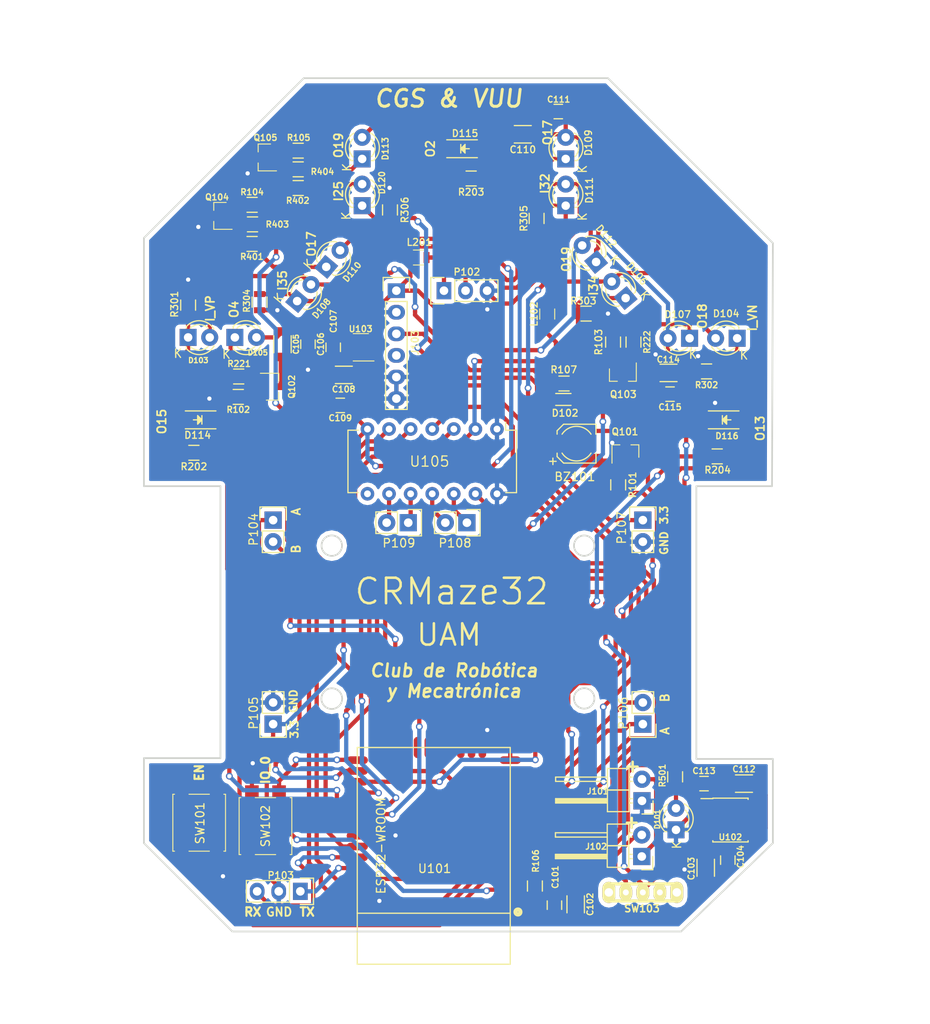
<source format=kicad_pcb>
(kicad_pcb (version 4) (host pcbnew 4.0.6)
  (layers (0 F.Cu signal) (31 B.Cu signal) (34 B.Paste user) (35 F.Paste user) (36 B.SilkS user) (37 F.SilkS user) (38 B.Mask user) (39 F.Mask user) (44 Edge.Cuts user))
  (net 0 "")
  (net 1 5V)
  (net 2 GPIO_LED1)
  (net 3 GPIO_LED2)
  (net 4 GPIO_LED3)
  (net 5 A5V)
  (net 6 V3.3)
  (net 7 GND)
  (net 8 VBAT)
  (net 9 "Net-(C107-Pad1)")
  (net 10 VA3.3)
  (net 11 "Net-(D109-Pad1)")
  (net 12 "Net-(D112-Pad1)")
  (net 13 OUTZ)
  (net 14 "Net-(P103-Pad1)")
  (net 15 "Net-(P103-Pad3)")
  (net 16 ENC_1_A)
  (net 17 ENC_1_B)
  (net 18 ENC_2_A)
  (net 19 ENC_2_B)
  (net 20 "Net-(P108-Pad1)")
  (net 21 "Net-(P108-Pad2)")
  (net 22 "Net-(P109-Pad1)")
  (net 23 "Net-(P109-Pad2)")
  (net 24 "Net-(SW102-Pad1)")
  (net 25 M1_EN)
  (net 26 M1_DIR)
  (net 27 M2_EN)
  (net 28 M2_DIR)
  (net 29 GPIO_IR_FR)
  (net 30 GPIO_IR_SIDE)
  (net 31 GPIO_IR_DIAG)
  (net 32 GPIO_BUZZER)
  (net 33 GPIO_IR_FL)
  (net 34 "Net-(J101-Pad2)")
  (net 35 "Net-(J102-Pad2)")
  (net 36 IN_IR6)
  (net 37 IN_IR5)
  (net 38 IN_IR4)
  (net 39 IN_IR3)
  (net 40 IN_IR2)
  (net 41 IN_IR1)
  (net 42 "Net-(BZ101-Pad2)")
  (net 43 "Net-(Q101-Pad2)")
  (net 44 "Net-(Q102-Pad2)")
  (net 45 "Net-(Q103-Pad2)")
  (net 46 "Net-(Q104-Pad2)")
  (net 47 "Net-(Q105-Pad2)")
  (net 48 "Net-(R106-Pad1)")
  (net 49 "Net-(D101-Pad2)")
  (net 50 "Net-(D105-Pad1)")
  (net 51 "Net-(D107-Pad1)")
  (net 52 "Net-(D110-Pad1)")
  (net 53 "Net-(D113-Pad1)")
  (net 54 "Net-(D114-Pad2)")
  (net 55 "Net-(D115-Pad2)")
  (net 56 "Net-(D116-Pad2)")
  (net 57 "Net-(Q102-Pad1)")
  (net 58 "Net-(Q103-Pad1)")
  (net 59 "Net-(Q104-Pad1)")
  (net 60 "Net-(Q105-Pad1)")
  (module Capacitors_SMD:c_elec_4x5.8 (layer F.Cu) (at 149.2 75.5)
    (fp_text reference BZ101 (at -0.2 1.9) (layer F.SilkS))
    (fp_text value buzzer)
    (fp_text user + (at -2.7813 0.0066) (layer F.SilkS))
    (pad 1 smd rect (at -1.8 0 180) (size 2.6 1.6) (layers F.Cu F.Paste F.Mask) (net 6 V3.3))
    (pad 2 smd rect (at 1.8 0 180) (size 2.6 1.6) (layers F.Cu F.Paste F.Mask) (net 42 "Net-(BZ101-Pad2)"))
  )
  (module Resistors_SMD:R_0805 (layer F.Cu) (at 103.5 57.2 90)
    (fp_text reference R301 (at 0.1 -1.6 90) (layer F.SilkS) (effects (font (size 0.81 0.81))))
    (fp_text value 1.8k)
    (pad 1 smd rect (at -0.95 0 90) (size 0.7 1.3) (layers F.Cu F.Paste F.Mask) (net 41 IN_IR1))
    (pad 2 smd rect (at 0.95 0 90) (size 0.7 1.3) (layers F.Cu F.Paste F.Mask) (net 7 GND))
  )
  (module Resistors_SMD:R_0805 (layer F.Cu) (at 164.5 65 180)
    (fp_text reference R302 (at 0 -1.6 180) (layer F.SilkS) (effects (font (size 0.71 0.7))))
    (fp_text value 1.8k)
    (pad 1 smd rect (at -0.95 0 180) (size 0.7 1.3) (layers F.Cu F.Paste F.Mask) (net 40 IN_IR2))
    (pad 2 smd rect (at 0.95 0 180) (size 0.7 1.3) (layers F.Cu F.Paste F.Mask) (net 7 GND))
  )
  (module Resistors_SMD:R_0805 (layer F.Cu) (at 150.325 58.2)
    (fp_text reference R303 (at -0.325 -1.5) (layer F.SilkS) (effects (font (size 0.8 0.8))))
    (fp_text value 1.8k)
    (pad 1 smd rect (at -0.95 0) (size 0.7 1.3) (layers F.Cu F.Paste F.Mask) (net 39 IN_IR3))
    (pad 2 smd rect (at 0.95 0) (size 0.7 1.3) (layers F.Cu F.Paste F.Mask) (net 7 GND))
  )
  (module Resistors_SMD:R_0805 (layer F.Cu) (at 111.9 56.85 270)
    (fp_text reference R304 (at -0.15 1.5 270) (layer F.SilkS) (effects (font (size 0.71 0.71))))
    (fp_text value 1.8k)
    (pad 1 smd rect (at -0.95 0 270) (size 0.7 1.3) (layers F.Cu F.Paste F.Mask) (net 38 IN_IR4))
    (pad 2 smd rect (at 0.95 0 270) (size 0.7 1.3) (layers F.Cu F.Paste F.Mask) (net 7 GND))
  )
  (module Resistors_SMD:R_0805 (layer F.Cu) (at 144.5 47 270)
    (fp_text reference R305 (at 0 1.5 270) (layer F.SilkS) (effects (font (size 0.8 0.8))))
    (fp_text value 1.8k)
    (pad 1 smd rect (at -0.95 0 270) (size 0.7 1.3) (layers F.Cu F.Paste F.Mask) (net 37 IN_IR5))
    (pad 2 smd rect (at 0.95 0 270) (size 0.7 1.3) (layers F.Cu F.Paste F.Mask) (net 7 GND))
  )
  (module Resistors_SMD:R_0805 (layer F.Cu) (at 127.25 46 90)
    (fp_text reference R306 (at 0 1.75 90) (layer F.SilkS) (effects (font (size 0.81 0.8))))
    (fp_text value 1.8l)
    (pad 1 smd rect (at -0.95 0 90) (size 0.7 1.3) (layers F.Cu F.Paste F.Mask) (net 36 IN_IR6))
    (pad 2 smd rect (at 0.95 0 90) (size 0.7 1.3) (layers F.Cu F.Paste F.Mask) (net 7 GND))
  )
  (module Resistors_SMD:R_0805 (layer F.Cu) (at 160.8 112.7 270)
    (fp_text reference R501 (at -0.15 1.5 270) (layer F.SilkS) (effects (font (size 0.71 0.71))))
    (fp_text value 1k)
    (pad 1 smd rect (at -0.95 0 270) (size 0.7 1.3) (layers F.Cu F.Paste F.Mask) (net 1 5V))
    (pad 2 smd rect (at 0.95 0 270) (size 0.7 1.3) (layers F.Cu F.Paste F.Mask) (net 49 "Net-(D101-Pad2)"))
  )
  (module Resistors_SMD:R_0805 (layer F.Cu) (at 104.175 74.575 180)
    (fp_text reference R202 (at 0 -1.625 180) (layer F.SilkS) (effects (font (size 0.81 0.81))))
    (fp_text value 1k)
    (pad 1 smd rect (at -0.95 0 180) (size 0.7 1.3) (layers F.Cu F.Paste F.Mask) (net 2 GPIO_LED1))
    (pad 2 smd rect (at 0.95 0 180) (size 0.7 1.3) (layers F.Cu F.Paste F.Mask) (net 54 "Net-(D114-Pad2)"))
  )
  (module Resistors_SMD:R_0805 (layer F.Cu) (at 136.8 42.3)
    (fp_text reference R203 (at 0 1.6) (layer F.SilkS) (effects (font (size 0.8 0.8))))
    (fp_text value 1k)
    (pad 1 smd rect (at -0.95 0) (size 0.7 1.3) (layers F.Cu F.Paste F.Mask) (net 3 GPIO_LED2))
    (pad 2 smd rect (at 0.95 0) (size 0.7 1.3) (layers F.Cu F.Paste F.Mask) (net 55 "Net-(D115-Pad2)"))
  )
  (module Resistors_SMD:R_0805 (layer F.Cu) (at 165.75 75)
    (fp_text reference R204 (at 0.05 1.6) (layer F.SilkS) (effects (font (size 0.8 0.8))))
    (fp_text value 1k)
    (pad 1 smd rect (at -0.95 0) (size 0.7 1.3) (layers F.Cu F.Paste F.Mask) (net 4 GPIO_LED3))
    (pad 2 smd rect (at 0.95 0) (size 0.7 1.3) (layers F.Cu F.Paste F.Mask) (net 56 "Net-(D116-Pad2)"))
  )
  (module Capacitors_SMD:C_0805 (layer F.Cu) (at 146.6 127.8 270)
    (fp_text reference C101 (at -3.3 -0.1 270) (layer F.SilkS) (effects (font (size 0.7 0.7))))
    (fp_text value 100n)
    (pad 1 smd rect (at -1 0 270) (size 1 1.25) (layers F.Cu F.Paste F.Mask) (net 6 V3.3))
    (pad 2 smd rect (at 1 0 270) (size 1 1.25) (layers F.Cu F.Paste F.Mask) (net 7 GND))
  )
  (module Capacitors_SMD:C_1206 (layer F.Cu) (at 149.1 127.7 270)
    (fp_text reference C102 (at 0 -1.7 270) (layer F.SilkS) (effects (font (size 0.7 0.7))))
    (fp_text value 10u)
    (pad 1 smd rect (at -1.5 0 270) (size 1 1.6) (layers F.Cu F.Paste F.Mask) (net 6 V3.3))
    (pad 2 smd rect (at 1.5 0 270) (size 1 1.6) (layers F.Cu F.Paste F.Mask) (net 7 GND))
  )
  (module Capacitors_SMD:C_1206 (layer F.Cu) (at 164.4 123.4 270)
    (fp_text reference C103 (at 0.1 1.7 270) (layer F.SilkS) (effects (font (size 0.71 0.7))))
    (fp_text value 10uF)
    (pad 1 smd rect (at -1.5 0 270) (size 1 1.6) (layers F.Cu F.Paste F.Mask) (net 8 VBAT))
    (pad 2 smd rect (at 1.5 0 270) (size 1 1.6) (layers F.Cu F.Paste F.Mask) (net 7 GND))
  )
  (module Capacitors_SMD:C_0805 (layer F.Cu) (at 167 122.5 270)
    (fp_text reference C104 (at -0.4 -1.5 270) (layer F.SilkS) (effects (font (size 0.7 0.7))))
    (fp_text value 0.1uF)
    (pad 1 smd rect (at -1 0 270) (size 1 1.25) (layers F.Cu F.Paste F.Mask) (net 8 VBAT))
    (pad 2 smd rect (at 1 0 270) (size 1 1.25) (layers F.Cu F.Paste F.Mask) (net 7 GND))
  )
  (module Capacitors_SMD:C_1206 (layer F.Cu) (at 114.6 61.8 270)
    (fp_text reference C105 (at 0 -1.6 270) (layer F.SilkS) (effects (font (size 0.61 0.61))))
    (fp_text value 10uF)
    (pad 1 smd rect (at -1.5 0 270) (size 1 1.6) (layers F.Cu F.Paste F.Mask) (net 1 5V))
    (pad 2 smd rect (at 1.5 0 270) (size 1 1.6) (layers F.Cu F.Paste F.Mask) (net 7 GND))
  )
  (module Capacitors_SMD:C_0805 (layer F.Cu) (at 117.6 61.8 270)
    (fp_text reference C106 (at 0 -1.5 270) (layer F.SilkS) (effects (font (size 0.71 0.71))))
    (fp_text value 0.1uF)
    (pad 1 smd rect (at -1 0 270) (size 1 1.25) (layers F.Cu F.Paste F.Mask) (net 1 5V))
    (pad 2 smd rect (at 1 0 270) (size 1 1.25) (layers F.Cu F.Paste F.Mask) (net 7 GND))
  )
  (module Capacitors_SMD:C_0805 (layer F.Cu) (at 120.570868 62.16225 270)
    (fp_text reference C107 (at -3.06225 -0.029132 270) (layer F.SilkS) (effects (font (size 0.71 0.71))))
    (fp_text value 0.1uF)
    (pad 1 smd rect (at -1 0 270) (size 1 1.25) (layers F.Cu F.Paste F.Mask) (net 9 "Net-(C107-Pad1)"))
    (pad 2 smd rect (at 1 0 270) (size 1 1.25) (layers F.Cu F.Paste F.Mask) (net 7 GND))
  )
  (module Capacitors_SMD:C_1206 (layer F.Cu) (at 121.820868 65.41225 180)
    (fp_text reference C108 (at 0.020868 -1.68775 180) (layer F.SilkS) (effects (font (size 0.71 0.71))))
    (fp_text value 10uF)
    (pad 1 smd rect (at -1.5 0 180) (size 1 1.6) (layers F.Cu F.Paste F.Mask) (net 6 V3.3))
    (pad 2 smd rect (at 1.5 0 180) (size 1 1.6) (layers F.Cu F.Paste F.Mask) (net 7 GND))
  )
  (module Capacitors_SMD:C_0805 (layer F.Cu) (at 121.4 69 180)
    (fp_text reference C109 (at 0 -1.48775 180) (layer F.SilkS) (effects (font (size 0.71 0.71))))
    (fp_text value 0.1uF)
    (pad 1 smd rect (at -1 0 180) (size 1 1.25) (layers F.Cu F.Paste F.Mask) (net 6 V3.3))
    (pad 2 smd rect (at 1 0 180) (size 1 1.25) (layers F.Cu F.Paste F.Mask) (net 7 GND))
  )
  (module Capacitors_SMD:C_1206 (layer F.Cu) (at 142.875 37.1 180)
    (fp_text reference C110 (at 0 -1.8 180) (layer F.SilkS) (effects (font (size 0.8 0.8))))
    (fp_text value 4.7uF)
    (pad 1 smd rect (at -1.5 0 180) (size 1 1.6) (layers F.Cu F.Paste F.Mask) (net 1 5V))
    (pad 2 smd rect (at 1.5 0 180) (size 1 1.6) (layers F.Cu F.Paste F.Mask) (net 7 GND))
  )
  (module Capacitors_SMD:C_0805 (layer F.Cu) (at 147.05 34.425 180)
    (fp_text reference C111 (at -0.05 1.425 180) (layer F.SilkS) (effects (font (size 0.7 0.7))))
    (fp_text value 100nF)
    (pad 1 smd rect (at -1 0 180) (size 1 1.25) (layers F.Cu F.Paste F.Mask) (net 1 5V))
    (pad 2 smd rect (at 1 0 180) (size 1 1.25) (layers F.Cu F.Paste F.Mask) (net 7 GND))
  )
  (module Capacitors_SMD:C_1206 (layer F.Cu) (at 168.9 113.5 180)
    (fp_text reference C112 (at 0 1.7 180) (layer F.SilkS) (effects (font (size 0.71 0.7))))
    (fp_text value 4.7uF)
    (pad 1 smd rect (at -1.5 0 180) (size 1 1.6) (layers F.Cu F.Paste F.Mask) (net 1 5V))
    (pad 2 smd rect (at 1.5 0 180) (size 1 1.6) (layers F.Cu F.Paste F.Mask) (net 7 GND))
  )
  (module Capacitors_SMD:C_0805 (layer F.Cu) (at 164.2 113.5)
    (fp_text reference C113 (at 0 -1.5) (layer F.SilkS) (effects (font (size 0.7 0.7))))
    (fp_text value 100nF)
    (pad 1 smd rect (at -1 0) (size 1 1.25) (layers F.Cu F.Paste F.Mask) (net 1 5V))
    (pad 2 smd rect (at 1 0) (size 1 1.25) (layers F.Cu F.Paste F.Mask) (net 7 GND))
  )
  (module Capacitors_SMD:C_1206 (layer F.Cu) (at 160.025 65.175 180)
    (fp_text reference C114 (at 0.025 1.575 180) (layer F.SilkS) (effects (font (size 0.71 0.7))))
    (fp_text value 4.7uF)
    (pad 1 smd rect (at -1.5 0 180) (size 1 1.6) (layers F.Cu F.Paste F.Mask) (net 1 5V))
    (pad 2 smd rect (at 1.5 0 180) (size 1 1.6) (layers F.Cu F.Paste F.Mask) (net 7 GND))
  )
  (module Capacitors_SMD:C_0805 (layer F.Cu) (at 160.2 67.675 180)
    (fp_text reference C115 (at 0 -1.525 180) (layer F.SilkS) (effects (font (size 0.71 0.7))))
    (fp_text value 100nF)
    (pad 1 smd rect (at -1 0 180) (size 1 1.25) (layers F.Cu F.Paste F.Mask) (net 1 5V))
    (pad 2 smd rect (at 1 0 180) (size 1 1.25) (layers F.Cu F.Paste F.Mask) (net 7 GND))
  )
  (module LEDs:LED-3MM (layer F.Cu) (at 160.9 118.94 90)
    (fp_text reference D101 (at 1.24 -2.2 270) (layer F.SilkS) (effects (font (size 0.6 0.6))))
    (fp_text value PWR_LED)
    (fp_text user K (at -1.76 0.1 90) (layer F.SilkS))
    (pad 1 thru_hole rect (at 0 0 180) (size 2 2) (drill 1.00076) (layers *.Cu *.Mask) (net 7 GND))
    (pad 2 thru_hole circle (at 2.54 0 90) (size 2 2) (drill 1.00076) (layers *.Cu *.Mask) (net 49 "Net-(D101-Pad2)"))
  )
  (module Diodes_SMD:D_0805 (layer F.Cu) (at 147.85 68.3)
    (fp_text reference D102 (at 0 1.6) (layer F.SilkS) (effects (font (size 0.81 0.81))))
    (fp_text value D)
    (pad 1 smd rect (at -1.05 0) (size 0.8 0.9) (layers F.Cu F.Paste F.Mask) (net 6 V3.3))
    (pad 2 smd rect (at 1.05 0) (size 0.8 0.9) (layers F.Cu F.Paste F.Mask) (net 42 "Net-(BZ101-Pad2)"))
  )
  (module LEDs:LED-3MM (layer F.Cu) (at 103.5 61)
    (fp_text reference D103 (at 1.2 2.7) (layer F.SilkS) (effects (font (size 0.61 0.61))))
    (fp_text value IR_DET)
    (fp_text user K (at -1.2 1.9) (layer F.SilkS))
    (pad 1 thru_hole rect (at 0 0 90) (size 2 2) (drill 1.00076) (layers *.Cu *.Mask) (net 41 IN_IR1))
    (pad 2 thru_hole circle (at 2.54 0) (size 2 2) (drill 1.00076) (layers *.Cu *.Mask) (net 10 VA3.3))
  )
  (module LEDs:LED-3MM (layer F.Cu) (at 168.1 61.1 180)
    (fp_text reference D104 (at 1.3 2.9 180) (layer F.SilkS) (effects (font (size 0.8 0.8))))
    (fp_text value IR_DET)
    (fp_text user K (at -0.8 -2 180) (layer F.SilkS))
    (pad 1 thru_hole rect (at 0 0 270) (size 2 2) (drill 1.00076) (layers *.Cu *.Mask) (net 40 IN_IR2))
    (pad 2 thru_hole circle (at 2.54 0 180) (size 2 2) (drill 1.00076) (layers *.Cu *.Mask) (net 10 VA3.3))
  )
  (module LEDs:LED-3MM (layer F.Cu) (at 109 61)
    (fp_text reference D105 (at 2.7 1.8) (layer F.SilkS) (effects (font (size 0.61 0.61))))
    (fp_text value IR_EMM)
    (fp_text user K (at -1 2) (layer F.SilkS))
    (pad 1 thru_hole rect (at 0 0 90) (size 2 2) (drill 1.00076) (layers *.Cu *.Mask) (net 50 "Net-(D105-Pad1)"))
    (pad 2 thru_hole circle (at 2.54 0) (size 2 2) (drill 1.00076) (layers *.Cu *.Mask) (net 1 5V))
  )
  (module LEDs:LED-3MM (layer F.Cu) (at 154.975 56.375 130)
    (fp_text reference D106 (at 1.350684 2.863023 130) (layer F.SilkS) (effects (font (size 0.8 0.8))))
    (fp_text value IR_DET)
    (fp_text user K (at -1.21954 1.881215 130) (layer F.SilkS))
    (pad 1 thru_hole rect (at 0 0 220) (size 2 2) (drill 1.00076) (layers *.Cu *.Mask) (net 39 IN_IR3))
    (pad 2 thru_hole circle (at 2.54 0 130) (size 2 2) (drill 1.00076) (layers *.Cu *.Mask) (net 10 VA3.3))
  )
  (module LEDs:LED-3MM (layer F.Cu) (at 162.5 61.1 180)
    (fp_text reference D107 (at 1.4 2.8 180) (layer F.SilkS) (effects (font (size 0.8 0.8))))
    (fp_text value IR_EMM)
    (fp_text user K (at -0.4 -1.9 180) (layer F.SilkS))
    (pad 1 thru_hole rect (at 0 0 270) (size 2 2) (drill 1.00076) (layers *.Cu *.Mask) (net 51 "Net-(D107-Pad1)"))
    (pad 2 thru_hole circle (at 2.54 0 180) (size 2 2) (drill 1.00076) (layers *.Cu *.Mask) (net 1 5V))
  )
  (module LEDs:LED-3MM (layer F.Cu) (at 116.325 56.725 50)
    (fp_text reference D108 (at 1.177725 2.764817 50) (layer F.SilkS) (effects (font (size 0.71 0.7))))
    (fp_text value IR_DET)
    (fp_text user K (at -1.116959 -1.83675 50) (layer F.SilkS))
    (pad 1 thru_hole rect (at 0 0 140) (size 2 2) (drill 1.00076) (layers *.Cu *.Mask) (net 38 IN_IR4))
    (pad 2 thru_hole circle (at 2.54 0 50) (size 2 2) (drill 1.00076) (layers *.Cu *.Mask) (net 10 VA3.3))
  )
  (module LEDs:LED-3MM (layer F.Cu) (at 147.925 40 90)
    (fp_text reference D109 (at 1.9 2.675 90) (layer F.SilkS) (effects (font (size 0.8 0.8))))
    (fp_text value IR_EMM)
    (fp_text user K (at -1.2 1.975 90) (layer F.SilkS))
    (pad 1 thru_hole rect (at 0 0 180) (size 2 2) (drill 1.00076) (layers *.Cu *.Mask) (net 11 "Net-(D109-Pad1)"))
    (pad 2 thru_hole circle (at 2.54 0 90) (size 2 2) (drill 1.00076) (layers *.Cu *.Mask) (net 1 5V))
  )
  (module LEDs:LED-3MM (layer F.Cu) (at 119.75 52.7 50)
    (fp_text reference D110 (at 1.500876 2.722108 50) (layer F.SilkS) (effects (font (size 0.7 0.7))))
    (fp_text value IR_EMM)
    (fp_text user K (at -1.087901 -1.763227 50) (layer F.SilkS))
    (pad 1 thru_hole rect (at 0 0 140) (size 2 2) (drill 1.00076) (layers *.Cu *.Mask) (net 52 "Net-(D110-Pad1)"))
    (pad 2 thru_hole circle (at 2.54 0 50) (size 2 2) (drill 1.00076) (layers *.Cu *.Mask) (net 11 "Net-(D109-Pad1)"))
  )
  (module LEDs:LED-3MM (layer F.Cu) (at 147.925 45.5 90)
    (fp_text reference D111 (at 1.8 2.775 90) (layer F.SilkS) (effects (font (size 0.8 0.8))))
    (fp_text value IR_DET)
    (fp_text user K (at -1.3 1.975 90) (layer F.SilkS))
    (pad 1 thru_hole rect (at 0 0 180) (size 2 2) (drill 1.00076) (layers *.Cu *.Mask) (net 37 IN_IR5))
    (pad 2 thru_hole circle (at 2.54 0 90) (size 2 2) (drill 1.00076) (layers *.Cu *.Mask) (net 10 VA3.3))
  )
  (module LEDs:LED-3MM (layer F.Cu) (at 151.5 52.125 130)
    (fp_text reference D112 (at 1.545939 2.863686 130) (layer F.SilkS) (effects (font (size 0.8 0.8))))
    (fp_text value IR_EMM)
    (fp_text user K (at -1.241773 1.829925 130) (layer F.SilkS))
    (pad 1 thru_hole rect (at 0 0 220) (size 2 2) (drill 1.00076) (layers *.Cu *.Mask) (net 12 "Net-(D112-Pad1)"))
    (pad 2 thru_hole circle (at 2.54 0 130) (size 2 2) (drill 1.00076) (layers *.Cu *.Mask) (net 1 5V))
  )
  (module LEDs:LED-3MM (layer F.Cu) (at 123.975 40 90)
    (fp_text reference D113 (at 1.2 2.725 90) (layer F.SilkS) (effects (font (size 0.71 0.7))))
    (fp_text value IR_EMM)
    (fp_text user K (at -1 -1.775 90) (layer F.SilkS))
    (pad 1 thru_hole rect (at 0 0 180) (size 2 2) (drill 1.00076) (layers *.Cu *.Mask) (net 53 "Net-(D113-Pad1)"))
    (pad 2 thru_hole circle (at 2.54 0 90) (size 2 2) (drill 1.00076) (layers *.Cu *.Mask) (net 12 "Net-(D112-Pad1)"))
  )
  (module LEDs:LED-3MM (layer F.Cu) (at 123.975 45.5 90)
    (fp_text reference D120 (at 2.7 2.325 90) (layer F.SilkS) (effects (font (size 0.7 0.7))))
    (fp_text value IR_DET)
    (fp_text user K (at -1.2 -1.875 90) (layer F.SilkS))
    (pad 1 thru_hole rect (at 0 0 180) (size 2 2) (drill 1.00076) (layers *.Cu *.Mask) (net 36 IN_IR6))
    (pad 2 thru_hole circle (at 2.54 0 90) (size 2 2) (drill 1.00076) (layers *.Cu *.Mask) (net 10 VA3.3))
  )
  (module Pin_Headers:Pin_Header_Straight_1x03 (layer F.Cu) (at 133.6 55.5 90)
    (fp_text reference P102 (at 2.2 2.7 180) (layer F.SilkS) (effects (font (size 0.81 0.81))))
    (fp_text value GYRO_ADXRS_1)
    (pad 1 thru_hole rect (at 0 0 90) (size 2.032 1.7272) (drill 1.016) (layers *.Cu *.Mask) (net 5 A5V))
    (pad 2 thru_hole oval (at 0 2.54 90) (size 2.032 1.7272) (drill 1.016) (layers *.Cu *.Mask) (net 10 VA3.3))
    (pad 3 thru_hole oval (at 0 5.08 90) (size 2.032 1.7272) (drill 1.016) (layers *.Cu *.Mask) (net 7 GND))
  )
  (module Pin_Headers:Pin_Header_Straight_1x03 (layer F.Cu) (at 116.7 126.175 270)
    (fp_text reference P103 (at -1.875 2.3 360) (layer F.SilkS) (effects (font (size 0.81 0.8))))
    (fp_text value SERIAL)
    (pad 1 thru_hole rect (at 0 0 270) (size 2.032 1.7272) (drill 1.016) (layers *.Cu *.Mask) (net 14 "Net-(P103-Pad1)"))
    (pad 2 thru_hole oval (at 0 2.54 270) (size 2.032 1.7272) (drill 1.016) (layers *.Cu *.Mask) (net 7 GND))
    (pad 3 thru_hole oval (at 0 5.08 270) (size 2.032 1.7272) (drill 1.016) (layers *.Cu *.Mask) (net 15 "Net-(P103-Pad3)"))
  )
  (module Pin_Headers:Pin_Header_Straight_1x02 (layer F.Cu) (at 113.5 82.5)
    (fp_text reference P104 (at -2.3 1.1 90) (layer F.SilkS))
    (fp_text value ENC_1_IN)
    (pad 1 thru_hole rect (at 0 0) (size 2.032 2.032) (drill 1.016) (layers *.Cu *.Mask) (net 16 ENC_1_A))
    (pad 2 thru_hole oval (at 0 2.54) (size 2.032 2.032) (drill 1.016) (layers *.Cu *.Mask) (net 17 ENC_1_B))
  )
  (module Pin_Headers:Pin_Header_Straight_1x02 (layer F.Cu) (at 113.5 106.5 180)
    (fp_text reference P105 (at 2.3 1.3 270) (layer F.SilkS))
    (fp_text value ENC_1_POWER)
    (pad 1 thru_hole rect (at 0 0 180) (size 2.032 2.032) (drill 1.016) (layers *.Cu *.Mask) (net 6 V3.3))
    (pad 2 thru_hole oval (at 0 2.54 180) (size 2.032 2.032) (drill 1.016) (layers *.Cu *.Mask) (net 7 GND))
  )
  (module Pin_Headers:Pin_Header_Straight_1x02 (layer F.Cu) (at 157 106.5 180)
    (fp_text reference P106 (at 2.3 1.3 270) (layer F.SilkS))
    (fp_text value ENC_2_IN)
    (pad 1 thru_hole rect (at 0 0 180) (size 2.032 2.032) (drill 1.016) (layers *.Cu *.Mask) (net 18 ENC_2_A))
    (pad 2 thru_hole oval (at 0 2.54 180) (size 2.032 2.032) (drill 1.016) (layers *.Cu *.Mask) (net 19 ENC_2_B))
  )
  (module Pin_Headers:Pin_Header_Straight_1x02 (layer F.Cu) (at 157 82.5)
    (fp_text reference P107 (at -2.5 0.9 90) (layer F.SilkS))
    (fp_text value ENC_2_POWER)
    (pad 1 thru_hole rect (at 0 0) (size 2.032 2.032) (drill 1.016) (layers *.Cu *.Mask) (net 6 V3.3))
    (pad 2 thru_hole oval (at 0 2.54) (size 2.032 2.032) (drill 1.016) (layers *.Cu *.Mask) (net 7 GND))
  )
  (module Pin_Headers:Pin_Header_Straight_1x02 (layer F.Cu) (at 136.3 82.8 270)
    (fp_text reference P108 (at 2.4 1.4 360) (layer F.SilkS))
    (fp_text value MOTOR1)
    (pad 1 thru_hole rect (at 0 0 270) (size 2.032 2.032) (drill 1.016) (layers *.Cu *.Mask) (net 20 "Net-(P108-Pad1)"))
    (pad 2 thru_hole oval (at 0 2.54 270) (size 2.032 2.032) (drill 1.016) (layers *.Cu *.Mask) (net 21 "Net-(P108-Pad2)"))
  )
  (module Pin_Headers:Pin_Header_Straight_1x02 (layer F.Cu) (at 129.4 82.8 270)
    (fp_text reference P109 (at 2.4 1.1 360) (layer F.SilkS))
    (fp_text value MOTOR2)
    (pad 1 thru_hole rect (at 0 0 270) (size 2.032 2.032) (drill 1.016) (layers *.Cu *.Mask) (net 22 "Net-(P109-Pad1)"))
    (pad 2 thru_hole oval (at 0 2.54 270) (size 2.032 2.032) (drill 1.016) (layers *.Cu *.Mask) (net 23 "Net-(P109-Pad2)"))
  )
  (module ESP32-footprints-Lib:ESP32-WROOM (layer F.Cu) (at 132.4 122)
    (fp_text reference U101 (at 0.1 1.5) (layer F.SilkS))
    (fp_text value ESP32-WROOM)
    (fp_text user ESP32-WROOM (at -6.2 -1.2 90) (layer F.SilkS))
    (pad 38 smd oval (at -9 5.25) (size 2.5 0.9) (layers F.Cu F.Paste F.Mask) (net 7 GND))
    (pad 37 smd oval (at -9 3.98) (size 2.5 0.9) (layers F.Cu F.Paste F.Mask) (net 17 ENC_1_B))
    (pad 36 smd oval (at -9 2.71) (size 2.5 0.9) (layers F.Cu F.Paste F.Mask) (net 25 M1_EN))
    (pad 35 smd oval (at -9 1.44) (size 2.5 0.9) (layers F.Cu F.Paste F.Mask) (net 14 "Net-(P103-Pad1)"))
    (pad 34 smd oval (at -9 0.17) (size 2.5 0.9) (layers F.Cu F.Paste F.Mask) (net 15 "Net-(P103-Pad3)"))
    (pad 33 smd oval (at -9 -1.1) (size 2.5 0.9) (layers F.Cu F.Paste F.Mask) (net 27 M2_EN))
    (pad 32 smd oval (at -9 -2.37) (size 2.5 0.9) (layers F.Cu F.Paste F.Mask))
    (pad 31 smd oval (at -9 -3.64) (size 2.5 0.9) (layers F.Cu F.Paste F.Mask) (net 30 GPIO_IR_SIDE))
    (pad 30 smd oval (at -9 -4.91) (size 2.5 0.9) (layers F.Cu F.Paste F.Mask) (net 29 GPIO_IR_FR))
    (pad 29 smd oval (at -9 -6.18) (size 2.5 0.9) (layers F.Cu F.Paste F.Mask) (net 28 M2_DIR))
    (pad 28 smd oval (at -9 -7.45) (size 2.5 0.9) (layers F.Cu F.Paste F.Mask) (net 31 GPIO_IR_DIAG))
    (pad 27 smd oval (at -9 -8.72) (size 2.5 0.9) (layers F.Cu F.Paste F.Mask) (net 32 GPIO_BUZZER))
    (pad 26 smd oval (at -9 -9.99) (size 2.5 0.9) (layers F.Cu F.Paste F.Mask) (net 33 GPIO_IR_FL))
    (pad 25 smd oval (at -9 -11.26) (size 2.5 0.9) (layers F.Cu F.Paste F.Mask) (net 24 "Net-(SW102-Pad1)"))
    (pad 24 smd oval (at -5.715 -12.75) (size 0.9 2.5) (layers F.Cu F.Paste F.Mask) (net 3 GPIO_LED2))
    (pad 23 smd oval (at -4.445 -12.75) (size 0.9 2.5) (layers F.Cu F.Paste F.Mask) (net 2 GPIO_LED1))
    (pad 22 smd oval (at -3.175 -12.75) (size 0.9 2.5) (layers F.Cu F.Paste F.Mask))
    (pad 21 smd oval (at -1.905 -12.75) (size 0.9 2.5) (layers F.Cu F.Paste F.Mask))
    (pad 20 smd oval (at -0.635 -12.75) (size 0.9 2.5) (layers F.Cu F.Paste F.Mask))
    (pad 19 smd oval (at 0.635 -12.75) (size 0.9 2.5) (layers F.Cu F.Paste F.Mask))
    (pad 18 smd oval (at 1.905 -12.75) (size 0.9 2.5) (layers F.Cu F.Paste F.Mask))
    (pad 17 smd oval (at 3.175 -12.75) (size 0.9 2.5) (layers F.Cu F.Paste F.Mask))
    (pad 16 smd oval (at 4.445 -12.75) (size 0.9 2.5) (layers F.Cu F.Paste F.Mask) (net 4 GPIO_LED3))
    (pad 15 smd oval (at 5.715 -12.75) (size 0.9 2.5) (layers F.Cu F.Paste F.Mask) (net 7 GND))
    (pad 14 smd oval (at 9 -11.26) (size 2.5 0.9) (layers F.Cu F.Paste F.Mask) (net 26 M1_DIR))
    (pad 13 smd oval (at 9 -9.99) (size 2.5 0.9) (layers F.Cu F.Paste F.Mask) (net 19 ENC_2_B))
    (pad 12 smd oval (at 9 -8.72) (size 2.5 0.9) (layers F.Cu F.Paste F.Mask) (net 18 ENC_2_A))
    (pad 11 smd oval (at 9 -7.45) (size 2.5 0.9) (layers F.Cu F.Paste F.Mask) (net 16 ENC_1_A))
    (pad 10 smd oval (at 9 -6.18) (size 2.5 0.9) (layers F.Cu F.Paste F.Mask) (net 36 IN_IR6))
    (pad 9 smd oval (at 9 -4.91) (size 2.5 0.9) (layers F.Cu F.Paste F.Mask) (net 13 OUTZ))
    (pad 8 smd oval (at 9 -3.64) (size 2.5 0.9) (layers F.Cu F.Paste F.Mask) (net 37 IN_IR5))
    (pad 7 smd oval (at 9 -2.37) (size 2.5 0.9) (layers F.Cu F.Paste F.Mask) (net 38 IN_IR4))
    (pad 6 smd oval (at 9 -1.1) (size 2.5 0.9) (layers F.Cu F.Paste F.Mask) (net 39 IN_IR3))
    (pad 5 smd oval (at 9 0.17) (size 2.5 0.9) (layers F.Cu F.Paste F.Mask) (net 40 IN_IR2))
    (pad 4 smd oval (at 9 1.44) (size 2.5 0.9) (layers F.Cu F.Paste F.Mask) (net 41 IN_IR1))
    (pad 3 smd oval (at 9 2.71) (size 2.5 0.9) (layers F.Cu F.Paste F.Mask) (net 48 "Net-(R106-Pad1)"))
    (pad 2 smd oval (at 9 3.98) (size 2.5 0.9) (layers F.Cu F.Paste F.Mask) (net 6 V3.3))
    (pad 1 smd oval (at 9 5.25) (size 2.5 0.9) (layers F.Cu F.Paste F.Mask) (net 7 GND))
    (pad 39 smd rect (at 0.3 -2.45) (size 6 6) (layers F.Cu F.Paste F.Mask) (net 7 GND))
  )
  (module Housings_SOIC:SOIC-8-1EP_3.9x4.9mm_Pitch1.27mm (layer F.Cu) (at 167.3125 117.7875)
    (fp_text reference U102 (at -0.0125 2.0125) (layer F.SilkS) (effects (font (size 0.7 0.7))))
    (fp_text value TPS76850)
    (pad 1 smd rect (at -2.7 -1.905) (size 1.55 0.6) (layers F.Cu F.Paste F.Mask) (net 7 GND))
    (pad 2 smd rect (at -2.7 -0.635) (size 1.55 0.6) (layers F.Cu F.Paste F.Mask) (net 7 GND))
    (pad 3 smd rect (at -2.7 0.635) (size 1.55 0.6) (layers F.Cu F.Paste F.Mask) (net 8 VBAT))
    (pad 4 smd rect (at -2.7 1.905) (size 1.55 0.6) (layers F.Cu F.Paste F.Mask) (net 8 VBAT))
    (pad 5 smd rect (at 2.7 1.905) (size 1.55 0.6) (layers F.Cu F.Paste F.Mask) (net 1 5V))
    (pad 6 smd rect (at 2.7 0.635) (size 1.55 0.6) (layers F.Cu F.Paste F.Mask) (net 1 5V))
    (pad 7 smd rect (at 2.7 -0.635) (size 1.55 0.6) (layers F.Cu F.Paste F.Mask))
    (pad 8 smd rect (at 2.7 -1.905) (size 1.55 0.6) (layers F.Cu F.Paste F.Mask))
    (pad 9 smd rect (at 0.5875 0.5875) (size 1.175 1.175) (layers F.Cu F.Paste F.Mask))
    (pad 9 smd rect (at 0.5875 -0.5875) (size 1.175 1.175) (layers F.Cu F.Paste F.Mask))
    (pad 9 smd rect (at -0.5875 0.5875) (size 1.175 1.175) (layers F.Cu F.Paste F.Mask))
    (pad 9 smd rect (at -0.5875 -0.5875) (size 1.175 1.175) (layers F.Cu F.Paste F.Mask))
  )
  (module TO_SOT_Packages_SMD:SOT-23-5 (layer F.Cu) (at 123.820868 62.16225 180)
    (fp_text reference U103 (at 0.020868 2.16225 180) (layer F.SilkS) (effects (font (size 0.71 0.71))))
    (fp_text value TPS73633)
    (pad 1 smd rect (at -1.1 -0.95 180) (size 1.06 0.65) (layers F.Cu F.Paste F.Mask) (net 1 5V))
    (pad 2 smd rect (at -1.1 0 180) (size 1.06 0.65) (layers F.Cu F.Paste F.Mask) (net 7 GND))
    (pad 3 smd rect (at -1.1 0.95 180) (size 1.06 0.65) (layers F.Cu F.Paste F.Mask) (net 1 5V))
    (pad 4 smd rect (at 1.1 0.95 180) (size 1.06 0.65) (layers F.Cu F.Paste F.Mask) (net 9 "Net-(C107-Pad1)"))
    (pad 5 smd rect (at 1.1 -0.95 180) (size 1.06 0.65) (layers F.Cu F.Paste F.Mask) (net 6 V3.3))
  )
  (module Housings_DIP:DIP-14_W7.62mm (layer F.Cu) (at 139.84 71.78 270)
    (fp_text reference U105 (at 3.82 7.94 360) (layer F.SilkS) (effects (font (size 1.2 1.2))))
    (fp_text value DRV8835_pololu)
    (pad 1 thru_hole oval (at 0 0 270) (size 1.6 1.6) (drill 0.8) (layers *.Cu *.Mask) (net 7 GND))
    (pad 2 thru_hole oval (at 0 2.54 270) (size 1.6 1.6) (drill 0.8) (layers *.Cu *.Mask) (net 6 V3.3))
    (pad 3 thru_hole oval (at 0 5.08 270) (size 1.6 1.6) (drill 0.8) (layers *.Cu *.Mask) (net 25 M1_EN))
    (pad 4 thru_hole oval (at 0 7.62 270) (size 1.6 1.6) (drill 0.8) (layers *.Cu *.Mask) (net 26 M1_DIR))
    (pad 5 thru_hole oval (at 0 10.16 270) (size 1.6 1.6) (drill 0.8) (layers *.Cu *.Mask) (net 27 M2_EN))
    (pad 6 thru_hole oval (at 0 12.7 270) (size 1.6 1.6) (drill 0.8) (layers *.Cu *.Mask) (net 28 M2_DIR))
    (pad 7 thru_hole oval (at 0 15.24 270) (size 1.6 1.6) (drill 0.8) (layers *.Cu *.Mask) (net 6 V3.3))
    (pad 8 thru_hole oval (at 7.62 15.24 270) (size 1.6 1.6) (drill 0.8) (layers *.Cu *.Mask))
    (pad 9 thru_hole oval (at 7.62 12.7 270) (size 1.6 1.6) (drill 0.8) (layers *.Cu *.Mask) (net 23 "Net-(P109-Pad2)"))
    (pad 10 thru_hole oval (at 7.62 10.16 270) (size 1.6 1.6) (drill 0.8) (layers *.Cu *.Mask) (net 22 "Net-(P109-Pad1)"))
    (pad 11 thru_hole oval (at 7.62 7.62 270) (size 1.6 1.6) (drill 0.8) (layers *.Cu *.Mask) (net 21 "Net-(P108-Pad2)"))
    (pad 12 thru_hole oval (at 7.62 5.08 270) (size 1.6 1.6) (drill 0.8) (layers *.Cu *.Mask) (net 20 "Net-(P108-Pad1)"))
    (pad 13 thru_hole oval (at 7.62 2.54 270) (size 1.6 1.6) (drill 0.8) (layers *.Cu *.Mask) (net 8 VBAT))
    (pad 14 thru_hole oval (at 7.62 0 270) (size 1.6 1.6) (drill 0.8) (layers *.Cu *.Mask) (net 7 GND))
  )
  (module Pin_Headers:Pin_Header_Angled_1x02 (layer F.Cu) (at 156.9 115.525 180)
    (fp_text reference J101 (at 5.2 1.125 360) (layer F.SilkS) (effects (font (size 0.7 0.7))))
    (fp_text value CONN_01X02)
    (pad 1 thru_hole rect (at 0 0 180) (size 2.032 2.032) (drill 1.016) (layers *.Cu *.Mask) (net 7 GND))
    (pad 2 thru_hole oval (at 0 2.54 180) (size 2.032 2.032) (drill 1.016) (layers *.Cu *.Mask) (net 34 "Net-(J101-Pad2)"))
  )
  (module Pin_Headers:Pin_Header_Angled_1x02 (layer F.Cu) (at 156.875 122.075 180)
    (fp_text reference J102 (at 5.375 1.175 360) (layer F.SilkS) (effects (font (size 0.7 0.7))))
    (fp_text value CONN_01X02)
    (pad 1 thru_hole rect (at 0 0 180) (size 2.032 2.032) (drill 1.016) (layers *.Cu *.Mask) (net 34 "Net-(J101-Pad2)"))
    (pad 2 thru_hole oval (at 0 2.54 180) (size 2.032 2.032) (drill 1.016) (layers *.Cu *.Mask) (net 35 "Net-(J102-Pad2)"))
  )
  (module switch:switch_power_custom (layer F.Cu) (at 157 126.3)
    (fp_text reference SW103 (at -0.1 1.9) (layer F.SilkS) (effects (font (size 0.8382 0.8382) (thickness 0.1778))))
    (fp_text value SW_SPDT hide)
    (pad 1 thru_hole oval (at -2 0) (size 1.5 2) (drill 0.7) (layers *.Cu *.Mask F.SilkS) (net 35 "Net-(J102-Pad2)"))
    (pad 2 thru_hole oval (at 0 0) (size 1.5 2) (drill 0.7) (layers *.Cu *.Mask F.SilkS) (net 8 VBAT))
    (pad 3 thru_hole oval (at 2 0) (size 1.5 2) (drill 0.7) (layers *.Cu *.Mask F.SilkS))
    (pad "" thru_hole oval (at 4 0) (size 1.5 2.5) (drill 1) (layers *.Cu *.Mask F.SilkS))
    (pad "" thru_hole oval (at -4 0) (size 1.5 2.5) (drill 1) (layers *.Cu *.Mask F.SilkS))
  )
  (module Pin_Headers:Pin_Header_Straight_1x06 (layer F.Cu) (at 128 55.5)
    (fp_text reference J103 (at 2.2 6.1 90) (layer F.SilkS) (effects (font (size 0.81 0.81))))
    (fp_text value GYRO_ADXRS_2)
    (pad 1 thru_hole rect (at 0 0) (size 2.032 1.7272) (drill 1.016) (layers *.Cu *.Mask) (net 1 5V))
    (pad 2 thru_hole oval (at 0 2.54) (size 2.032 1.7272) (drill 1.016) (layers *.Cu *.Mask) (net 7 GND))
    (pad 3 thru_hole oval (at 0 5.08) (size 2.032 1.7272) (drill 1.016) (layers *.Cu *.Mask) (net 13 OUTZ))
    (pad 4 thru_hole oval (at 0 7.62) (size 2.032 1.7272) (drill 1.016) (layers *.Cu *.Mask))
    (pad 5 thru_hole oval (at 0 10.16) (size 2.032 1.7272) (drill 1.016) (layers *.Cu *.Mask) (net 7 GND))
    (pad 6 thru_hole oval (at 0 12.7) (size 2.032 1.7272) (drill 1.016) (layers *.Cu *.Mask) (net 7 GND))
  )
  (module Resistors_SMD:R_0805 (layer F.Cu) (at 111.075 47.7 180)
    (fp_text reference R403 (at -2.925 0 180) (layer F.SilkS) (effects (font (size 0.71 0.71))))
    (fp_text value 10ohm)
    (pad 1 smd rect (at -0.95 0 180) (size 0.7 1.3) (layers F.Cu F.Paste F.Mask) (net 52 "Net-(D110-Pad1)"))
    (pad 2 smd rect (at 0.95 0 180) (size 0.7 1.3) (layers F.Cu F.Paste F.Mask) (net 59 "Net-(Q104-Pad1)"))
  )
  (module Resistors_SMD:R_0805 (layer F.Cu) (at 116.45 41.225 180)
    (fp_text reference R404 (at -2.85 -0.275 180) (layer F.SilkS) (effects (font (size 0.71 0.71))))
    (fp_text value 10ohm)
    (pad 1 smd rect (at -0.95 0 180) (size 0.7 1.3) (layers F.Cu F.Paste F.Mask) (net 53 "Net-(D113-Pad1)"))
    (pad 2 smd rect (at 0.95 0 180) (size 0.7 1.3) (layers F.Cu F.Paste F.Mask) (net 60 "Net-(Q105-Pad1)"))
  )
  (module Resistors_SMD:R_0805 (layer F.Cu) (at 109.45 65.6)
    (fp_text reference R221 (at 0.05 -1.5) (layer F.SilkS) (effects (font (size 0.71 0.71))))
    (fp_text value 10ohm)
    (pad 1 smd rect (at -0.95 0) (size 0.7 1.3) (layers F.Cu F.Paste F.Mask) (net 50 "Net-(D105-Pad1)"))
    (pad 2 smd rect (at 0.95 0) (size 0.7 1.3) (layers F.Cu F.Paste F.Mask) (net 57 "Net-(Q102-Pad1)"))
  )
  (module Resistors_SMD:R_0805 (layer F.Cu) (at 155.9 61.55 270)
    (fp_text reference R222 (at 0 -1.6 270) (layer F.SilkS) (effects (font (size 0.71 0.7))))
    (fp_text value 10ohm)
    (pad 1 smd rect (at -0.95 0 270) (size 0.7 1.3) (layers F.Cu F.Paste F.Mask) (net 51 "Net-(D107-Pad1)"))
    (pad 2 smd rect (at 0.95 0 270) (size 0.7 1.3) (layers F.Cu F.Paste F.Mask) (net 58 "Net-(Q103-Pad1)"))
  )
  (module TO_SOT_Packages_SMD:SOT-23 (layer F.Cu) (at 154.95 74.4 90)
    (fp_text reference Q101 (at 2.3 -0.05 180) (layer F.SilkS) (effects (font (size 0.8 0.8))))
    (fp_text value BS107)
    (pad 1 smd rect (at -1 -0.95 90) (size 0.9 0.8) (layers F.Cu F.Paste F.Mask) (net 42 "Net-(BZ101-Pad2)"))
    (pad 2 smd rect (at -1 0.95 90) (size 0.9 0.8) (layers F.Cu F.Paste F.Mask) (net 43 "Net-(Q101-Pad2)"))
    (pad 3 smd rect (at 1 0 90) (size 0.9 0.8) (layers F.Cu F.Paste F.Mask) (net 7 GND))
  )
  (module TO_SOT_Packages_SMD:SOT-23 (layer F.Cu) (at 113.4 66.8)
    (fp_text reference Q102 (at 2.3 0 270) (layer F.SilkS) (effects (font (size 0.71 0.71))))
    (fp_text value BS107)
    (pad 1 smd rect (at -1 -0.95) (size 0.9 0.8) (layers F.Cu F.Paste F.Mask) (net 57 "Net-(Q102-Pad1)"))
    (pad 2 smd rect (at -1 0.95) (size 0.9 0.8) (layers F.Cu F.Paste F.Mask) (net 44 "Net-(Q102-Pad2)"))
    (pad 3 smd rect (at 1 0) (size 0.9 0.8) (layers F.Cu F.Paste F.Mask) (net 7 GND))
  )
  (module TO_SOT_Packages_SMD:SOT-23 (layer F.Cu) (at 154.65 65.4 270)
    (fp_text reference Q103 (at 2.3 -0.05 360) (layer F.SilkS) (effects (font (size 0.81 0.8))))
    (fp_text value BS107)
    (pad 1 smd rect (at -1 -0.95 270) (size 0.9 0.8) (layers F.Cu F.Paste F.Mask) (net 58 "Net-(Q103-Pad1)"))
    (pad 2 smd rect (at -1 0.95 270) (size 0.9 0.8) (layers F.Cu F.Paste F.Mask) (net 45 "Net-(Q103-Pad2)"))
    (pad 3 smd rect (at 1 0 270) (size 0.9 0.8) (layers F.Cu F.Paste F.Mask) (net 7 GND))
  )
  (module TO_SOT_Packages_SMD:SOT-23 (layer F.Cu) (at 107.275 46.7 180)
    (fp_text reference Q104 (at 0.375 2.2 360) (layer F.SilkS) (effects (font (size 0.71 0.71))))
    (fp_text value BS107)
    (pad 1 smd rect (at -1 -0.95 180) (size 0.9 0.8) (layers F.Cu F.Paste F.Mask) (net 59 "Net-(Q104-Pad1)"))
    (pad 2 smd rect (at -1 0.95 180) (size 0.9 0.8) (layers F.Cu F.Paste F.Mask) (net 46 "Net-(Q104-Pad2)"))
    (pad 3 smd rect (at 1 0 180) (size 0.9 0.8) (layers F.Cu F.Paste F.Mask) (net 7 GND))
  )
  (module TO_SOT_Packages_SMD:SOT-23 (layer F.Cu) (at 112.5 39.825 180)
    (fp_text reference Q105 (at -0.1 2.325 360) (layer F.SilkS) (effects (font (size 0.71 0.71))))
    (fp_text value BS107)
    (pad 1 smd rect (at -1 -0.95 180) (size 0.9 0.8) (layers F.Cu F.Paste F.Mask) (net 60 "Net-(Q105-Pad1)"))
    (pad 2 smd rect (at -1 0.95 180) (size 0.9 0.8) (layers F.Cu F.Paste F.Mask) (net 47 "Net-(Q105-Pad2)"))
    (pad 3 smd rect (at 1 0 180) (size 0.9 0.8) (layers F.Cu F.Paste F.Mask) (net 7 GND))
  )
  (module Resistors_SMD:R_0805 (layer F.Cu) (at 154.1 78.35 270)
    (fp_text reference R101 (at 0 -1.7 270) (layer F.SilkS) (effects (font (size 0.8 0.8))))
    (fp_text value R)
    (pad 1 smd rect (at -0.95 0 270) (size 0.7 1.3) (layers F.Cu F.Paste F.Mask) (net 43 "Net-(Q101-Pad2)"))
    (pad 2 smd rect (at 0.95 0 270) (size 0.7 1.3) (layers F.Cu F.Paste F.Mask) (net 32 GPIO_BUZZER))
  )
  (module Resistors_SMD:R_0805 (layer F.Cu) (at 109.4 68 180)
    (fp_text reference R102 (at 0 -1.5 180) (layer F.SilkS) (effects (font (size 0.71 0.71))))
    (fp_text value R)
    (pad 1 smd rect (at -0.95 0 180) (size 0.7 1.3) (layers F.Cu F.Paste F.Mask) (net 44 "Net-(Q102-Pad2)"))
    (pad 2 smd rect (at 0.95 0 180) (size 0.7 1.3) (layers F.Cu F.Paste F.Mask) (net 33 GPIO_IR_FL))
  )
  (module Resistors_SMD:R_0805 (layer F.Cu) (at 153.5 61.55 90)
    (fp_text reference R103 (at 0 -1.7 90) (layer F.SilkS) (effects (font (size 0.81 0.8))))
    (fp_text value R)
    (pad 1 smd rect (at -0.95 0 90) (size 0.7 1.3) (layers F.Cu F.Paste F.Mask) (net 45 "Net-(Q103-Pad2)"))
    (pad 2 smd rect (at 0.95 0 90) (size 0.7 1.3) (layers F.Cu F.Paste F.Mask) (net 29 GPIO_IR_FR))
  )
  (module Resistors_SMD:R_0805 (layer F.Cu) (at 111.025 45.4)
    (fp_text reference R104 (at 0 -1.5) (layer F.SilkS) (effects (font (size 0.71 0.71))))
    (fp_text value R)
    (pad 1 smd rect (at -0.95 0) (size 0.7 1.3) (layers F.Cu F.Paste F.Mask) (net 46 "Net-(Q104-Pad2)"))
    (pad 2 smd rect (at 0.95 0) (size 0.7 1.3) (layers F.Cu F.Paste F.Mask) (net 31 GPIO_IR_DIAG))
  )
  (module Resistors_SMD:R_0805 (layer F.Cu) (at 116.45 39.025)
    (fp_text reference R105 (at 0.05 -1.525) (layer F.SilkS) (effects (font (size 0.71 0.71))))
    (fp_text value R)
    (pad 1 smd rect (at -0.95 0) (size 0.7 1.3) (layers F.Cu F.Paste F.Mask) (net 47 "Net-(Q105-Pad2)"))
    (pad 2 smd rect (at 0.95 0) (size 0.7 1.3) (layers F.Cu F.Paste F.Mask) (net 30 GPIO_IR_SIDE))
  )
  (module Resistors_SMD:R_0805 (layer F.Cu) (at 111.025 50 180)
    (fp_text reference R401 (at 0.025 -1.5 180) (layer F.SilkS) (effects (font (size 0.71 0.71))))
    (fp_text value 10ohm)
    (pad 1 smd rect (at -0.95 0 180) (size 0.7 1.3) (layers F.Cu F.Paste F.Mask) (net 52 "Net-(D110-Pad1)"))
    (pad 2 smd rect (at 0.95 0 180) (size 0.7 1.3) (layers F.Cu F.Paste F.Mask) (net 59 "Net-(Q104-Pad1)"))
  )
  (module Resistors_SMD:R_0805 (layer F.Cu) (at 116.45 43.425 180)
    (fp_text reference R402 (at 0.05 -1.475 180) (layer F.SilkS) (effects (font (size 0.71 0.71))))
    (fp_text value 10ohm)
    (pad 1 smd rect (at -0.95 0 180) (size 0.7 1.3) (layers F.Cu F.Paste F.Mask) (net 53 "Net-(D113-Pad1)"))
    (pad 2 smd rect (at 0.95 0 180) (size 0.7 1.3) (layers F.Cu F.Paste F.Mask) (net 60 "Net-(Q105-Pad1)"))
  )
  (module Resistors_SMD:R_0805 (layer F.Cu) (at 144.3 125.55 270)
    (fp_text reference R106 (at -2.95 -0.1 270) (layer F.SilkS) (effects (font (size 0.7 0.7))))
    (fp_text value R)
    (pad 1 smd rect (at -0.95 0 270) (size 0.7 1.3) (layers F.Cu F.Paste F.Mask) (net 48 "Net-(R106-Pad1)"))
    (pad 2 smd rect (at 0.95 0 270) (size 0.7 1.3) (layers F.Cu F.Paste F.Mask) (net 6 V3.3))
  )
  (module Resistors_SMD:R_0805 (layer F.Cu) (at 147.725 66.425)
    (fp_text reference R107 (at -0.025 -1.625) (layer F.SilkS) (effects (font (size 0.81 0.81))))
    (fp_text value R)
    (pad 1 smd rect (at -0.95 0) (size 0.7 1.3) (layers F.Cu F.Paste F.Mask) (net 6 V3.3))
    (pad 2 smd rect (at 0.95 0) (size 0.7 1.3) (layers F.Cu F.Paste F.Mask) (net 42 "Net-(BZ101-Pad2)"))
  )
  (module LEDs:LED_1206 (layer F.Cu) (at 104.61986 70.7 180)
    (fp_text reference D114 (at 0 -1.8 180) (layer F.SilkS) (effects (font (size 0.81 0.81))))
    (fp_text value LED)
    (pad 2 smd rect (at 1.41986 0) (size 1.59766 1.80086) (layers F.Cu F.Paste F.Mask) (net 54 "Net-(D114-Pad2)"))
    (pad 1 smd rect (at -1.41986 0) (size 1.59766 1.80086) (layers F.Cu F.Paste F.Mask) (net 7 GND))
  )
  (module LEDs:LED_1206 (layer F.Cu) (at 136.08014 38.8)
    (fp_text reference D115 (at 0 -1.8) (layer F.SilkS) (effects (font (size 0.8 0.8))))
    (fp_text value LED)
    (pad 2 smd rect (at 1.41986 0 180) (size 1.59766 1.80086) (layers F.Cu F.Paste F.Mask) (net 55 "Net-(D115-Pad2)"))
    (pad 1 smd rect (at -1.41986 0 180) (size 1.59766 1.80086) (layers F.Cu F.Paste F.Mask) (net 7 GND))
  )
  (module LEDs:LED_1206 (layer F.Cu) (at 166.86 70.7)
    (fp_text reference D116 (at 0.04 1.9) (layer F.SilkS) (effects (font (size 0.71 0.7))))
    (fp_text value LED)
    (pad 2 smd rect (at 1.41986 0 180) (size 1.59766 1.80086) (layers F.Cu F.Paste F.Mask) (net 56 "Net-(D116-Pad2)"))
    (pad 1 smd rect (at -1.41986 0 180) (size 1.59766 1.80086) (layers F.Cu F.Paste F.Mask) (net 7 GND))
  )
  (module Inductors_SMD:L_0805 (layer F.Cu) (at 145.75 58.25 90)
    (fp_text reference L102 (at 0 -1.55 90) (layer F.SilkS) (effects (font (size 0.8 0.8))))
    (fp_text value 10uH)
    (pad 1 smd rect (at -0.95 0 90) (size 0.7 1.3) (layers F.Cu F.Paste F.Mask) (net 6 V3.3))
    (pad 2 smd rect (at 0.95 0 90) (size 0.7 1.3) (layers F.Cu F.Paste F.Mask) (net 10 VA3.3))
  )
  (module Inductors_SMD:L_0805 (layer F.Cu) (at 130.6 51.6 180)
    (fp_text reference L201 (at -0.1 1.8 180) (layer F.SilkS) (effects (font (size 0.81 0.81))))
    (fp_text value 10uH)
    (pad 1 smd rect (at -0.95 0 180) (size 0.7 1.3) (layers F.Cu F.Paste F.Mask) (net 5 A5V))
    (pad 2 smd rect (at 0.95 0 180) (size 0.7 1.3) (layers F.Cu F.Paste F.Mask) (net 1 5V))
  )
  (module ESP32-footprints-Lib:smd_button (layer F.Cu) (at 104.8 118.1 270)
    (fp_text reference SW101 (at 0.05 -0.1 270) (layer F.SilkS))
    (fp_text value EN)
    (pad 1 smd rect (at 3.8 -1.6 270) (size 2 1.6) (layers F.Cu F.Paste F.Mask) (net 7 GND))
    (pad 1 smd rect (at -3.8 -1.6 270) (size 2 1.6) (layers F.Cu F.Paste F.Mask) (net 7 GND))
    (pad 2 smd rect (at -3.8 1.6 270) (size 2 1.6) (layers F.Cu F.Paste F.Mask) (net 48 "Net-(R106-Pad1)"))
    (pad 2 smd rect (at 3.8 1.6 270) (size 2 1.6) (layers F.Cu F.Paste F.Mask) (net 48 "Net-(R106-Pad1)"))
  )
  (module ESP32-footprints-Lib:smd_button (layer F.Cu) (at 112.6 118.5 270)
    (fp_text reference SW102 (at 0 0 270) (layer F.SilkS))
    (fp_text value PUSH_IO_0)
    (pad 1 smd rect (at 3.8 -1.6 270) (size 2 1.6) (layers F.Cu F.Paste F.Mask) (net 24 "Net-(SW102-Pad1)"))
    (pad 1 smd rect (at -3.8 -1.6 270) (size 2 1.6) (layers F.Cu F.Paste F.Mask) (net 24 "Net-(SW102-Pad1)"))
    (pad 2 smd rect (at -3.8 1.6 270) (size 2 1.6) (layers F.Cu F.Paste F.Mask) (net 7 GND))
    (pad 2 smd rect (at 3.8 1.6 270) (size 2 1.6) (layers F.Cu F.Paste F.Mask) (net 7 GND))
  )
  (gr_text O13 (at 170.8 71.7 90) (layer F.SilkS) (effects (font (size 1 1) (thickness 0.2))))
  (gr_text O2 (at 132 38.8 90) (layer F.SilkS) (effects (font (size 1 1) (thickness 0.2))))
  (gr_text O15 (at 100.4 70.9 90) (layer F.SilkS) (effects (font (size 1 1) (thickness 0.2))))
  (gr_text I_VP (at 106.1 57.6 90) (layer F.SilkS) (effects (font (size 1 1) (thickness 0.2))))
  (gr_text O4 (at 108.9 57.7 90) (layer F.SilkS) (effects (font (size 1 1) (thickness 0.2))))
  (gr_text O18 (at 164 58.5 90) (layer F.SilkS) (effects (font (size 1 1) (thickness 0.2))))
  (gr_text I_VN (at 169.9 58.7 90) (layer F.SilkS) (effects (font (size 1 1) (thickness 0.2))))
  (gr_text I34 (at 151.2 54.9 90) (layer F.SilkS) (effects (font (size 1 1) (thickness 0.2))))
  (gr_text I32 (at 145.5 42.9 90) (layer F.SilkS) (effects (font (size 1 1) (thickness 0.2))))
  (gr_text O17 (at 145.8 36.9 90) (layer F.SilkS) (effects (font (size 1 1) (thickness 0.2))))
  (gr_text O19 (at 148 51.8 90) (layer F.SilkS) (effects (font (size 1 1) (thickness 0.2))))
  (gr_text O17 (at 118 50 90) (layer F.SilkS) (effects (font (size 1 1) (thickness 0.2))))
  (gr_text I35 (at 114.6 54.3 90) (layer F.SilkS) (effects (font (size 1 1) (thickness 0.2))))
  (gr_text O19 (at 121.2 38.4 90) (layer F.SilkS) (effects (font (size 1 1) (thickness 0.2))))
  (gr_text I25 (at 121.2 43.8 90) (layer F.SilkS) (effects (font (size 1 1) (thickness 0.2))))
  (gr_text GND (at 114.2 128.6) (layer F.SilkS) (effects (font (size 1 1) (thickness 0.2))))
  (gr_text RX (at 111.1 128.6) (layer F.SilkS) (effects (font (size 1 1) (thickness 0.25))))
  (gr_text TX (at 117.5 128.6) (layer F.SilkS) (effects (font (size 1 1) (thickness 0.25))))
  (gr_text IO_0 (at 112.6 111.9 90) (layer F.SilkS) (effects (font (size 1 1) (thickness 0.25))))
  (gr_text EN (at 104.8 112.2 90) (layer F.SilkS) (effects (font (size 1 1) (thickness 0.25))))
  (gr_text B (at 116.2 85.9 90) (layer F.SilkS) (effects (font (size 1 1) (thickness 0.2))))
  (gr_text A (at 116.2 81.5 90) (layer F.SilkS) (effects (font (size 1 1) (thickness 0.2))))
  (gr_text GND (at 115.9 103.8 90) (layer F.SilkS) (effects (font (size 0.9 0.9) (thickness 0.2))))
  (gr_text 3.3 (at 116 107.1 90) (layer F.SilkS) (effects (font (size 0.9 0.9) (thickness 0.2))))
  (gr_text GND (at 159.5 85.2 90) (layer F.SilkS) (effects (font (size 0.9 0.9) (thickness 0.2))))
  (gr_text 3.3 (at 159.5 81.9 90) (layer F.SilkS) (effects (font (size 0.9 0.9) (thickness 0.2))))
  (gr_text B (at 159.6 103.4 90) (layer F.SilkS) (effects (font (size 1 1) (thickness 0.2))))
  (gr_text A (at 159.6 107.3 90) (layer F.SilkS) (effects (font (size 1 1) (thickness 0.2))))
  (gr_text + (at 155.7 118) (layer F.SilkS) (effects (font (size 1.5 1.5) (thickness 0.3))))
  (gr_text + (at 155.8 111.4) (layer F.SilkS) (effects (font (size 1.5 1.5) (thickness 0.3))))
  (gr_text "CGS & VUU " (at 134.9 32.9) (layer F.SilkS) (effects (font (size 2 2) (thickness 0.35) italic)))
  (gr_text "Club de Robótica\ny Mecatrónica" (at 134.8 101.4) (layer F.SilkS) (effects (font (size 1.5 1.5) (thickness 0.3) italic)))
  (gr_text UAM (at 134.2 96) (layer F.SilkS) (effects (font (size 2.5 2.5) (thickness 0.3))))
  (gr_text CRMaze32 (at 134.5 90.9) (layer F.SilkS) (effects (font (size 3 3) (thickness 0.3))))
  (gr_line (start 172.3 120.5) (end 161.5 130.9) (layer Edge.Cuts) (width 0.2))
  (gr_line (start 172.3 49.9) (end 172.2 78.5) (layer Edge.Cuts) (width 0.2))
  (gr_line (start 152.9 30.5) (end 172.3 49.9) (layer Edge.Cuts) (width 0.2))
  (gr_line (start 117.1 30.5) (end 152.9 30.5) (layer Edge.Cuts) (width 0.2))
  (gr_line (start 98.3 49.3) (end 117.1 30.5) (layer Edge.Cuts) (width 0.2))
  (gr_line (start 98.3 78.5) (end 98.3 49.3) (layer Edge.Cuts) (width 0.2))
  (gr_line (start 107.3 78.5) (end 98.3 78.5) (layer Edge.Cuts) (width 0.2))
  (gr_line (start 107.3 110.5) (end 107.3 78.5) (layer Edge.Cuts) (width 0.2))
  (gr_line (start 98.3 110.5) (end 107.3 110.5) (layer Edge.Cuts) (width 0.2))
  (gr_line (start 98.3 120.5) (end 98.3 110.5) (layer Edge.Cuts) (width 0.2))
  (gr_line (start 108.7 130.9) (end 98.3 120.5) (layer Edge.Cuts) (width 0.2))
  (gr_line (start 163.3 78.5) (end 172.2 78.5) (layer Edge.Cuts) (width 0.2))
  (gr_line (start 163.3 110.6) (end 163.3 78.5) (layer Edge.Cuts) (width 0.2))
  (gr_line (start 172.3 110.6) (end 163.3 110.6) (layer Edge.Cuts) (width 0.2))
  (gr_line (start 172.3 120.5) (end 172.3 110.6) (layer Edge.Cuts) (width 0.2))
  (gr_line (start 108.7 130.9) (end 161.5 130.9) (layer Edge.Cuts) (width 0.2))
  (gr_line (start 107.25 78.5) (end 107.275 78.5) (angle 90) (layer Edge.Cuts) (width 0.1))
  (gr_circle (center 150.1 85.5) (end 150.1 84.3) (layer Edge.Cuts) (width 0.2))
  (gr_circle (center 150.1 103.475) (end 150 102.275) (layer Edge.Cuts) (width 0.2))
  (gr_circle (center 120.4 103.5) (end 119.7 102.5) (layer Edge.Cuts) (width 0.2))
  (gr_circle (center 120.4 85.5) (end 120.3 84.3) (layer Edge.Cuts) (width 0.2))
  (segment (start 148.97712 85.49548) (end 148.9822 85.3888) (width 0) (layer F.Cu) (net 0))
  (segment (start 148.9822 85.3888) (end 148.99744 85.28212) (width 0) (layer F.Cu) (net 0))
  (segment (start 148.99744 85.28212) (end 149.02284 85.17798) (width 0) (layer F.Cu) (net 0))
  (segment (start 149.02284 85.17798) (end 149.05586 85.07638) (width 0) (layer F.Cu) (net 0))
  (segment (start 149.05586 85.07638) (end 149.10158 84.97986) (width 0) (layer F.Cu) (net 0))
  (segment (start 149.10158 84.97986) (end 149.15238 84.88588) (width 0) (layer F.Cu) (net 0))
  (segment (start 149.15238 84.88588) (end 149.21588 84.79698) (width 0) (layer F.Cu) (net 0))
  (segment (start 149.21588 84.79698) (end 149.28446 84.7157) (width 0) (layer F.Cu) (net 0))
  (segment (start 149.28446 84.7157) (end 149.36066 84.64204) (width 0) (layer F.Cu) (net 0))
  (segment (start 149.36066 84.64204) (end 149.44448 84.57346) (width 0) (layer F.Cu) (net 0))
  (segment (start 149.44448 84.57346) (end 149.53338 84.51504) (width 0) (layer F.Cu) (net 0))
  (segment (start 149.53338 84.51504) (end 149.62736 84.46424) (width 0) (layer F.Cu) (net 0))
  (segment (start 149.62736 84.46424) (end 149.72642 84.4236) (width 0) (layer F.Cu) (net 0))
  (segment (start 149.72642 84.4236) (end 149.82802 84.39058) (width 0) (layer F.Cu) (net 0))
  (segment (start 149.82802 84.39058) (end 149.93216 84.36772) (width 0) (layer F.Cu) (net 0))
  (segment (start 149.93216 84.36772) (end 150.03884 84.35502) (width 0) (layer F.Cu) (net 0))
  (segment (start 150.03884 84.35502) (end 150.14806 84.35248) (width 0) (layer F.Cu) (net 0))
  (segment (start 150.14806 84.35248) (end 150.25474 84.3601) (width 0) (layer F.Cu) (net 0))
  (segment (start 150.25474 84.3601) (end 150.35888 84.37788) (width 0) (layer F.Cu) (net 0))
  (segment (start 150.35888 84.37788) (end 150.46302 84.40582) (width 0) (layer F.Cu) (net 0))
  (segment (start 150.46302 84.40582) (end 150.56462 84.44138) (width 0) (layer F.Cu) (net 0))
  (segment (start 150.56462 84.44138) (end 150.66114 84.4871) (width 0) (layer F.Cu) (net 0))
  (segment (start 150.66114 84.4871) (end 150.75258 84.54298) (width 0) (layer F.Cu) (net 0))
  (segment (start 150.75258 84.54298) (end 150.83894 84.60648) (width 0) (layer F.Cu) (net 0))
  (segment (start 150.83894 84.60648) (end 150.91768 84.6776) (width 0) (layer F.Cu) (net 0))
  (segment (start 150.91768 84.6776) (end 150.99134 84.75634) (width 0) (layer F.Cu) (net 0))
  (segment (start 150.99134 84.75634) (end 151.05738 84.84016) (width 0) (layer F.Cu) (net 0))
  (segment (start 151.05738 84.84016) (end 151.11326 84.9316) (width 0) (layer F.Cu) (net 0))
  (segment (start 151.11326 84.9316) (end 151.16406 85.02812) (width 0) (layer F.Cu) (net 0))
  (segment (start 151.16406 85.02812) (end 151.20216 85.12718) (width 0) (layer F.Cu) (net 0))
  (segment (start 151.20216 85.12718) (end 151.23264 85.22878) (width 0) (layer F.Cu) (net 0))
  (segment (start 151.23264 85.22878) (end 151.25296 85.33546) (width 0) (layer F.Cu) (net 0))
  (segment (start 151.25296 85.33546) (end 151.26312 85.44214) (width 0) (layer F.Cu) (net 0))
  (segment (start 151.26312 85.44214) (end 151.26312 85.54882) (width 0) (layer F.Cu) (net 0))
  (segment (start 151.26312 85.54882) (end 151.25296 85.6555) (width 0) (layer F.Cu) (net 0))
  (segment (start 151.25296 85.6555) (end 151.23264 85.76218) (width 0) (layer F.Cu) (net 0))
  (segment (start 151.23264 85.76218) (end 151.20216 85.86378) (width 0) (layer F.Cu) (net 0))
  (segment (start 151.20216 85.86378) (end 151.16406 85.96284) (width 0) (layer F.Cu) (net 0))
  (segment (start 151.16406 85.96284) (end 151.11326 86.05936) (width 0) (layer F.Cu) (net 0))
  (segment (start 151.11326 86.05936) (end 151.05738 86.1508) (width 0) (layer F.Cu) (net 0))
  (segment (start 151.05738 86.1508) (end 150.99134 86.23462) (width 0) (layer F.Cu) (net 0))
  (segment (start 150.99134 86.23462) (end 150.91768 86.31336) (width 0) (layer F.Cu) (net 0))
  (segment (start 150.91768 86.31336) (end 150.83894 86.38448) (width 0) (layer F.Cu) (net 0))
  (segment (start 150.83894 86.38448) (end 150.75258 86.44798) (width 0) (layer F.Cu) (net 0))
  (segment (start 150.75258 86.44798) (end 150.66114 86.50386) (width 0) (layer F.Cu) (net 0))
  (segment (start 150.66114 86.50386) (end 150.56462 86.54958) (width 0) (layer F.Cu) (net 0))
  (segment (start 150.56462 86.54958) (end 150.46302 86.58514) (width 0) (layer F.Cu) (net 0))
  (segment (start 150.46302 86.58514) (end 150.35888 86.61308) (width 0) (layer F.Cu) (net 0))
  (segment (start 150.35888 86.61308) (end 150.25474 86.63086) (width 0) (layer F.Cu) (net 0))
  (segment (start 150.25474 86.63086) (end 150.14806 86.63848) (width 0) (layer F.Cu) (net 0))
  (segment (start 150.14806 86.63848) (end 150.03884 86.63594) (width 0) (layer F.Cu) (net 0))
  (segment (start 150.03884 86.63594) (end 149.93216 86.62324) (width 0) (layer F.Cu) (net 0))
  (segment (start 149.93216 86.62324) (end 149.82802 86.60038) (width 0) (layer F.Cu) (net 0))
  (segment (start 149.82802 86.60038) (end 149.72642 86.56736) (width 0) (layer F.Cu) (net 0))
  (segment (start 149.72642 86.56736) (end 149.62736 86.52672) (width 0) (layer F.Cu) (net 0))
  (segment (start 149.62736 86.52672) (end 149.53338 86.47592) (width 0) (layer F.Cu) (net 0))
  (segment (start 149.53338 86.47592) (end 149.44448 86.4175) (width 0) (layer F.Cu) (net 0))
  (segment (start 149.44448 86.4175) (end 149.36066 86.34892) (width 0) (layer F.Cu) (net 0))
  (segment (start 149.36066 86.34892) (end 149.28446 86.27526) (width 0) (layer F.Cu) (net 0))
  (segment (start 149.28446 86.27526) (end 149.21588 86.19398) (width 0) (layer F.Cu) (net 0))
  (segment (start 149.21588 86.19398) (end 149.15238 86.10508) (width 0) (layer F.Cu) (net 0))
  (segment (start 149.15238 86.10508) (end 149.10158 86.0111) (width 0) (layer F.Cu) (net 0))
  (segment (start 149.10158 86.0111) (end 149.05586 85.91458) (width 0) (layer F.Cu) (net 0))
  (segment (start 149.05586 85.91458) (end 149.02284 85.81298) (width 0) (layer F.Cu) (net 0))
  (segment (start 149.02284 85.81298) (end 148.99744 85.70884) (width 0) (layer F.Cu) (net 0))
  (segment (start 148.99744 85.70884) (end 148.9822 85.60216) (width 0) (layer F.Cu) (net 0))
  (segment (start 148.9822 85.60216) (end 148.97712 85.49548) (width 0) (layer F.Cu) (net 0))
  (segment (start 148.97712 85.49548) (end 148.9822 85.3888) (width 0) (layer F.Cu) (net 0))
  (segment (start 148.9822 85.3888) (end 148.99744 85.28212) (width 0) (layer F.Cu) (net 0))
  (segment (start 148.99744 85.28212) (end 149.02284 85.17798) (width 0) (layer F.Cu) (net 0))
  (segment (start 149.02284 85.17798) (end 149.05586 85.07638) (width 0) (layer F.Cu) (net 0))
  (segment (start 149.05586 85.07638) (end 149.10158 84.97986) (width 0) (layer F.Cu) (net 0))
  (segment (start 149.10158 84.97986) (end 149.15238 84.88588) (width 0) (layer F.Cu) (net 0))
  (segment (start 149.15238 84.88588) (end 149.21588 84.79698) (width 0) (layer F.Cu) (net 0))
  (segment (start 149.21588 84.79698) (end 149.28446 84.7157) (width 0) (layer F.Cu) (net 0))
  (segment (start 149.28446 84.7157) (end 149.36066 84.64204) (width 0) (layer F.Cu) (net 0))
  (segment (start 149.36066 84.64204) (end 149.44448 84.57346) (width 0) (layer F.Cu) (net 0))
  (segment (start 149.44448 84.57346) (end 149.53338 84.51504) (width 0) (layer F.Cu) (net 0))
  (segment (start 149.53338 84.51504) (end 149.62736 84.46424) (width 0) (layer F.Cu) (net 0))
  (segment (start 149.62736 84.46424) (end 149.72642 84.4236) (width 0) (layer F.Cu) (net 0))
  (segment (start 149.72642 84.4236) (end 149.82802 84.39058) (width 0) (layer F.Cu) (net 0))
  (segment (start 149.82802 84.39058) (end 149.93216 84.36772) (width 0) (layer F.Cu) (net 0))
  (segment (start 149.93216 84.36772) (end 150.03884 84.35502) (width 0) (layer F.Cu) (net 0))
  (segment (start 150.03884 84.35502) (end 150.14806 84.35248) (width 0) (layer F.Cu) (net 0))
  (segment (start 150.14806 84.35248) (end 150.25474 84.3601) (width 0) (layer F.Cu) (net 0))
  (segment (start 150.25474 84.3601) (end 150.35888 84.37788) (width 0) (layer F.Cu) (net 0))
  (segment (start 150.35888 84.37788) (end 150.46302 84.40582) (width 0) (layer F.Cu) (net 0))
  (segment (start 150.46302 84.40582) (end 150.56462 84.44138) (width 0) (layer F.Cu) (net 0))
  (segment (start 150.56462 84.44138) (end 150.66114 84.4871) (width 0) (layer F.Cu) (net 0))
  (segment (start 150.66114 84.4871) (end 150.75258 84.54298) (width 0) (layer F.Cu) (net 0))
  (segment (start 150.75258 84.54298) (end 150.83894 84.60648) (width 0) (layer F.Cu) (net 0))
  (segment (start 150.83894 84.60648) (end 150.91768 84.6776) (width 0) (layer F.Cu) (net 0))
  (segment (start 150.91768 84.6776) (end 150.99134 84.75634) (width 0) (layer F.Cu) (net 0))
  (segment (start 150.99134 84.75634) (end 151.05738 84.84016) (width 0) (layer F.Cu) (net 0))
  (segment (start 151.05738 84.84016) (end 151.11326 84.9316) (width 0) (layer F.Cu) (net 0))
  (segment (start 151.11326 84.9316) (end 151.16406 85.02812) (width 0) (layer F.Cu) (net 0))
  (segment (start 151.16406 85.02812) (end 151.20216 85.12718) (width 0) (layer F.Cu) (net 0))
  (segment (start 151.20216 85.12718) (end 151.23264 85.22878) (width 0) (layer F.Cu) (net 0))
  (segment (start 151.23264 85.22878) (end 151.25296 85.33546) (width 0) (layer F.Cu) (net 0))
  (segment (start 151.25296 85.33546) (end 151.26312 85.44214) (width 0) (layer F.Cu) (net 0))
  (segment (start 151.26312 85.44214) (end 151.26312 85.54882) (width 0) (layer F.Cu) (net 0))
  (segment (start 151.26312 85.54882) (end 151.25296 85.6555) (width 0) (layer F.Cu) (net 0))
  (segment (start 151.25296 85.6555) (end 151.23264 85.76218) (width 0) (layer F.Cu) (net 0))
  (segment (start 151.23264 85.76218) (end 151.20216 85.86378) (width 0) (layer F.Cu) (net 0))
  (segment (start 151.20216 85.86378) (end 151.16406 85.96284) (width 0) (layer F.Cu) (net 0))
  (segment (start 151.16406 85.96284) (end 151.11326 86.05936) (width 0) (layer F.Cu) (net 0))
  (segment (start 151.11326 86.05936) (end 151.05738 86.1508) (width 0) (layer F.Cu) (net 0))
  (segment (start 151.05738 86.1508) (end 150.99134 86.23462) (width 0) (layer F.Cu) (net 0))
  (segment (start 150.99134 86.23462) (end 150.91768 86.31336) (width 0) (layer F.Cu) (net 0))
  (segment (start 150.91768 86.31336) (end 150.83894 86.38448) (width 0) (layer F.Cu) (net 0))
  (segment (start 150.83894 86.38448) (end 150.75258 86.44798) (width 0) (layer F.Cu) (net 0))
  (segment (start 150.75258 86.44798) (end 150.66114 86.50386) (width 0) (layer F.Cu) (net 0))
  (segment (start 150.66114 86.50386) (end 150.56462 86.54958) (width 0) (layer F.Cu) (net 0))
  (segment (start 150.56462 86.54958) (end 150.46302 86.58514) (width 0) (layer F.Cu) (net 0))
  (segment (start 150.46302 86.58514) (end 150.35888 86.61308) (width 0) (layer F.Cu) (net 0))
  (segment (start 150.35888 86.61308) (end 150.25474 86.63086) (width 0) (layer F.Cu) (net 0))
  (segment (start 150.25474 86.63086) (end 150.14806 86.63848) (width 0) (layer F.Cu) (net 0))
  (segment (start 150.14806 86.63848) (end 150.03884 86.63594) (width 0) (layer F.Cu) (net 0))
  (segment (start 150.03884 86.63594) (end 149.93216 86.62324) (width 0) (layer F.Cu) (net 0))
  (segment (start 149.93216 86.62324) (end 149.82802 86.60038) (width 0) (layer F.Cu) (net 0))
  (segment (start 149.82802 86.60038) (end 149.72642 86.56736) (width 0) (layer F.Cu) (net 0))
  (segment (start 149.72642 86.56736) (end 149.62736 86.52672) (width 0) (layer F.Cu) (net 0))
  (segment (start 149.62736 86.52672) (end 149.53338 86.47592) (width 0) (layer F.Cu) (net 0))
  (segment (start 149.53338 86.47592) (end 149.44448 86.4175) (width 0) (layer F.Cu) (net 0))
  (segment (start 149.44448 86.4175) (end 149.36066 86.34892) (width 0) (layer F.Cu) (net 0))
  (segment (start 149.36066 86.34892) (end 149.28446 86.27526) (width 0) (layer F.Cu) (net 0))
  (segment (start 149.28446 86.27526) (end 149.21588 86.19398) (width 0) (layer F.Cu) (net 0))
  (segment (start 149.21588 86.19398) (end 149.15238 86.10508) (width 0) (layer F.Cu) (net 0))
  (segment (start 149.15238 86.10508) (end 149.10158 86.0111) (width 0) (layer F.Cu) (net 0))
  (segment (start 149.10158 86.0111) (end 149.05586 85.91458) (width 0) (layer F.Cu) (net 0))
  (segment (start 149.05586 85.91458) (end 149.02284 85.81298) (width 0) (layer F.Cu) (net 0))
  (segment (start 149.02284 85.81298) (end 148.99744 85.70884) (width 0) (layer F.Cu) (net 0))
  (segment (start 148.99744 85.70884) (end 148.9822 85.60216) (width 0) (layer F.Cu) (net 0))
  (segment (start 148.9822 85.60216) (end 148.97712 85.49548) (width 0) (layer F.Cu) (net 0))
  (segment (start 148.97712 103.49646) (end 148.9822 103.38978) (width 0) (layer F.Cu) (net 0))
  (segment (start 148.9822 103.38978) (end 148.99744 103.2831) (width 0) (layer F.Cu) (net 0))
  (segment (start 148.99744 103.2831) (end 149.02284 103.17896) (width 0) (layer F.Cu) (net 0))
  (segment (start 149.02284 103.17896) (end 149.05586 103.07736) (width 0) (layer F.Cu) (net 0))
  (segment (start 149.05586 103.07736) (end 149.10158 102.98084) (width 0) (layer F.Cu) (net 0))
  (segment (start 149.10158 102.98084) (end 149.15238 102.88686) (width 0) (layer F.Cu) (net 0))
  (segment (start 149.15238 102.88686) (end 149.21588 102.79796) (width 0) (layer F.Cu) (net 0))
  (segment (start 149.21588 102.79796) (end 149.28446 102.71668) (width 0) (layer F.Cu) (net 0))
  (segment (start 149.28446 102.71668) (end 149.36066 102.64302) (width 0) (layer F.Cu) (net 0))
  (segment (start 149.36066 102.64302) (end 149.44448 102.57444) (width 0) (layer F.Cu) (net 0))
  (segment (start 149.44448 102.57444) (end 149.53338 102.51602) (width 0) (layer F.Cu) (net 0))
  (segment (start 149.53338 102.51602) (end 149.62736 102.46522) (width 0) (layer F.Cu) (net 0))
  (segment (start 149.62736 102.46522) (end 149.72642 102.42458) (width 0) (layer F.Cu) (net 0))
  (segment (start 149.72642 102.42458) (end 149.82802 102.39156) (width 0) (layer F.Cu) (net 0))
  (segment (start 149.82802 102.39156) (end 149.93216 102.3687) (width 0) (layer F.Cu) (net 0))
  (segment (start 149.93216 102.3687) (end 150.03884 102.356) (width 0) (layer F.Cu) (net 0))
  (segment (start 150.03884 102.356) (end 150.14806 102.35346) (width 0) (layer F.Cu) (net 0))
  (segment (start 150.14806 102.35346) (end 150.25474 102.36108) (width 0) (layer F.Cu) (net 0))
  (segment (start 150.25474 102.36108) (end 150.35888 102.37886) (width 0) (layer F.Cu) (net 0))
  (segment (start 150.35888 102.37886) (end 150.46302 102.4068) (width 0) (layer F.Cu) (net 0))
  (segment (start 150.46302 102.4068) (end 150.56462 102.44236) (width 0) (layer F.Cu) (net 0))
  (segment (start 150.56462 102.44236) (end 150.66114 102.48808) (width 0) (layer F.Cu) (net 0))
  (segment (start 150.66114 102.48808) (end 150.75258 102.54396) (width 0) (layer F.Cu) (net 0))
  (segment (start 150.75258 102.54396) (end 150.83894 102.60746) (width 0) (layer F.Cu) (net 0))
  (segment (start 150.83894 102.60746) (end 150.91768 102.67858) (width 0) (layer F.Cu) (net 0))
  (segment (start 150.91768 102.67858) (end 150.99134 102.75732) (width 0) (layer F.Cu) (net 0))
  (segment (start 150.99134 102.75732) (end 151.05738 102.84114) (width 0) (layer F.Cu) (net 0))
  (segment (start 151.05738 102.84114) (end 151.11326 102.93258) (width 0) (layer F.Cu) (net 0))
  (segment (start 151.11326 102.93258) (end 151.16406 103.0291) (width 0) (layer F.Cu) (net 0))
  (segment (start 151.16406 103.0291) (end 151.20216 103.12816) (width 0) (layer F.Cu) (net 0))
  (segment (start 151.20216 103.12816) (end 151.23264 103.22976) (width 0) (layer F.Cu) (net 0))
  (segment (start 151.23264 103.22976) (end 151.25296 103.33644) (width 0) (layer F.Cu) (net 0))
  (segment (start 151.25296 103.33644) (end 151.26312 103.44312) (width 0) (layer F.Cu) (net 0))
  (segment (start 151.26312 103.44312) (end 151.26312 103.5498) (width 0) (layer F.Cu) (net 0))
  (segment (start 151.26312 103.5498) (end 151.25296 103.65648) (width 0) (layer F.Cu) (net 0))
  (segment (start 151.25296 103.65648) (end 151.23264 103.76316) (width 0) (layer F.Cu) (net 0))
  (segment (start 151.23264 103.76316) (end 151.20216 103.86476) (width 0) (layer F.Cu) (net 0))
  (segment (start 151.20216 103.86476) (end 151.16406 103.96382) (width 0) (layer F.Cu) (net 0))
  (segment (start 151.16406 103.96382) (end 151.11326 104.06034) (width 0) (layer F.Cu) (net 0))
  (segment (start 151.11326 104.06034) (end 151.05738 104.15178) (width 0) (layer F.Cu) (net 0))
  (segment (start 151.05738 104.15178) (end 150.99134 104.2356) (width 0) (layer F.Cu) (net 0))
  (segment (start 150.99134 104.2356) (end 150.91768 104.31434) (width 0) (layer F.Cu) (net 0))
  (segment (start 150.91768 104.31434) (end 150.83894 104.38546) (width 0) (layer F.Cu) (net 0))
  (segment (start 150.83894 104.38546) (end 150.75258 104.44896) (width 0) (layer F.Cu) (net 0))
  (segment (start 150.75258 104.44896) (end 150.66114 104.50484) (width 0) (layer F.Cu) (net 0))
  (segment (start 150.66114 104.50484) (end 150.56462 104.55056) (width 0) (layer F.Cu) (net 0))
  (segment (start 150.56462 104.55056) (end 150.46302 104.58612) (width 0) (layer F.Cu) (net 0))
  (segment (start 150.46302 104.58612) (end 150.35888 104.61406) (width 0) (layer F.Cu) (net 0))
  (segment (start 150.35888 104.61406) (end 150.25474 104.63184) (width 0) (layer F.Cu) (net 0))
  (segment (start 150.25474 104.63184) (end 150.14806 104.63946) (width 0) (layer F.Cu) (net 0))
  (segment (start 150.14806 104.63946) (end 150.03884 104.63692) (width 0) (layer F.Cu) (net 0))
  (segment (start 150.03884 104.63692) (end 149.93216 104.62422) (width 0) (layer F.Cu) (net 0))
  (segment (start 149.93216 104.62422) (end 149.82802 104.60136) (width 0) (layer F.Cu) (net 0))
  (segment (start 149.82802 104.60136) (end 149.72642 104.56834) (width 0) (layer F.Cu) (net 0))
  (segment (start 149.72642 104.56834) (end 149.62736 104.5277) (width 0) (layer F.Cu) (net 0))
  (segment (start 149.62736 104.5277) (end 149.53338 104.4769) (width 0) (layer F.Cu) (net 0))
  (segment (start 149.53338 104.4769) (end 149.44448 104.41848) (width 0) (layer F.Cu) (net 0))
  (segment (start 149.44448 104.41848) (end 149.36066 104.3499) (width 0) (layer F.Cu) (net 0))
  (segment (start 149.36066 104.3499) (end 149.28446 104.27624) (width 0) (layer F.Cu) (net 0))
  (segment (start 149.28446 104.27624) (end 149.21588 104.19496) (width 0) (layer F.Cu) (net 0))
  (segment (start 149.21588 104.19496) (end 149.15238 104.10606) (width 0) (layer F.Cu) (net 0))
  (segment (start 149.15238 104.10606) (end 149.10158 104.01208) (width 0) (layer F.Cu) (net 0))
  (segment (start 149.10158 104.01208) (end 149.05586 103.91556) (width 0) (layer F.Cu) (net 0))
  (segment (start 149.05586 103.91556) (end 149.02284 103.81396) (width 0) (layer F.Cu) (net 0))
  (segment (start 149.02284 103.81396) (end 148.99744 103.70982) (width 0) (layer F.Cu) (net 0))
  (segment (start 148.99744 103.70982) (end 148.9822 103.60314) (width 0) (layer F.Cu) (net 0))
  (segment (start 148.9822 103.60314) (end 148.97712 103.49646) (width 0) (layer F.Cu) (net 0))
  (segment (start 119.2769 103.49646) (end 119.28198 103.38978) (width 0) (layer F.Cu) (net 0))
  (segment (start 119.28198 103.38978) (end 119.29722 103.2831) (width 0) (layer F.Cu) (net 0))
  (segment (start 119.29722 103.2831) (end 119.32262 103.17896) (width 0) (layer F.Cu) (net 0))
  (segment (start 119.32262 103.17896) (end 119.35564 103.07736) (width 0) (layer F.Cu) (net 0))
  (segment (start 119.35564 103.07736) (end 119.40136 102.98084) (width 0) (layer F.Cu) (net 0))
  (segment (start 119.40136 102.98084) (end 119.45216 102.88686) (width 0) (layer F.Cu) (net 0))
  (segment (start 119.45216 102.88686) (end 119.51566 102.79796) (width 0) (layer F.Cu) (net 0))
  (segment (start 119.51566 102.79796) (end 119.58424 102.71668) (width 0) (layer F.Cu) (net 0))
  (segment (start 119.58424 102.71668) (end 119.66044 102.64302) (width 0) (layer F.Cu) (net 0))
  (segment (start 119.66044 102.64302) (end 119.74426 102.57444) (width 0) (layer F.Cu) (net 0))
  (segment (start 119.74426 102.57444) (end 119.83316 102.51602) (width 0) (layer F.Cu) (net 0))
  (segment (start 119.83316 102.51602) (end 119.92714 102.46522) (width 0) (layer F.Cu) (net 0))
  (segment (start 119.92714 102.46522) (end 120.0262 102.42458) (width 0) (layer F.Cu) (net 0))
  (segment (start 120.0262 102.42458) (end 120.1278 102.39156) (width 0) (layer F.Cu) (net 0))
  (segment (start 120.1278 102.39156) (end 120.23194 102.3687) (width 0) (layer F.Cu) (net 0))
  (segment (start 120.23194 102.3687) (end 120.33862 102.356) (width 0) (layer F.Cu) (net 0))
  (segment (start 120.33862 102.356) (end 120.44784 102.35346) (width 0) (layer F.Cu) (net 0))
  (segment (start 120.44784 102.35346) (end 120.55452 102.36108) (width 0) (layer F.Cu) (net 0))
  (segment (start 120.55452 102.36108) (end 120.65866 102.37886) (width 0) (layer F.Cu) (net 0))
  (segment (start 120.65866 102.37886) (end 120.7628 102.4068) (width 0) (layer F.Cu) (net 0))
  (segment (start 120.7628 102.4068) (end 120.8644 102.44236) (width 0) (layer F.Cu) (net 0))
  (segment (start 120.8644 102.44236) (end 120.96092 102.48808) (width 0) (layer F.Cu) (net 0))
  (segment (start 120.96092 102.48808) (end 121.05236 102.54396) (width 0) (layer F.Cu) (net 0))
  (segment (start 121.05236 102.54396) (end 121.13872 102.60746) (width 0) (layer F.Cu) (net 0))
  (segment (start 121.13872 102.60746) (end 121.21746 102.67858) (width 0) (layer F.Cu) (net 0))
  (segment (start 121.21746 102.67858) (end 121.29112 102.75732) (width 0) (layer F.Cu) (net 0))
  (segment (start 121.29112 102.75732) (end 121.35716 102.84114) (width 0) (layer F.Cu) (net 0))
  (segment (start 121.35716 102.84114) (end 121.41304 102.93258) (width 0) (layer F.Cu) (net 0))
  (segment (start 121.41304 102.93258) (end 121.46384 103.0291) (width 0) (layer F.Cu) (net 0))
  (segment (start 121.46384 103.0291) (end 121.50194 103.12816) (width 0) (layer F.Cu) (net 0))
  (segment (start 121.50194 103.12816) (end 121.53242 103.22976) (width 0) (layer F.Cu) (net 0))
  (segment (start 121.53242 103.22976) (end 121.55274 103.33644) (width 0) (layer F.Cu) (net 0))
  (segment (start 121.55274 103.33644) (end 121.5629 103.44312) (width 0) (layer F.Cu) (net 0))
  (segment (start 121.5629 103.44312) (end 121.5629 103.5498) (width 0) (layer F.Cu) (net 0))
  (segment (start 121.5629 103.5498) (end 121.55274 103.65648) (width 0) (layer F.Cu) (net 0))
  (segment (start 121.55274 103.65648) (end 121.53242 103.76316) (width 0) (layer F.Cu) (net 0))
  (segment (start 121.53242 103.76316) (end 121.50194 103.86476) (width 0) (layer F.Cu) (net 0))
  (segment (start 121.50194 103.86476) (end 121.46384 103.96382) (width 0) (layer F.Cu) (net 0))
  (segment (start 121.46384 103.96382) (end 121.41304 104.06034) (width 0) (layer F.Cu) (net 0))
  (segment (start 121.41304 104.06034) (end 121.35716 104.15178) (width 0) (layer F.Cu) (net 0))
  (segment (start 121.35716 104.15178) (end 121.29112 104.2356) (width 0) (layer F.Cu) (net 0))
  (segment (start 121.29112 104.2356) (end 121.21746 104.31434) (width 0) (layer F.Cu) (net 0))
  (segment (start 121.21746 104.31434) (end 121.13872 104.38546) (width 0) (layer F.Cu) (net 0))
  (segment (start 121.13872 104.38546) (end 121.05236 104.44896) (width 0) (layer F.Cu) (net 0))
  (segment (start 121.05236 104.44896) (end 120.96092 104.50484) (width 0) (layer F.Cu) (net 0))
  (segment (start 120.96092 104.50484) (end 120.8644 104.55056) (width 0) (layer F.Cu) (net 0))
  (segment (start 120.8644 104.55056) (end 120.7628 104.58612) (width 0) (layer F.Cu) (net 0))
  (segment (start 120.7628 104.58612) (end 120.65866 104.61406) (width 0) (layer F.Cu) (net 0))
  (segment (start 120.65866 104.61406) (end 120.55452 104.63184) (width 0) (layer F.Cu) (net 0))
  (segment (start 120.55452 104.63184) (end 120.44784 104.63946) (width 0) (layer F.Cu) (net 0))
  (segment (start 120.44784 104.63946) (end 120.33862 104.63692) (width 0) (layer F.Cu) (net 0))
  (segment (start 120.33862 104.63692) (end 120.23194 104.62422) (width 0) (layer F.Cu) (net 0))
  (segment (start 120.23194 104.62422) (end 120.1278 104.60136) (width 0) (layer F.Cu) (net 0))
  (segment (start 120.1278 104.60136) (end 120.0262 104.56834) (width 0) (layer F.Cu) (net 0))
  (segment (start 120.0262 104.56834) (end 119.92714 104.5277) (width 0) (layer F.Cu) (net 0))
  (segment (start 119.92714 104.5277) (end 119.83316 104.4769) (width 0) (layer F.Cu) (net 0))
  (segment (start 119.83316 104.4769) (end 119.74426 104.41848) (width 0) (layer F.Cu) (net 0))
  (segment (start 119.74426 104.41848) (end 119.66044 104.3499) (width 0) (layer F.Cu) (net 0))
  (segment (start 119.66044 104.3499) (end 119.58424 104.27624) (width 0) (layer F.Cu) (net 0))
  (segment (start 119.58424 104.27624) (end 119.51566 104.19496) (width 0) (layer F.Cu) (net 0))
  (segment (start 119.51566 104.19496) (end 119.45216 104.10606) (width 0) (layer F.Cu) (net 0))
  (segment (start 119.45216 104.10606) (end 119.40136 104.01208) (width 0) (layer F.Cu) (net 0))
  (segment (start 119.40136 104.01208) (end 119.35564 103.91556) (width 0) (layer F.Cu) (net 0))
  (segment (start 119.35564 103.91556) (end 119.32262 103.81396) (width 0) (layer F.Cu) (net 0))
  (segment (start 119.32262 103.81396) (end 119.29722 103.70982) (width 0) (layer F.Cu) (net 0))
  (segment (start 119.29722 103.70982) (end 119.28198 103.60314) (width 0) (layer F.Cu) (net 0))
  (segment (start 119.28198 103.60314) (end 119.2769 103.49646) (width 0) (layer F.Cu) (net 0))
  (segment (start 119.2769 103.49646) (end 119.28198 103.38978) (width 0) (layer F.Cu) (net 0))
  (segment (start 119.28198 103.38978) (end 119.29722 103.2831) (width 0) (layer F.Cu) (net 0))
  (segment (start 119.29722 103.2831) (end 119.32262 103.17896) (width 0) (layer F.Cu) (net 0))
  (segment (start 119.32262 103.17896) (end 119.35564 103.07736) (width 0) (layer F.Cu) (net 0))
  (segment (start 119.35564 103.07736) (end 119.40136 102.98084) (width 0) (layer F.Cu) (net 0))
  (segment (start 119.40136 102.98084) (end 119.45216 102.88686) (width 0) (layer F.Cu) (net 0))
  (segment (start 119.45216 102.88686) (end 119.51566 102.79796) (width 0) (layer F.Cu) (net 0))
  (segment (start 119.51566 102.79796) (end 119.58424 102.71668) (width 0) (layer F.Cu) (net 0))
  (segment (start 119.58424 102.71668) (end 119.66044 102.64302) (width 0) (layer F.Cu) (net 0))
  (segment (start 119.66044 102.64302) (end 119.74426 102.57444) (width 0) (layer F.Cu) (net 0))
  (segment (start 119.74426 102.57444) (end 119.83316 102.51602) (width 0) (layer F.Cu) (net 0))
  (segment (start 119.83316 102.51602) (end 119.92714 102.46522) (width 0) (layer F.Cu) (net 0))
  (segment (start 119.92714 102.46522) (end 120.0262 102.42458) (width 0) (layer F.Cu) (net 0))
  (segment (start 120.0262 102.42458) (end 120.1278 102.39156) (width 0) (layer F.Cu) (net 0))
  (segment (start 120.1278 102.39156) (end 120.23194 102.3687) (width 0) (layer F.Cu) (net 0))
  (segment (start 120.23194 102.3687) (end 120.33862 102.356) (width 0) (layer F.Cu) (net 0))
  (segment (start 120.33862 102.356) (end 120.44784 102.35346) (width 0) (layer F.Cu) (net 0))
  (segment (start 120.44784 102.35346) (end 120.55452 102.36108) (width 0) (layer F.Cu) (net 0))
  (segment (start 120.55452 102.36108) (end 120.65866 102.37886) (width 0) (layer F.Cu) (net 0))
  (segment (start 120.65866 102.37886) (end 120.7628 102.4068) (width 0) (layer F.Cu) (net 0))
  (segment (start 120.7628 102.4068) (end 120.8644 102.44236) (width 0) (layer F.Cu) (net 0))
  (segment (start 120.8644 102.44236) (end 120.96092 102.48808) (width 0) (layer F.Cu) (net 0))
  (segment (start 120.96092 102.48808) (end 121.05236 102.54396) (width 0) (layer F.Cu) (net 0))
  (segment (start 121.05236 102.54396) (end 121.13872 102.60746) (width 0) (layer F.Cu) (net 0))
  (segment (start 121.13872 102.60746) (end 121.21746 102.67858) (width 0) (layer F.Cu) (net 0))
  (segment (start 121.21746 102.67858) (end 121.29112 102.75732) (width 0) (layer F.Cu) (net 0))
  (segment (start 121.29112 102.75732) (end 121.35716 102.84114) (width 0) (layer F.Cu) (net 0))
  (segment (start 121.35716 102.84114) (end 121.41304 102.93258) (width 0) (layer F.Cu) (net 0))
  (segment (start 121.41304 102.93258) (end 121.46384 103.0291) (width 0) (layer F.Cu) (net 0))
  (segment (start 121.46384 103.0291) (end 121.50194 103.12816) (width 0) (layer F.Cu) (net 0))
  (segment (start 121.50194 103.12816) (end 121.53242 103.22976) (width 0) (layer F.Cu) (net 0))
  (segment (start 121.53242 103.22976) (end 121.55274 103.33644) (width 0) (layer F.Cu) (net 0))
  (segment (start 121.55274 103.33644) (end 121.5629 103.44312) (width 0) (layer F.Cu) (net 0))
  (segment (start 121.5629 103.44312) (end 121.5629 103.5498) (width 0) (layer F.Cu) (net 0))
  (segment (start 121.5629 103.5498) (end 121.55274 103.65648) (width 0) (layer F.Cu) (net 0))
  (segment (start 121.55274 103.65648) (end 121.53242 103.76316) (width 0) (layer F.Cu) (net 0))
  (segment (start 121.53242 103.76316) (end 121.50194 103.86476) (width 0) (layer F.Cu) (net 0))
  (segment (start 121.50194 103.86476) (end 121.46384 103.96382) (width 0) (layer F.Cu) (net 0))
  (segment (start 121.46384 103.96382) (end 121.41304 104.06034) (width 0) (layer F.Cu) (net 0))
  (segment (start 121.41304 104.06034) (end 121.35716 104.15178) (width 0) (layer F.Cu) (net 0))
  (segment (start 121.35716 104.15178) (end 121.29112 104.2356) (width 0) (layer F.Cu) (net 0))
  (segment (start 121.29112 104.2356) (end 121.21746 104.31434) (width 0) (layer F.Cu) (net 0))
  (segment (start 121.21746 104.31434) (end 121.13872 104.38546) (width 0) (layer F.Cu) (net 0))
  (segment (start 121.13872 104.38546) (end 121.05236 104.44896) (width 0) (layer F.Cu) (net 0))
  (segment (start 121.05236 104.44896) (end 120.96092 104.50484) (width 0) (layer F.Cu) (net 0))
  (segment (start 120.96092 104.50484) (end 120.8644 104.55056) (width 0) (layer F.Cu) (net 0))
  (segment (start 120.8644 104.55056) (end 120.7628 104.58612) (width 0) (layer F.Cu) (net 0))
  (segment (start 120.7628 104.58612) (end 120.65866 104.61406) (width 0) (layer F.Cu) (net 0))
  (segment (start 120.65866 104.61406) (end 120.55452 104.63184) (width 0) (layer F.Cu) (net 0))
  (segment (start 120.55452 104.63184) (end 120.44784 104.63946) (width 0) (layer F.Cu) (net 0))
  (segment (start 120.44784 104.63946) (end 120.33862 104.63692) (width 0) (layer F.Cu) (net 0))
  (segment (start 120.33862 104.63692) (end 120.23194 104.62422) (width 0) (layer F.Cu) (net 0))
  (segment (start 120.23194 104.62422) (end 120.1278 104.60136) (width 0) (layer F.Cu) (net 0))
  (segment (start 120.1278 104.60136) (end 120.0262 104.56834) (width 0) (layer F.Cu) (net 0))
  (segment (start 120.0262 104.56834) (end 119.92714 104.5277) (width 0) (layer F.Cu) (net 0))
  (segment (start 119.92714 104.5277) (end 119.83316 104.4769) (width 0) (layer F.Cu) (net 0))
  (segment (start 119.83316 104.4769) (end 119.74426 104.41848) (width 0) (layer F.Cu) (net 0))
  (segment (start 119.74426 104.41848) (end 119.66044 104.3499) (width 0) (layer F.Cu) (net 0))
  (segment (start 119.66044 104.3499) (end 119.58424 104.27624) (width 0) (layer F.Cu) (net 0))
  (segment (start 119.58424 104.27624) (end 119.51566 104.19496) (width 0) (layer F.Cu) (net 0))
  (segment (start 119.51566 104.19496) (end 119.45216 104.10606) (width 0) (layer F.Cu) (net 0))
  (segment (start 119.45216 104.10606) (end 119.40136 104.01208) (width 0) (layer F.Cu) (net 0))
  (segment (start 119.40136 104.01208) (end 119.35564 103.91556) (width 0) (layer F.Cu) (net 0))
  (segment (start 119.35564 103.91556) (end 119.32262 103.81396) (width 0) (layer F.Cu) (net 0))
  (segment (start 119.32262 103.81396) (end 119.29722 103.70982) (width 0) (layer F.Cu) (net 0))
  (segment (start 119.29722 103.70982) (end 119.28198 103.60314) (width 0) (layer F.Cu) (net 0))
  (segment (start 119.28198 103.60314) (end 119.2769 103.49646) (width 0) (layer F.Cu) (net 0))
  (segment (start 119.2769 85.49548) (end 119.28198 85.3888) (width 0) (layer F.Cu) (net 0))
  (segment (start 119.28198 85.3888) (end 119.29722 85.28212) (width 0) (layer F.Cu) (net 0))
  (segment (start 119.29722 85.28212) (end 119.32262 85.17798) (width 0) (layer F.Cu) (net 0))
  (segment (start 119.32262 85.17798) (end 119.35564 85.07638) (width 0) (layer F.Cu) (net 0))
  (segment (start 119.35564 85.07638) (end 119.40136 84.97986) (width 0) (layer F.Cu) (net 0))
  (segment (start 119.40136 84.97986) (end 119.45216 84.88588) (width 0) (layer F.Cu) (net 0))
  (segment (start 119.45216 84.88588) (end 119.51566 84.79698) (width 0) (layer F.Cu) (net 0))
  (segment (start 119.51566 84.79698) (end 119.58424 84.7157) (width 0) (layer F.Cu) (net 0))
  (segment (start 119.58424 84.7157) (end 119.66044 84.64204) (width 0) (layer F.Cu) (net 0))
  (segment (start 119.66044 84.64204) (end 119.74426 84.57346) (width 0) (layer F.Cu) (net 0))
  (segment (start 119.74426 84.57346) (end 119.83316 84.51504) (width 0) (layer F.Cu) (net 0))
  (segment (start 119.83316 84.51504) (end 119.92714 84.46424) (width 0) (layer F.Cu) (net 0))
  (segment (start 119.92714 84.46424) (end 120.0262 84.4236) (width 0) (layer F.Cu) (net 0))
  (segment (start 120.0262 84.4236) (end 120.1278 84.39058) (width 0) (layer F.Cu) (net 0))
  (segment (start 120.1278 84.39058) (end 120.23194 84.36772) (width 0) (layer F.Cu) (net 0))
  (segment (start 120.23194 84.36772) (end 120.33862 84.35502) (width 0) (layer F.Cu) (net 0))
  (segment (start 120.33862 84.35502) (end 120.44784 84.35248) (width 0) (layer F.Cu) (net 0))
  (segment (start 120.44784 84.35248) (end 120.55452 84.3601) (width 0) (layer F.Cu) (net 0))
  (segment (start 120.55452 84.3601) (end 120.65866 84.37788) (width 0) (layer F.Cu) (net 0))
  (segment (start 120.65866 84.37788) (end 120.7628 84.40582) (width 0) (layer F.Cu) (net 0))
  (segment (start 120.7628 84.40582) (end 120.8644 84.44138) (width 0) (layer F.Cu) (net 0))
  (segment (start 120.8644 84.44138) (end 120.96092 84.4871) (width 0) (layer F.Cu) (net 0))
  (segment (start 120.96092 84.4871) (end 121.05236 84.54298) (width 0) (layer F.Cu) (net 0))
  (segment (start 121.05236 84.54298) (end 121.13872 84.60648) (width 0) (layer F.Cu) (net 0))
  (segment (start 121.13872 84.60648) (end 121.21746 84.6776) (width 0) (layer F.Cu) (net 0))
  (segment (start 121.21746 84.6776) (end 121.29112 84.75634) (width 0) (layer F.Cu) (net 0))
  (segment (start 121.29112 84.75634) (end 121.35716 84.84016) (width 0) (layer F.Cu) (net 0))
  (segment (start 121.35716 84.84016) (end 121.41304 84.9316) (width 0) (layer F.Cu) (net 0))
  (segment (start 121.41304 84.9316) (end 121.46384 85.02812) (width 0) (layer F.Cu) (net 0))
  (segment (start 121.46384 85.02812) (end 121.50194 85.12718) (width 0) (layer F.Cu) (net 0))
  (segment (start 121.50194 85.12718) (end 121.53242 85.22878) (width 0) (layer F.Cu) (net 0))
  (segment (start 121.53242 85.22878) (end 121.55274 85.33546) (width 0) (layer F.Cu) (net 0))
  (segment (start 121.55274 85.33546) (end 121.5629 85.44214) (width 0) (layer F.Cu) (net 0))
  (segment (start 121.5629 85.44214) (end 121.5629 85.54882) (width 0) (layer F.Cu) (net 0))
  (segment (start 121.5629 85.54882) (end 121.55274 85.6555) (width 0) (layer F.Cu) (net 0))
  (segment (start 121.55274 85.6555) (end 121.53242 85.76218) (width 0) (layer F.Cu) (net 0))
  (segment (start 121.53242 85.76218) (end 121.50194 85.86378) (width 0) (layer F.Cu) (net 0))
  (segment (start 121.50194 85.86378) (end 121.46384 85.96284) (width 0) (layer F.Cu) (net 0))
  (segment (start 121.46384 85.96284) (end 121.41304 86.05936) (width 0) (layer F.Cu) (net 0))
  (segment (start 121.41304 86.05936) (end 121.35716 86.1508) (width 0) (layer F.Cu) (net 0))
  (segment (start 121.35716 86.1508) (end 121.29112 86.23462) (width 0) (layer F.Cu) (net 0))
  (segment (start 121.29112 86.23462) (end 121.21746 86.31336) (width 0) (layer F.Cu) (net 0))
  (segment (start 121.21746 86.31336) (end 121.13872 86.38448) (width 0) (layer F.Cu) (net 0))
  (segment (start 121.13872 86.38448) (end 121.05236 86.44798) (width 0) (layer F.Cu) (net 0))
  (segment (start 121.05236 86.44798) (end 120.96092 86.50386) (width 0) (layer F.Cu) (net 0))
  (segment (start 120.96092 86.50386) (end 120.8644 86.54958) (width 0) (layer F.Cu) (net 0))
  (segment (start 120.8644 86.54958) (end 120.7628 86.58514) (width 0) (layer F.Cu) (net 0))
  (segment (start 120.7628 86.58514) (end 120.65866 86.61308) (width 0) (layer F.Cu) (net 0))
  (segment (start 120.65866 86.61308) (end 120.55452 86.63086) (width 0) (layer F.Cu) (net 0))
  (segment (start 120.55452 86.63086) (end 120.44784 86.63848) (width 0) (layer F.Cu) (net 0))
  (segment (start 120.44784 86.63848) (end 120.33862 86.63594) (width 0) (layer F.Cu) (net 0))
  (segment (start 120.33862 86.63594) (end 120.23194 86.62324) (width 0) (layer F.Cu) (net 0))
  (segment (start 120.23194 86.62324) (end 120.1278 86.60038) (width 0) (layer F.Cu) (net 0))
  (segment (start 120.1278 86.60038) (end 120.0262 86.56736) (width 0) (layer F.Cu) (net 0))
  (segment (start 120.0262 86.56736) (end 119.92714 86.52672) (width 0) (layer F.Cu) (net 0))
  (segment (start 119.92714 86.52672) (end 119.83316 86.47592) (width 0) (layer F.Cu) (net 0))
  (segment (start 119.83316 86.47592) (end 119.74426 86.4175) (width 0) (layer F.Cu) (net 0))
  (segment (start 119.74426 86.4175) (end 119.66044 86.34892) (width 0) (layer F.Cu) (net 0))
  (segment (start 119.66044 86.34892) (end 119.58424 86.27526) (width 0) (layer F.Cu) (net 0))
  (segment (start 119.58424 86.27526) (end 119.51566 86.19398) (width 0) (layer F.Cu) (net 0))
  (segment (start 119.51566 86.19398) (end 119.45216 86.10508) (width 0) (layer F.Cu) (net 0))
  (segment (start 119.45216 86.10508) (end 119.40136 86.0111) (width 0) (layer F.Cu) (net 0))
  (segment (start 119.40136 86.0111) (end 119.35564 85.91458) (width 0) (layer F.Cu) (net 0))
  (segment (start 119.35564 85.91458) (end 119.32262 85.81298) (width 0) (layer F.Cu) (net 0))
  (segment (start 119.32262 85.81298) (end 119.29722 85.70884) (width 0) (layer F.Cu) (net 0))
  (segment (start 119.29722 85.70884) (end 119.28198 85.60216) (width 0) (layer F.Cu) (net 0))
  (segment (start 119.28198 85.60216) (end 119.2769 85.49548) (width 0) (layer F.Cu) (net 0))
  (segment (start 119.2769 85.49548) (end 119.28198 85.3888) (width 0) (layer F.Cu) (net 0))
  (segment (start 119.28198 85.3888) (end 119.29722 85.28212) (width 0) (layer F.Cu) (net 0))
  (segment (start 119.29722 85.28212) (end 119.32262 85.17798) (width 0) (layer F.Cu) (net 0))
  (segment (start 119.32262 85.17798) (end 119.35564 85.07638) (width 0) (layer F.Cu) (net 0))
  (segment (start 119.35564 85.07638) (end 119.40136 84.97986) (width 0) (layer F.Cu) (net 0))
  (segment (start 119.40136 84.97986) (end 119.45216 84.88588) (width 0) (layer F.Cu) (net 0))
  (segment (start 119.45216 84.88588) (end 119.51566 84.79698) (width 0) (layer F.Cu) (net 0))
  (segment (start 119.51566 84.79698) (end 119.58424 84.7157) (width 0) (layer F.Cu) (net 0))
  (segment (start 119.58424 84.7157) (end 119.66044 84.64204) (width 0) (layer F.Cu) (net 0))
  (segment (start 119.66044 84.64204) (end 119.74426 84.57346) (width 0) (layer F.Cu) (net 0))
  (segment (start 119.74426 84.57346) (end 119.83316 84.51504) (width 0) (layer F.Cu) (net 0))
  (segment (start 119.83316 84.51504) (end 119.92714 84.46424) (width 0) (layer F.Cu) (net 0))
  (segment (start 119.92714 84.46424) (end 120.0262 84.4236) (width 0) (layer F.Cu) (net 0))
  (segment (start 120.0262 84.4236) (end 120.1278 84.39058) (width 0) (layer F.Cu) (net 0))
  (segment (start 120.1278 84.39058) (end 120.23194 84.36772) (width 0) (layer F.Cu) (net 0))
  (segment (start 120.23194 84.36772) (end 120.33862 84.35502) (width 0) (layer F.Cu) (net 0))
  (segment (start 120.33862 84.35502) (end 120.44784 84.35248) (width 0) (layer F.Cu) (net 0))
  (segment (start 120.44784 84.35248) (end 120.55452 84.3601) (width 0) (layer F.Cu) (net 0))
  (segment (start 120.55452 84.3601) (end 120.65866 84.37788) (width 0) (layer F.Cu) (net 0))
  (segment (start 120.65866 84.37788) (end 120.7628 84.40582) (width 0) (layer F.Cu) (net 0))
  (segment (start 120.7628 84.40582) (end 120.8644 84.44138) (width 0) (layer F.Cu) (net 0))
  (segment (start 120.8644 84.44138) (end 120.96092 84.4871) (width 0) (layer F.Cu) (net 0))
  (segment (start 120.96092 84.4871) (end 121.05236 84.54298) (width 0) (layer F.Cu) (net 0))
  (segment (start 121.05236 84.54298) (end 121.13872 84.60648) (width 0) (layer F.Cu) (net 0))
  (segment (start 121.13872 84.60648) (end 121.21746 84.6776) (width 0) (layer F.Cu) (net 0))
  (segment (start 121.21746 84.6776) (end 121.29112 84.75634) (width 0) (layer F.Cu) (net 0))
  (segment (start 121.29112 84.75634) (end 121.35716 84.84016) (width 0) (layer F.Cu) (net 0))
  (segment (start 121.35716 84.84016) (end 121.41304 84.9316) (width 0) (layer F.Cu) (net 0))
  (segment (start 121.41304 84.9316) (end 121.46384 85.02812) (width 0) (layer F.Cu) (net 0))
  (segment (start 121.46384 85.02812) (end 121.50194 85.12718) (width 0) (layer F.Cu) (net 0))
  (segment (start 121.50194 85.12718) (end 121.53242 85.22878) (width 0) (layer F.Cu) (net 0))
  (segment (start 121.53242 85.22878) (end 121.55274 85.33546) (width 0) (layer F.Cu) (net 0))
  (segment (start 121.55274 85.33546) (end 121.5629 85.44214) (width 0) (layer F.Cu) (net 0))
  (segment (start 121.5629 85.44214) (end 121.5629 85.54882) (width 0) (layer F.Cu) (net 0))
  (segment (start 121.5629 85.54882) (end 121.55274 85.6555) (width 0) (layer F.Cu) (net 0))
  (segment (start 121.55274 85.6555) (end 121.53242 85.76218) (width 0) (layer F.Cu) (net 0))
  (segment (start 121.53242 85.76218) (end 121.50194 85.86378) (width 0) (layer F.Cu) (net 0))
  (segment (start 121.50194 85.86378) (end 121.46384 85.96284) (width 0) (layer F.Cu) (net 0))
  (segment (start 121.46384 85.96284) (end 121.41304 86.05936) (width 0) (layer F.Cu) (net 0))
  (segment (start 121.41304 86.05936) (end 121.35716 86.1508) (width 0) (layer F.Cu) (net 0))
  (segment (start 121.35716 86.1508) (end 121.29112 86.23462) (width 0) (layer F.Cu) (net 0))
  (segment (start 121.29112 86.23462) (end 121.21746 86.31336) (width 0) (layer F.Cu) (net 0))
  (segment (start 121.21746 86.31336) (end 121.13872 86.38448) (width 0) (layer F.Cu) (net 0))
  (segment (start 121.13872 86.38448) (end 121.05236 86.44798) (width 0) (layer F.Cu) (net 0))
  (segment (start 121.05236 86.44798) (end 120.96092 86.50386) (width 0) (layer F.Cu) (net 0))
  (segment (start 120.96092 86.50386) (end 120.8644 86.54958) (width 0) (layer F.Cu) (net 0))
  (segment (start 120.8644 86.54958) (end 120.7628 86.58514) (width 0) (layer F.Cu) (net 0))
  (segment (start 120.7628 86.58514) (end 120.65866 86.61308) (width 0) (layer F.Cu) (net 0))
  (segment (start 120.65866 86.61308) (end 120.55452 86.63086) (width 0) (layer F.Cu) (net 0))
  (segment (start 120.55452 86.63086) (end 120.44784 86.63848) (width 0) (layer F.Cu) (net 0))
  (segment (start 120.44784 86.63848) (end 120.33862 86.63594) (width 0) (layer F.Cu) (net 0))
  (segment (start 120.33862 86.63594) (end 120.23194 86.62324) (width 0) (layer F.Cu) (net 0))
  (segment (start 120.23194 86.62324) (end 120.1278 86.60038) (width 0) (layer F.Cu) (net 0))
  (segment (start 120.1278 86.60038) (end 120.0262 86.56736) (width 0) (layer F.Cu) (net 0))
  (segment (start 120.0262 86.56736) (end 119.92714 86.52672) (width 0) (layer F.Cu) (net 0))
  (segment (start 119.92714 86.52672) (end 119.83316 86.47592) (width 0) (layer F.Cu) (net 0))
  (segment (start 119.83316 86.47592) (end 119.74426 86.4175) (width 0) (layer F.Cu) (net 0))
  (segment (start 119.74426 86.4175) (end 119.66044 86.34892) (width 0) (layer F.Cu) (net 0))
  (segment (start 119.66044 86.34892) (end 119.58424 86.27526) (width 0) (layer F.Cu) (net 0))
  (segment (start 119.58424 86.27526) (end 119.51566 86.19398) (width 0) (layer F.Cu) (net 0))
  (segment (start 119.51566 86.19398) (end 119.45216 86.10508) (width 0) (layer F.Cu) (net 0))
  (segment (start 119.45216 86.10508) (end 119.40136 86.0111) (width 0) (layer F.Cu) (net 0))
  (segment (start 119.40136 86.0111) (end 119.35564 85.91458) (width 0) (layer F.Cu) (net 0))
  (segment (start 119.35564 85.91458) (end 119.32262 85.81298) (width 0) (layer F.Cu) (net 0))
  (segment (start 119.32262 85.81298) (end 119.29722 85.70884) (width 0) (layer F.Cu) (net 0))
  (segment (start 119.29722 85.70884) (end 119.28198 85.60216) (width 0) (layer F.Cu) (net 0))
  (segment (start 119.28198 85.60216) (end 119.2769 85.49548) (width 0) (layer F.Cu) (net 0))
  (segment (start 163.2 113.5) (end 163.2 113.375) (width 0.5) (layer F.Cu) (net 1))
  (segment (start 163.2 113.375) (end 164.525001 112.049999) (width 0.5) (layer F.Cu) (net 1))
  (segment (start 164.525001 112.049999) (end 169.249999 112.049999) (width 0.5) (layer F.Cu) (net 1))
  (segment (start 170.4 113.2) (end 170.4 113.5) (width 0.5) (layer F.Cu) (net 1))
  (segment (start 169.249999 112.049999) (end 170.4 113.2) (width 0.5) (layer F.Cu) (net 1))
  (segment (start 163.2 113.5) (end 163.2 113.625) (width 0.5) (layer F.Cu) (net 1))
  (segment (start 170.4 113.8) (end 170.4 113.5) (width 0.5) (layer F.Cu) (net 1))
  (segment (start 160.8 111.75) (end 161.1 111.75) (width 0.5) (layer F.Cu) (net 1))
  (segment (start 161.1 111.75) (end 162.266045 110.583955) (width 0.5) (layer F.Cu) (net 1))
  (segment (start 162.266045 110.583955) (end 162.266045 109.527185) (width 0.5) (layer F.Cu) (net 1))
  (segment (start 163.2 113.5) (end 161.45 111.75) (width 0.5) (layer F.Cu) (net 1))
  (segment (start 161.45 111.75) (end 160.8 111.75) (width 0.5) (layer F.Cu) (net 1))
  (segment (start 117.6 59.4) (end 118.573268 58.426732) (width 0.5) (layer F.Cu) (net 1))
  (segment (start 118.573268 58.426732) (end 119.673268 58.426732) (width 0.5) (layer F.Cu) (net 1))
  (segment (start 117.6 60.8) (end 117.6 59.4) (width 0.5) (layer F.Cu) (net 1))
  (segment (start 114.6 60.3) (end 117.1 60.3) (width 0.5) (layer F.Cu) (net 1))
  (segment (start 117.1 60.3) (end 117.6 60.8) (width 0.5) (layer F.Cu) (net 1))
  (segment (start 111.54 61) (end 113.9 61) (width 0.5) (layer F.Cu) (net 1))
  (segment (start 113.9 61) (end 114.6 60.3) (width 0.5) (layer F.Cu) (net 1))
  (segment (start 161.525 65.175) (end 159.96 63.61) (width 0.5) (layer F.Cu) (net 1))
  (segment (start 159.96 63.61) (end 159.96 61.1) (width 0.5) (layer F.Cu) (net 1))
  (segment (start 145 62.5) (end 137.550398 62.5) (width 0.5) (layer F.Cu) (net 1))
  (segment (start 137.550398 62.5) (end 130.550398 55.5) (width 0.5) (layer F.Cu) (net 1))
  (segment (start 130.550398 55.5) (end 129.516 55.5) (width 0.5) (layer F.Cu) (net 1))
  (segment (start 129.516 55.5) (end 128 55.5) (width 0.5) (layer F.Cu) (net 1))
  (segment (start 149.867319 50.179247) (end 148.86732 51.179246) (width 0.5) (layer B.Cu) (net 1))
  (segment (start 148.86732 51.179246) (end 148.86732 58.63268) (width 0.5) (layer B.Cu) (net 1))
  (segment (start 148.86732 58.63268) (end 145 62.5) (width 0.5) (layer B.Cu) (net 1))
  (via (at 145 62.5) (size 0.8) (drill 0.5) (layers F.Cu B.Cu) (net 1))
  (segment (start 152.133461 49.179248) (end 159.96 57.005787) (width 0.5) (layer B.Cu) (net 1))
  (segment (start 159.96 57.005787) (end 159.96 61.1) (width 0.5) (layer B.Cu) (net 1))
  (segment (start 162.1 73.7) (end 162.1 68.575) (width 0.5) (layer F.Cu) (net 1))
  (segment (start 162.1 68.575) (end 161.2 67.675) (width 0.5) (layer F.Cu) (net 1))
  (segment (start 162.1 77.5) (end 162.1 73.7) (width 0.5) (layer B.Cu) (net 1))
  (via (at 162.1 73.7) (size 0.8) (drill 0.5) (layers F.Cu B.Cu) (net 1))
  (segment (start 161.9 101.30309) (end 161.9 77.7) (width 0.5) (layer F.Cu) (net 1))
  (segment (start 161.9 77.7) (end 162.1 77.5) (width 0.5) (layer F.Cu) (net 1))
  (via (at 162.1 77.5) (size 0.8) (drill 0.5) (layers F.Cu B.Cu) (net 1))
  (segment (start 162.2 109.59323) (end 162.266045 109.527185) (width 0.5) (layer F.Cu) (net 1))
  (segment (start 162.266045 109.527185) (end 162.266045 101.669135) (width 0.5) (layer F.Cu) (net 1))
  (segment (start 162.266045 101.669135) (end 161.9 101.30309) (width 0.5) (layer F.Cu) (net 1))
  (segment (start 119.673268 58.426732) (end 124.920868 58.426732) (width 0.5) (layer F.Cu) (net 1))
  (segment (start 149.867319 50.179247) (end 150.867318 49.179248) (width 0.5) (layer B.Cu) (net 1))
  (segment (start 150.867318 49.179248) (end 152.133461 49.179248) (width 0.5) (layer B.Cu) (net 1))
  (segment (start 128 55.5) (end 129.65 53.85) (width 0.5) (layer F.Cu) (net 1))
  (segment (start 129.65 53.85) (end 129.65 51.6) (width 0.5) (layer F.Cu) (net 1))
  (segment (start 128 55.5) (end 127.8476 55.5) (width 0.5) (layer F.Cu) (net 1))
  (segment (start 127.8476 55.5) (end 124.920868 58.426732) (width 0.5) (layer F.Cu) (net 1))
  (segment (start 124.920868 58.426732) (end 124.920868 61.187249) (width 0.5) (layer F.Cu) (net 1))
  (segment (start 124.920868 63.11225) (end 125.77087 63.11225) (width 0.25) (layer F.Cu) (net 1))
  (segment (start 125.77087 61.21225) (end 125.700868 61.21225) (width 0.25) (layer F.Cu) (net 1))
  (segment (start 125.77087 63.11225) (end 125.975869 62.907251) (width 0.25) (layer F.Cu) (net 1))
  (segment (start 125.975869 62.907251) (end 125.975869 61.417249) (width 0.25) (layer F.Cu) (net 1))
  (segment (start 125.975869 61.417249) (end 125.77087 61.21225) (width 0.25) (layer F.Cu) (net 1))
  (segment (start 125.700868 61.21225) (end 124.920868 61.21225) (width 0.25) (layer F.Cu) (net 1))
  (segment (start 149.867319 50.179247) (end 150.867318 49.179248) (width 0.5) (layer F.Cu) (net 1))
  (segment (start 150.867318 49.179248) (end 150.867318 38.988105) (width 0.5) (layer F.Cu) (net 1))
  (segment (start 149.339213 37.46) (end 147.925 37.46) (width 0.5) (layer F.Cu) (net 1))
  (segment (start 150.867318 38.988105) (end 149.339213 37.46) (width 0.5) (layer F.Cu) (net 1))
  (segment (start 170.0125 119.6925) (end 170.0125 118.4225) (width 0.5) (layer F.Cu) (net 1))
  (segment (start 170.4 113.8) (end 171.437501 114.837501) (width 0.5) (layer F.Cu) (net 1))
  (segment (start 171.437501 114.837501) (end 171.437501 118.742499) (width 0.5) (layer F.Cu) (net 1))
  (segment (start 171.437501 118.742499) (end 170.4875 119.6925) (width 0.5) (layer F.Cu) (net 1))
  (segment (start 170.4875 119.6925) (end 170.0125 119.6925) (width 0.5) (layer F.Cu) (net 1))
  (segment (start 161.2 67.675) (end 161.2 65.5) (width 0.5) (layer F.Cu) (net 1))
  (segment (start 161.2 65.5) (end 161.525 65.175) (width 0.5) (layer F.Cu) (net 1))
  (segment (start 147.925 37.46) (end 147.925 34.55) (width 0.5) (layer F.Cu) (net 1))
  (segment (start 147.925 34.55) (end 148.05 34.425) (width 0.5) (layer F.Cu) (net 1))
  (segment (start 144.375 37.1) (end 147.565 37.1) (width 0.5) (layer F.Cu) (net 1))
  (segment (start 147.565 37.1) (end 147.925 37.46) (width 0.5) (layer F.Cu) (net 1))
  (segment (start 159.6 60.6) (end 160 61) (width 0.5) (layer F.Cu) (net 1))
  (segment (start 115.54999 94.925) (end 115.54999 92.995602) (width 0.5) (layer F.Cu) (net 2))
  (segment (start 115.54999 92.995602) (end 110.03398 87.479592) (width 0.5) (layer F.Cu) (net 2))
  (segment (start 110.03398 87.479592) (end 110.03398 75.33398) (width 0.5) (layer F.Cu) (net 2))
  (segment (start 110.03398 75.33398) (end 109.275 74.575) (width 0.5) (layer F.Cu) (net 2))
  (segment (start 109.275 74.575) (end 105.125 74.575) (width 0.5) (layer F.Cu) (net 2))
  (segment (start 116.115675 94.925) (end 115.54999 94.925) (width 0.5) (layer B.Cu) (net 2))
  (segment (start 126.3 94.925) (end 116.115675 94.925) (width 0.5) (layer B.Cu) (net 2))
  (segment (start 127.875 96.5) (end 126.3 94.925) (width 0.5) (layer B.Cu) (net 2))
  (via (at 115.54999 94.925) (size 0.8) (drill 0.5) (layers F.Cu B.Cu) (net 2))
  (segment (start 127.875 96.5) (end 127.875 109.17) (width 0.5) (layer F.Cu) (net 2))
  (segment (start 127.875 109.17) (end 127.955 109.25) (width 0.5) (layer F.Cu) (net 2))
  (via (at 127.875 96.5) (size 0.8) (drill 0.5) (layers F.Cu B.Cu) (net 2))
  (segment (start 127.95 109.245) (end 127.955 109.25) (width 0.5) (layer F.Cu) (net 2))
  (segment (start 141.115357 52.884643) (end 141.515356 53.284642) (width 0.5) (layer B.Cu) (net 3))
  (segment (start 141.515356 53.284642) (end 141.515356 73.984644) (width 0.5) (layer B.Cu) (net 3))
  (segment (start 141.515356 73.984644) (end 141.290001 74.209999) (width 0.5) (layer B.Cu) (net 3))
  (via (at 141.115357 52.884643) (size 0.8) (drill 0.5) (layers F.Cu B.Cu) (net 3))
  (segment (start 138.7 45.9) (end 138.7 50.6) (width 0.5) (layer F.Cu) (net 3))
  (segment (start 138.7 50.6) (end 140.984643 52.884643) (width 0.5) (layer F.Cu) (net 3))
  (segment (start 140.984643 52.884643) (end 141.115357 52.884643) (width 0.5) (layer F.Cu) (net 3))
  (segment (start 124.672305 77.181693) (end 126.055668 77.181693) (width 0.5) (layer F.Cu) (net 3))
  (segment (start 123.149999 78.703999) (end 124.672305 77.181693) (width 0.5) (layer F.Cu) (net 3))
  (segment (start 126.685 102.434009) (end 126.685 85.090682) (width 0.5) (layer F.Cu) (net 3))
  (segment (start 126.800033 107.384967) (end 126.800033 102.549042) (width 0.5) (layer F.Cu) (net 3))
  (segment (start 138.369965 77.130035) (end 139.600001 75.899999) (width 0.5) (layer F.Cu) (net 3))
  (segment (start 139.600001 75.899999) (end 139.9 75.6) (width 0.5) (layer F.Cu) (net 3))
  (segment (start 126.685 85.090682) (end 123.149999 81.555681) (width 0.5) (layer F.Cu) (net 3))
  (segment (start 126.685 109.25) (end 126.685 107.5) (width 0.5) (layer F.Cu) (net 3))
  (segment (start 126.685 107.5) (end 126.800033 107.384967) (width 0.5) (layer F.Cu) (net 3))
  (segment (start 123.149999 81.555681) (end 123.149999 78.703999) (width 0.5) (layer F.Cu) (net 3))
  (segment (start 126.800033 102.549042) (end 126.685 102.434009) (width 0.5) (layer F.Cu) (net 3))
  (segment (start 126.107326 77.130035) (end 138.369965 77.130035) (width 0.5) (layer F.Cu) (net 3))
  (segment (start 126.055668 77.181693) (end 126.107326 77.130035) (width 0.5) (layer F.Cu) (net 3))
  (segment (start 138.7 45.9) (end 135.85 43.05) (width 0.5) (layer F.Cu) (net 3))
  (segment (start 135.85 43.05) (end 135.85 42.3) (width 0.5) (layer F.Cu) (net 3))
  (segment (start 139.9 75.6) (end 141.290001 74.209999) (width 0.5) (layer B.Cu) (net 3))
  (via (at 139.9 75.6) (size 0.6) (drill 0.4) (layers F.Cu B.Cu) (net 3))
  (segment (start 136.845 109.25) (end 136.845 106.74814) (width 0.5) (layer F.Cu) (net 4))
  (segment (start 151.593133 91.434322) (end 151.593133 92.000007) (width 0.5) (layer B.Cu) (net 4))
  (segment (start 158.7 77.3) (end 151.593133 84.406867) (width 0.5) (layer B.Cu) (net 4))
  (segment (start 151.193134 92.400006) (end 151.593133 92.000007) (width 0.5) (layer F.Cu) (net 4))
  (via (at 151.593133 92.000007) (size 0.8) (drill 0.5) (layers F.Cu B.Cu) (net 4))
  (segment (start 136.845 106.74814) (end 151.193134 92.400006) (width 0.5) (layer F.Cu) (net 4))
  (segment (start 151.593133 84.406867) (end 151.593133 91.434322) (width 0.5) (layer B.Cu) (net 4))
  (segment (start 164.8 75) (end 161 75) (width 0.5) (layer F.Cu) (net 4))
  (segment (start 161 75) (end 160.9 75.1) (width 0.5) (layer F.Cu) (net 4))
  (segment (start 158.7 77.3) (end 160.9 75.1) (width 0.5) (layer F.Cu) (net 4))
  (via (at 158.7 77.3) (size 0.8) (drill 0.5) (layers F.Cu B.Cu) (net 4))
  (segment (start 132.1 51.6) (end 131.55 51.6) (width 0.5) (layer F.Cu) (net 5))
  (segment (start 133.6 55.5) (end 133.6 52.1) (width 0.5) (layer F.Cu) (net 5))
  (segment (start 133.6 52.1) (end 133.1 51.6) (width 0.5) (layer F.Cu) (net 5))
  (segment (start 133.1 51.6) (end 132.1 51.6) (width 0.5) (layer F.Cu) (net 5))
  (segment (start 157 82.5) (end 153.1 82.5) (width 0.5) (layer F.Cu) (net 6))
  (segment (start 153.1 82.5) (end 147.4 76.8) (width 0.5) (layer F.Cu) (net 6))
  (segment (start 147.4 76.8) (end 147.4 75.5) (width 0.5) (layer F.Cu) (net 6))
  (segment (start 137.2 63.8) (end 144.45 63.8) (width 0.5) (layer F.Cu) (net 6))
  (segment (start 144.45 63.8) (end 146.775 66.125) (width 0.5) (layer F.Cu) (net 6))
  (segment (start 146.775 66.125) (end 146.775 66.425) (width 0.5) (layer F.Cu) (net 6))
  (segment (start 122.4 69) (end 122.4 69.58) (width 0.5) (layer F.Cu) (net 6))
  (segment (start 122.4 69.58) (end 124.6 71.78) (width 0.5) (layer F.Cu) (net 6))
  (segment (start 123.320868 65.41225) (end 123.320868 68.079132) (width 0.5) (layer F.Cu) (net 6))
  (segment (start 123.320868 68.079132) (end 122.4 69) (width 0.5) (layer F.Cu) (net 6))
  (segment (start 137.2 63.8) (end 137.2 71.68) (width 0.5) (layer B.Cu) (net 6))
  (segment (start 137.2 71.68) (end 137.3 71.78) (width 0.5) (layer B.Cu) (net 6))
  (via (at 137.2 63.8) (size 0.8) (drill 0.5) (layers F.Cu B.Cu) (net 6))
  (segment (start 116.3 120.1) (end 112.749999 116.549999) (width 0.5) (layer F.Cu) (net 6))
  (segment (start 112.749999 116.549999) (end 112.749999 108.766001) (width 0.5) (layer F.Cu) (net 6))
  (segment (start 112.749999 108.766001) (end 113.5 108.016) (width 0.5) (layer F.Cu) (net 6))
  (segment (start 113.5 108.016) (end 113.5 106.5) (width 0.5) (layer F.Cu) (net 6))
  (segment (start 128.81746 126.11746) (end 122.8 120.1) (width 0.5) (layer B.Cu) (net 6))
  (segment (start 122.8 120.1) (end 116.3 120.1) (width 0.5) (layer B.Cu) (net 6))
  (via (at 116.3 120.1) (size 0.8) (drill 0.5) (layers F.Cu B.Cu) (net 6))
  (segment (start 138.605902 126.11746) (end 128.81746 126.11746) (width 0.5) (layer B.Cu) (net 6))
  (segment (start 138.743362 125.98) (end 138.605902 126.11746) (width 0.5) (layer F.Cu) (net 6))
  (via (at 138.605902 126.11746) (size 0.8) (drill 0.5) (layers F.Cu B.Cu) (net 6))
  (segment (start 141.4 125.98) (end 138.743362 125.98) (width 0.5) (layer F.Cu) (net 6))
  (segment (start 121.788747 97.238122) (end 121.788747 97.803807) (width 0.5) (layer F.Cu) (net 6))
  (segment (start 121.788747 89.71594) (end 121.788747 97.238122) (width 0.5) (layer F.Cu) (net 6))
  (segment (start 117.59999 85.527183) (end 121.788747 89.71594) (width 0.5) (layer F.Cu) (net 6))
  (segment (start 117.59999 78.78001) (end 117.59999 85.527183) (width 0.5) (layer F.Cu) (net 6))
  (segment (start 124.6 71.78) (end 117.59999 78.78001) (width 0.5) (layer F.Cu) (net 6))
  (segment (start 121.788747 98.369492) (end 121.788747 97.803807) (width 0.5) (layer B.Cu) (net 6))
  (segment (start 113.5 106.5) (end 115.016 106.5) (width 0.5) (layer B.Cu) (net 6))
  (segment (start 115.016 106.5) (end 121.788747 99.727253) (width 0.5) (layer B.Cu) (net 6))
  (via (at 121.788747 97.803807) (size 0.8) (drill 0.5) (layers F.Cu B.Cu) (net 6))
  (segment (start 121.788747 99.727253) (end 121.788747 98.369492) (width 0.5) (layer B.Cu) (net 6))
  (segment (start 132.948309 76.131691) (end 126.117351 76.131691) (width 0.5) (layer F.Cu) (net 6))
  (segment (start 137.3 71.78) (end 132.948309 76.131691) (width 0.5) (layer F.Cu) (net 6))
  (segment (start 125.151667 75.731692) (end 125.551666 76.131691) (width 0.5) (layer B.Cu) (net 6))
  (segment (start 124.6 71.78) (end 124.6 75.180025) (width 0.5) (layer B.Cu) (net 6))
  (segment (start 124.6 75.180025) (end 125.151667 75.731692) (width 0.5) (layer B.Cu) (net 6))
  (segment (start 126.117351 76.131691) (end 125.551666 76.131691) (width 0.5) (layer F.Cu) (net 6))
  (via (at 125.551666 76.131691) (size 0.8) (drill 0.5) (layers F.Cu B.Cu) (net 6))
  (segment (start 146.775 61.55) (end 145.75 60.525) (width 0.5) (layer F.Cu) (net 6))
  (segment (start 145.75 60.525) (end 145.75 59.2) (width 0.5) (layer F.Cu) (net 6))
  (segment (start 146.775 66.425) (end 146.775 61.55) (width 0.5) (layer F.Cu) (net 6))
  (segment (start 146.8 68.3) (end 146.8 74.9) (width 0.5) (layer F.Cu) (net 6))
  (segment (start 146.8 74.9) (end 147.4 75.5) (width 0.5) (layer F.Cu) (net 6))
  (segment (start 146.775 66.425) (end 146.775 68.275) (width 0.5) (layer F.Cu) (net 6))
  (segment (start 146.775 68.275) (end 146.8 68.3) (width 0.5) (layer F.Cu) (net 6))
  (segment (start 122.720868 63.11225) (end 122.720868 64.81225) (width 0.5) (layer F.Cu) (net 6))
  (segment (start 122.720868 64.81225) (end 123.320868 65.41225) (width 0.5) (layer F.Cu) (net 6))
  (segment (start 146.6 126.8) (end 148.5 126.8) (width 0.5) (layer F.Cu) (net 6))
  (segment (start 148.5 126.8) (end 149.1 126.2) (width 0.5) (layer F.Cu) (net 6))
  (segment (start 144.3 126.5) (end 146.3 126.5) (width 0.5) (layer F.Cu) (net 6))
  (segment (start 146.3 126.5) (end 146.6 126.8) (width 0.5) (layer F.Cu) (net 6))
  (segment (start 144.3 126.5) (end 143.78 125.98) (width 0.5) (layer F.Cu) (net 6))
  (segment (start 143.78 125.98) (end 141.4 125.98) (width 0.5) (layer F.Cu) (net 6))
  (segment (start 165.2 113.5) (end 165.2 115.295) (width 0.5) (layer F.Cu) (net 7))
  (segment (start 165.2 115.295) (end 164.6125 115.8825) (width 0.5) (layer F.Cu) (net 7))
  (segment (start 167.4 113.5) (end 165.2 113.5) (width 0.5) (layer F.Cu) (net 7))
  (segment (start 106.4 121.9) (end 106.4 123.2) (width 0.5) (layer F.Cu) (net 7))
  (segment (start 106.4 123.2) (end 107.6 124.4) (width 0.5) (layer F.Cu) (net 7))
  (via (at 107.6 124.4) (size 0.8) (drill 0.5) (layers F.Cu B.Cu) (net 7))
  (segment (start 117.6 62.8) (end 117.6 64.8) (width 0.5) (layer F.Cu) (net 7))
  (via (at 117.6 64.8) (size 0.8) (drill 0.5) (layers F.Cu B.Cu) (net 7))
  (segment (start 114.4 66.8) (end 114.4 63.5) (width 0.5) (layer F.Cu) (net 7))
  (segment (start 114.4 63.5) (end 114.6 63.3) (width 0.5) (layer F.Cu) (net 7))
  (segment (start 117.6 62.8) (end 120.208618 62.8) (width 0.5) (layer F.Cu) (net 7))
  (segment (start 120.208618 62.8) (end 120.570868 63.16225) (width 0.5) (layer F.Cu) (net 7))
  (segment (start 114.6 63.3) (end 117.1 63.3) (width 0.5) (layer F.Cu) (net 7))
  (segment (start 117.1 63.3) (end 117.6 62.8) (width 0.5) (layer F.Cu) (net 7))
  (segment (start 120.4 69) (end 120.4 65.491382) (width 0.5) (layer F.Cu) (net 7))
  (segment (start 120.4 65.491382) (end 120.320868 65.41225) (width 0.5) (layer F.Cu) (net 7))
  (segment (start 141.583618 57.016) (end 144.250024 54.349594) (width 0.5) (layer F.Cu) (net 7))
  (segment (start 138.68 55.5) (end 138.68 55.6524) (width 0.5) (layer F.Cu) (net 7))
  (segment (start 144.5 48.8) (end 144.5 47.95) (width 0.5) (layer F.Cu) (net 7))
  (segment (start 144.250024 54.349594) (end 144.250024 49.049976) (width 0.5) (layer F.Cu) (net 7))
  (segment (start 140.0436 57.016) (end 141.583618 57.016) (width 0.5) (layer F.Cu) (net 7))
  (segment (start 138.68 55.6524) (end 140.0436 57.016) (width 0.5) (layer F.Cu) (net 7))
  (segment (start 144.250024 49.049976) (end 144.5 48.8) (width 0.5) (layer F.Cu) (net 7))
  (segment (start 154.95 73.4) (end 153.4 73.4) (width 0.5) (layer F.Cu) (net 7))
  (via (at 153.4 73.4) (size 0.8) (drill 0.5) (layers F.Cu B.Cu) (net 7))
  (segment (start 151.275 58.2) (end 152.9 58.2) (width 0.5) (layer F.Cu) (net 7))
  (via (at 152.9 58.2) (size 0.8) (drill 0.5) (layers F.Cu B.Cu) (net 7))
  (segment (start 158.525 65.175) (end 158.525 63.025) (width 0.5) (layer F.Cu) (net 7))
  (segment (start 158.525 63.025) (end 158.5 63) (width 0.5) (layer F.Cu) (net 7))
  (via (at 158.5 63) (size 0.8) (drill 0.5) (layers F.Cu B.Cu) (net 7))
  (segment (start 106.4 121.9) (end 106.4 114.3) (width 0.5) (layer F.Cu) (net 7))
  (segment (start 111 122.3) (end 111 120.8) (width 0.5) (layer F.Cu) (net 7))
  (segment (start 111 120.8) (end 111 114.7) (width 0.5) (layer F.Cu) (net 7))
  (segment (start 111 122.3) (end 111 122.5) (width 0.5) (layer F.Cu) (net 7))
  (segment (start 111 122.5) (end 114.16 125.66) (width 0.5) (layer F.Cu) (net 7))
  (segment (start 114.16 125.66) (end 114.16 126.175) (width 0.5) (layer F.Cu) (net 7))
  (segment (start 111 114.7) (end 111 111.2) (width 0.5) (layer F.Cu) (net 7))
  (segment (start 111 111.2) (end 111.1 111.1) (width 0.5) (layer F.Cu) (net 7))
  (via (at 111.1 111.1) (size 0.8) (drill 0.5) (layers F.Cu B.Cu) (net 7))
  (segment (start 127.25 45.05) (end 127.25 43.45) (width 0.5) (layer F.Cu) (net 7))
  (segment (start 127.25 43.45) (end 127.2 43.4) (width 0.5) (layer F.Cu) (net 7))
  (via (at 127.2 43.4) (size 0.8) (drill 0.5) (layers F.Cu B.Cu) (net 7))
  (segment (start 165.44014 70.7) (end 165.44014 68.75986) (width 0.5) (layer F.Cu) (net 7))
  (segment (start 165.44014 68.75986) (end 165.5 68.7) (width 0.5) (layer F.Cu) (net 7))
  (via (at 165.5 68.7) (size 0.8) (drill 0.5) (layers F.Cu B.Cu) (net 7))
  (segment (start 163.55 65) (end 163.55 63.25) (width 0.5) (layer F.Cu) (net 7))
  (segment (start 163.55 63.25) (end 163.5 63.2) (width 0.5) (layer F.Cu) (net 7))
  (via (at 163.5 63.2) (size 0.8) (drill 0.5) (layers F.Cu B.Cu) (net 7))
  (segment (start 138.115 107.76994) (end 138.292471 107.592469) (width 0.5) (layer F.Cu) (net 7))
  (segment (start 138.292471 107.592469) (end 138.69247 107.19247) (width 0.5) (layer F.Cu) (net 7))
  (segment (start 138.115 109.25) (end 138.115 107.76994) (width 0.5) (layer F.Cu) (net 7))
  (via (at 138.69247 107.19247) (size 0.8) (drill 0.5) (layers F.Cu B.Cu) (net 7))
  (segment (start 123.4 127.25) (end 125.95 127.25) (width 0.5) (layer F.Cu) (net 7))
  (segment (start 125.95 127.25) (end 126 127.3) (width 0.5) (layer F.Cu) (net 7))
  (via (at 126 127.3) (size 0.8) (drill 0.5) (layers F.Cu B.Cu) (net 7))
  (segment (start 132.7 119.55) (end 127.95 119.55) (width 0.5) (layer F.Cu) (net 7))
  (segment (start 127.95 119.55) (end 127.9 119.6) (width 0.5) (layer F.Cu) (net 7))
  (via (at 127.9 119.6) (size 0.8) (drill 0.5) (layers F.Cu B.Cu) (net 7))
  (segment (start 164.4 124.9) (end 163.2 124.9) (width 0.5) (layer F.Cu) (net 7))
  (segment (start 163.2 124.9) (end 161.9 123.6) (width 0.5) (layer F.Cu) (net 7))
  (via (at 161.9 123.6) (size 0.8) (drill 0.5) (layers F.Cu B.Cu) (net 7))
  (segment (start 106.03972 70.7) (end 106.03972 68.23972) (width 0.5) (layer F.Cu) (net 7))
  (segment (start 106.03972 68.23972) (end 106 68.2) (width 0.5) (layer F.Cu) (net 7))
  (via (at 106 68.2) (size 0.8) (drill 0.5) (layers F.Cu B.Cu) (net 7))
  (segment (start 103.5 56.25) (end 103.5 54.2) (width 0.5) (layer F.Cu) (net 7))
  (via (at 103.5 54.2) (size 0.8) (drill 0.5) (layers F.Cu B.Cu) (net 7))
  (segment (start 111.9 57.8) (end 114 57.8) (width 0.5) (layer F.Cu) (net 7))
  (via (at 114 57.8) (size 0.8) (drill 0.5) (layers F.Cu B.Cu) (net 7))
  (segment (start 138.68 55.5) (end 138.68 57.68) (width 0.5) (layer F.Cu) (net 7))
  (segment (start 138.68 57.68) (end 138.7 57.7) (width 0.5) (layer F.Cu) (net 7))
  (via (at 138.7 57.7) (size 0.8) (drill 0.5) (layers F.Cu B.Cu) (net 7))
  (segment (start 127.25 45.05) (end 128.51188 45.05) (width 0.5) (layer F.Cu) (net 7))
  (segment (start 128.51188 45.05) (end 134.66028 38.9016) (width 0.5) (layer F.Cu) (net 7))
  (segment (start 134.66028 38.9016) (end 134.66028 38.8) (width 0.5) (layer F.Cu) (net 7))
  (segment (start 111.5 39.825) (end 111.5 40.7) (width 0.5) (layer F.Cu) (net 7))
  (segment (start 111.5 40.7) (end 110.5 41.7) (width 0.5) (layer F.Cu) (net 7))
  (via (at 110.5 41.7) (size 0.8) (drill 0.5) (layers F.Cu B.Cu) (net 7))
  (segment (start 106 46.7) (end 104.7 48) (width 0.5) (layer F.Cu) (net 7))
  (via (at 104.7 48) (size 0.8) (drill 0.5) (layers F.Cu B.Cu) (net 7))
  (segment (start 106.275 46.7) (end 106 46.7) (width 0.5) (layer F.Cu) (net 7))
  (segment (start 114.16 126.175) (end 113.912967 126.175) (width 0.5) (layer F.Cu) (net 7))
  (segment (start 124.920868 62.16225) (end 121.570868 62.16225) (width 0.25) (layer F.Cu) (net 7))
  (segment (start 120.695868 63.16225) (end 120.570868 63.16225) (width 0.25) (layer F.Cu) (net 7))
  (segment (start 121.570868 62.16225) (end 121.445868 62.28725) (width 0.25) (layer F.Cu) (net 7))
  (segment (start 121.445868 62.28725) (end 121.445868 62.41225) (width 0.25) (layer F.Cu) (net 7))
  (segment (start 121.445868 62.41225) (end 120.695868 63.16225) (width 0.25) (layer F.Cu) (net 7))
  (segment (start 149.1 129.2) (end 161.1 129.2) (width 0.5) (layer F.Cu) (net 7))
  (segment (start 161.1 129.2) (end 164.4 125.9) (width 0.5) (layer F.Cu) (net 7))
  (segment (start 164.4 125.9) (end 164.4 124.9) (width 0.5) (layer F.Cu) (net 7))
  (segment (start 128 68.2) (end 128 65.66) (width 0.5) (layer F.Cu) (net 7))
  (segment (start 134.8 38.8) (end 134.8 37.3) (width 0.5) (layer F.Cu) (net 7))
  (segment (start 134.8 37.3) (end 135 37.1) (width 0.5) (layer F.Cu) (net 7))
  (segment (start 135 37.1) (end 140.375 37.1) (width 0.5) (layer F.Cu) (net 7))
  (segment (start 140.375 37.1) (end 141.375 37.1) (width 0.5) (layer F.Cu) (net 7))
  (segment (start 120.320868 65.41225) (end 120.320868 63.41225) (width 0.5) (layer F.Cu) (net 7))
  (segment (start 120.320868 63.41225) (end 120.570868 63.16225) (width 0.5) (layer F.Cu) (net 7))
  (segment (start 146.6 128.8) (end 142 128.8) (width 0.5) (layer F.Cu) (net 7))
  (segment (start 142 128.8) (end 141.4 128.2) (width 0.5) (layer F.Cu) (net 7))
  (segment (start 141.4 128.2) (end 141.4 127.25) (width 0.5) (layer F.Cu) (net 7))
  (segment (start 149.1 129.2) (end 147 129.2) (width 0.5) (layer F.Cu) (net 7))
  (segment (start 147 129.2) (end 146.6 128.8) (width 0.5) (layer F.Cu) (net 7))
  (segment (start 160.9 118.94) (end 162.6875 117.1525) (width 0.5) (layer F.Cu) (net 7))
  (segment (start 162.6875 117.1525) (end 164.6125 117.1525) (width 0.5) (layer F.Cu) (net 7))
  (segment (start 167 123.5) (end 165.8 123.5) (width 0.5) (layer F.Cu) (net 7))
  (segment (start 165.8 123.5) (end 164.4 124.9) (width 0.5) (layer F.Cu) (net 7))
  (segment (start 167.1 113.8) (end 167.4 113.5) (width 0.5) (layer F.Cu) (net 7))
  (segment (start 164.6125 117.1525) (end 164.6125 115.8825) (width 0.5) (layer F.Cu) (net 7))
  (segment (start 159.2 67.675) (end 159.2 65.85) (width 0.5) (layer F.Cu) (net 7))
  (segment (start 159.2 65.85) (end 158.525 65.175) (width 0.5) (layer F.Cu) (net 7))
  (segment (start 154.65 66.4) (end 157.3 66.4) (width 0.5) (layer F.Cu) (net 7))
  (segment (start 157.3 66.4) (end 158.525 65.175) (width 0.5) (layer F.Cu) (net 7))
  (segment (start 141.375 37.1) (end 141.375 36.8) (width 0.5) (layer F.Cu) (net 7))
  (segment (start 145.05 34.425) (end 146.05 34.425) (width 0.5) (layer F.Cu) (net 7))
  (segment (start 141.375 36.8) (end 143.75 34.425) (width 0.5) (layer F.Cu) (net 7))
  (segment (start 143.75 34.425) (end 145.05 34.425) (width 0.5) (layer F.Cu) (net 7))
  (segment (start 139.5 79.74) (end 139.84 79.4) (width 0.5) (layer F.Cu) (net 7))
  (segment (start 145.150002 82.395998) (end 145.150002 90.320004) (width 0.5) (layer F.Cu) (net 8))
  (segment (start 139.749998 81.849998) (end 144.604002 81.849998) (width 0.5) (layer F.Cu) (net 8))
  (segment (start 153.426057 91.472056) (end 152.599911 92.298202) (width 0.5) (layer F.Cu) (net 8))
  (segment (start 137.3 79.4) (end 139.749998 81.849998) (width 0.5) (layer F.Cu) (net 8))
  (segment (start 153.149901 97.274999) (end 152.749902 96.875) (width 0.5) (layer B.Cu) (net 8))
  (via (at 152.749902 96.875) (size 0.8) (drill 0.5) (layers F.Cu B.Cu) (net 8))
  (segment (start 154.8 123.225) (end 154.8 98.925098) (width 0.5) (layer B.Cu) (net 8))
  (segment (start 152.599911 92.298202) (end 152.599911 96.725009) (width 0.5) (layer F.Cu) (net 8))
  (segment (start 144.604002 81.849998) (end 145.150002 82.395998) (width 0.5) (layer F.Cu) (net 8))
  (segment (start 154.8 98.925098) (end 153.149901 97.274999) (width 0.5) (layer B.Cu) (net 8))
  (segment (start 145.150002 90.320004) (end 145.779996 90.949998) (width 0.5) (layer F.Cu) (net 8))
  (segment (start 145.779996 90.949998) (end 152.904002 90.949998) (width 0.5) (layer F.Cu) (net 8))
  (segment (start 152.599911 96.725009) (end 152.749902 96.875) (width 0.5) (layer F.Cu) (net 8))
  (segment (start 152.904002 90.949998) (end 153.426057 91.472056) (width 0.5) (layer F.Cu) (net 8))
  (segment (start 154.8 123.225) (end 157 125.425) (width 0.5) (layer F.Cu) (net 8))
  (segment (start 157 125.425) (end 157 126.3) (width 0.5) (layer F.Cu) (net 8))
  (via (at 154.8 123.225) (size 0.8) (drill 0.5) (layers F.Cu B.Cu) (net 8))
  (segment (start 157 126.3) (end 157 126.05) (width 0.5) (layer F.Cu) (net 8))
  (segment (start 157 126.05) (end 161.15 121.9) (width 0.5) (layer F.Cu) (net 8))
  (segment (start 161.15 121.9) (end 163.1 121.9) (width 0.5) (layer F.Cu) (net 8))
  (segment (start 163.1 121.9) (end 164.4 121.9) (width 0.5) (layer F.Cu) (net 8))
  (segment (start 164.6125 119.6925) (end 164.6125 118.4225) (width 0.5) (layer F.Cu) (net 8))
  (segment (start 164.4 121.9) (end 164.4 119.905) (width 0.5) (layer F.Cu) (net 8))
  (segment (start 164.4 119.905) (end 164.6125 119.6925) (width 0.5) (layer F.Cu) (net 8))
  (segment (start 167 121.5) (end 164.8 121.5) (width 0.5) (layer F.Cu) (net 8))
  (segment (start 164.8 121.5) (end 164.4 121.9) (width 0.5) (layer F.Cu) (net 8))
  (segment (start 120.570868 61.16225) (end 122.670868 61.16225) (width 0.5) (layer F.Cu) (net 9))
  (segment (start 122.670868 61.16225) (end 122.720868 61.21225) (width 0.5) (layer F.Cu) (net 9))
  (segment (start 165.56 61.1) (end 157.889248 53.429248) (width 0.5) (layer F.Cu) (net 10))
  (segment (start 157.889248 53.429248) (end 154.342318 53.429248) (width 0.5) (layer F.Cu) (net 10))
  (segment (start 154.342318 53.429248) (end 153.342319 54.429247) (width 0.5) (layer F.Cu) (net 10))
  (segment (start 137.712965 52.239998) (end 140.62298 55.150013) (width 0.5) (layer F.Cu) (net 10))
  (segment (start 146.510787 42.96) (end 147.925 42.96) (width 0.5) (layer F.Cu) (net 10))
  (segment (start 143.150013 45.476798) (end 145.666811 42.96) (width 0.5) (layer F.Cu) (net 10))
  (segment (start 140.62298 55.150013) (end 142.176798 55.150013) (width 0.5) (layer F.Cu) (net 10))
  (segment (start 136.14 52.239998) (end 137.712965 52.239998) (width 0.5) (layer F.Cu) (net 10))
  (segment (start 145.666811 42.96) (end 146.510787 42.96) (width 0.5) (layer F.Cu) (net 10))
  (segment (start 143.150013 54.176798) (end 143.150013 45.476798) (width 0.5) (layer F.Cu) (net 10))
  (segment (start 142.176798 55.150013) (end 143.150013 54.176798) (width 0.5) (layer F.Cu) (net 10))
  (segment (start 106.04 61) (end 106.04 56.664492) (width 0.5) (layer F.Cu) (net 10))
  (segment (start 106.04 56.664492) (end 108.925244 53.779248) (width 0.5) (layer F.Cu) (net 10))
  (segment (start 124.300751 54.779247) (end 128.779999 50.299999) (width 0.5) (layer F.Cu) (net 10))
  (segment (start 128.779999 50.299999) (end 134.200001 50.299999) (width 0.5) (layer F.Cu) (net 10))
  (segment (start 134.200001 50.299999) (end 136.14 52.239998) (width 0.5) (layer F.Cu) (net 10))
  (segment (start 117.957681 54.779247) (end 124.300751 54.779247) (width 0.5) (layer F.Cu) (net 10))
  (segment (start 145.75 57.3) (end 145.75 56.45) (width 0.5) (layer F.Cu) (net 10))
  (segment (start 145.75 56.45) (end 147.070753 55.129247) (width 0.5) (layer F.Cu) (net 10))
  (segment (start 147.070753 55.129247) (end 147.070753 54.429247) (width 0.5) (layer F.Cu) (net 10))
  (segment (start 136.14 55.5) (end 136.14 52.239998) (width 0.5) (layer F.Cu) (net 10))
  (segment (start 120.795786 44.725001) (end 122.560787 42.96) (width 0.5) (layer F.Cu) (net 10))
  (segment (start 114.025001 44.725001) (end 120.795786 44.725001) (width 0.5) (layer F.Cu) (net 10))
  (segment (start 113.1 43.8) (end 114.025001 44.725001) (width 0.5) (layer F.Cu) (net 10))
  (segment (start 107.154998 43.8) (end 113.1 43.8) (width 0.5) (layer F.Cu) (net 10))
  (segment (start 117.957681 54.779247) (end 116.957682 53.779248) (width 0.5) (layer F.Cu) (net 10))
  (segment (start 103.649998 47.305) (end 107.154998 43.8) (width 0.5) (layer F.Cu) (net 10))
  (segment (start 103.649998 48.504002) (end 103.649998 47.305) (width 0.5) (layer F.Cu) (net 10))
  (segment (start 108.925244 53.779248) (end 103.649998 48.504002) (width 0.5) (layer F.Cu) (net 10))
  (segment (start 122.560787 42.96) (end 123.975 42.96) (width 0.5) (layer F.Cu) (net 10))
  (segment (start 116.957682 53.779248) (end 108.925244 53.779248) (width 0.5) (layer F.Cu) (net 10))
  (segment (start 147.925 42.96) (end 149.339213 42.96) (width 0.5) (layer F.Cu) (net 10))
  (segment (start 149.339213 42.96) (end 149.575001 43.195788) (width 0.5) (layer F.Cu) (net 10))
  (segment (start 149.575001 43.195788) (end 149.575001 48.029563) (width 0.5) (layer F.Cu) (net 10))
  (segment (start 147.070753 50.533811) (end 147.070753 54.429247) (width 0.5) (layer F.Cu) (net 10))
  (segment (start 149.575001 48.029563) (end 147.070753 50.533811) (width 0.5) (layer F.Cu) (net 10))
  (segment (start 147.070753 54.429247) (end 151.928106 54.429247) (width 0.5) (layer F.Cu) (net 10))
  (segment (start 151.928106 54.429247) (end 153.342319 54.429247) (width 0.5) (layer F.Cu) (net 10))
  (segment (start 136.14 55.6524) (end 136.14 55.5) (width 0.5) (layer F.Cu) (net 10))
  (segment (start 142.250002 44.174998) (end 146.425 40) (width 0.5) (layer F.Cu) (net 11))
  (segment (start 141.804002 54.250002) (end 142.250002 53.804002) (width 0.5) (layer F.Cu) (net 11))
  (segment (start 146.425 40) (end 147.925 40) (width 0.5) (layer F.Cu) (net 11))
  (segment (start 121.382681 50.754247) (end 122.73694 49.399988) (width 0.5) (layer F.Cu) (net 11))
  (segment (start 136.145762 49.399988) (end 140.995776 54.250002) (width 0.5) (layer F.Cu) (net 11))
  (segment (start 122.73694 49.399988) (end 136.145762 49.399988) (width 0.5) (layer F.Cu) (net 11))
  (segment (start 142.250002 53.804002) (end 142.250002 44.174998) (width 0.5) (layer F.Cu) (net 11))
  (segment (start 140.995776 54.250002) (end 141.804002 54.250002) (width 0.5) (layer F.Cu) (net 11))
  (segment (start 151.5 52.125) (end 151.5 50.719593) (width 0.5) (layer F.Cu) (net 12))
  (segment (start 151.5 50.719593) (end 151.767328 50.452265) (width 0.5) (layer F.Cu) (net 12))
  (segment (start 151.767328 50.452265) (end 151.767328 35.847326) (width 0.5) (layer F.Cu) (net 12))
  (segment (start 151.767328 35.847326) (end 149.070001 33.149999) (width 0.5) (layer F.Cu) (net 12))
  (segment (start 149.070001 33.149999) (end 128.285001 33.149999) (width 0.5) (layer F.Cu) (net 12))
  (segment (start 128.285001 33.149999) (end 124.974999 36.460001) (width 0.5) (layer F.Cu) (net 12))
  (segment (start 124.974999 36.460001) (end 123.975 37.46) (width 0.5) (layer F.Cu) (net 12))
  (segment (start 146.510897 117.09) (end 155.434896 108.166001) (width 0.5) (layer F.Cu) (net 13))
  (segment (start 129.516 60.58) (end 128 60.58) (width 0.5) (layer F.Cu) (net 13))
  (segment (start 131.153189 60.58) (end 129.516 60.58) (width 0.5) (layer F.Cu) (net 13))
  (segment (start 141.4 117.09) (end 146.510897 117.09) (width 0.5) (layer F.Cu) (net 13))
  (segment (start 136.323202 65.750013) (end 131.153189 60.58) (width 0.5) (layer F.Cu) (net 13))
  (segment (start 155.434896 108.166001) (end 158.536001 108.166001) (width 0.5) (layer F.Cu) (net 13))
  (segment (start 143.795586 65.750013) (end 136.323202 65.750013) (width 0.5) (layer F.Cu) (net 13))
  (segment (start 144.549988 77.004756) (end 144.549988 66.504415) (width 0.5) (layer F.Cu) (net 13))
  (segment (start 145.795186 78.249954) (end 144.549988 77.004756) (width 0.5) (layer F.Cu) (net 13))
  (segment (start 156.199956 88.354724) (end 146.095186 78.249954) (width 0.5) (layer F.Cu) (net 13))
  (segment (start 157.399956 89.926562) (end 156.199956 88.726562) (width 0.5) (layer F.Cu) (net 13))
  (segment (start 157.399956 101.894274) (end 157.399956 89.926562) (width 0.5) (layer F.Cu) (net 13))
  (segment (start 144.549988 66.504415) (end 143.795586 65.750013) (width 0.5) (layer F.Cu) (net 13))
  (segment (start 146.095186 78.249954) (end 145.795186 78.249954) (width 0.5) (layer F.Cu) (net 13))
  (segment (start 158.666001 108.036001) (end 158.666001 103.160319) (width 0.5) (layer F.Cu) (net 13))
  (segment (start 156.199956 88.726562) (end 156.199956 88.354724) (width 0.5) (layer F.Cu) (net 13))
  (segment (start 158.666001 103.160319) (end 157.399956 101.894274) (width 0.5) (layer F.Cu) (net 13))
  (segment (start 158.536001 108.166001) (end 158.666001 108.036001) (width 0.5) (layer F.Cu) (net 13))
  (segment (start 121.2 123.45) (end 118.475 126.175) (width 0.5) (layer B.Cu) (net 14))
  (segment (start 118.475 126.175) (end 116.7 126.175) (width 0.5) (layer B.Cu) (net 14))
  (segment (start 123.4 123.44) (end 121.21 123.44) (width 0.5) (layer F.Cu) (net 14))
  (segment (start 121.21 123.44) (end 121.2 123.45) (width 0.5) (layer F.Cu) (net 14))
  (via (at 121.2 123.45) (size 0.8) (drill 0.5) (layers F.Cu B.Cu) (net 14))
  (segment (start 123.56999 123.60999) (end 123.4 123.44) (width 0.5) (layer F.Cu) (net 14))
  (segment (start 116.849999 123.224999) (end 116.45 122.825) (width 0.5) (layer F.Cu) (net 15))
  (segment (start 111.62 126.175) (end 111.62 126.3274) (width 0.5) (layer F.Cu) (net 15))
  (segment (start 111.62 126.3274) (end 113.133601 127.841001) (width 0.5) (layer F.Cu) (net 15))
  (segment (start 113.133601 127.841001) (end 118.083601 127.841001) (width 0.5) (layer F.Cu) (net 15))
  (segment (start 118.083601 127.841001) (end 118.213601 127.711001) (width 0.5) (layer F.Cu) (net 15))
  (segment (start 118.213601 124.588601) (end 116.849999 123.224999) (width 0.5) (layer F.Cu) (net 15))
  (segment (start 118.213601 127.711001) (end 118.213601 124.588601) (width 0.5) (layer F.Cu) (net 15))
  (segment (start 111.62 126.0226) (end 111.62 126.175) (width 0.5) (layer F.Cu) (net 15))
  (segment (start 120.45 122.175) (end 117.1 122.175) (width 0.5) (layer B.Cu) (net 15))
  (segment (start 117.1 122.175) (end 116.45 122.825) (width 0.5) (layer B.Cu) (net 15))
  (via (at 116.45 122.825) (size 0.8) (drill 0.5) (layers F.Cu B.Cu) (net 15))
  (segment (start 123.4 122.17) (end 120.455 122.17) (width 0.5) (layer F.Cu) (net 15))
  (segment (start 120.455 122.17) (end 120.45 122.175) (width 0.5) (layer F.Cu) (net 15))
  (via (at 120.45 122.175) (size 0.8) (drill 0.5) (layers F.Cu B.Cu) (net 15))
  (segment (start 123.56999 122.33999) (end 123.4 122.17) (width 0.5) (layer F.Cu) (net 15))
  (segment (start 119.113612 124.215805) (end 119.113612 125.319261) (width 0.5) (layer F.Cu) (net 16))
  (segment (start 139.65 114.55) (end 141.4 114.55) (width 0.5) (layer F.Cu) (net 16))
  (segment (start 111.984 82.5) (end 111.833999 82.650001) (width 0.5) (layer F.Cu) (net 16))
  (segment (start 119.113612 125.319261) (end 122.144352 128.350001) (width 0.5) (layer F.Cu) (net 16))
  (segment (start 117.721211 91.748405) (end 117.721211 122.823405) (width 0.5) (layer F.Cu) (net 16))
  (segment (start 132.342808 128.350001) (end 139 121.692809) (width 0.5) (layer F.Cu) (net 16))
  (segment (start 139 121.692809) (end 139 115.2) (width 0.5) (layer F.Cu) (net 16))
  (segment (start 139 115.2) (end 139.65 114.55) (width 0.5) (layer F.Cu) (net 16))
  (segment (start 111.833999 82.650001) (end 111.833999 85.861193) (width 0.5) (layer F.Cu) (net 16))
  (segment (start 113.5 82.5) (end 111.984 82.5) (width 0.5) (layer F.Cu) (net 16))
  (segment (start 111.833999 85.861193) (end 117.721211 91.748405) (width 0.5) (layer F.Cu) (net 16))
  (segment (start 117.721211 122.823405) (end 119.113612 124.215805) (width 0.5) (layer F.Cu) (net 16))
  (segment (start 122.144352 128.350001) (end 132.342808 128.350001) (width 0.5) (layer F.Cu) (net 16))
  (segment (start 123.4 125.98) (end 122.150614 125.98) (width 0.5) (layer F.Cu) (net 17))
  (segment (start 114.515999 86.055999) (end 113.5 85.04) (width 0.5) (layer F.Cu) (net 17))
  (segment (start 122.150614 125.98) (end 118.621222 122.450608) (width 0.5) (layer F.Cu) (net 17))
  (segment (start 118.621222 122.450608) (end 118.621222 90.161222) (width 0.5) (layer F.Cu) (net 17))
  (segment (start 118.621222 90.161222) (end 114.515999 86.055999) (width 0.5) (layer F.Cu) (net 17))
  (segment (start 152.859009 107.265991) (end 146.845 113.28) (width 0.5) (layer F.Cu) (net 18))
  (segment (start 146.845 113.28) (end 141.4 113.28) (width 0.5) (layer F.Cu) (net 18))
  (segment (start 157 106.5) (end 155.484 106.5) (width 0.5) (layer F.Cu) (net 18))
  (segment (start 155.484 106.5) (end 154.718009 107.265991) (width 0.5) (layer F.Cu) (net 18))
  (segment (start 154.718009 107.265991) (end 152.859009 107.265991) (width 0.5) (layer F.Cu) (net 18))
  (segment (start 157 106.5) (end 157 106.9) (width 0.5) (layer F.Cu) (net 18))
  (segment (start 157 106.9) (end 156.634009 107.265991) (width 0.5) (layer F.Cu) (net 18))
  (segment (start 141.4 112.01) (end 146.842194 112.01) (width 0.5) (layer F.Cu) (net 19))
  (segment (start 146.842194 112.01) (end 154.892194 103.96) (width 0.5) (layer F.Cu) (net 19))
  (segment (start 154.892194 103.96) (end 155.56316 103.96) (width 0.5) (layer F.Cu) (net 19))
  (segment (start 155.56316 103.96) (end 157 103.96) (width 0.5) (layer F.Cu) (net 19))
  (segment (start 142.655639 111.84001) (end 141.56999 111.84001) (width 0.5) (layer F.Cu) (net 19))
  (segment (start 141.56999 111.84001) (end 141.4 112.01) (width 0.5) (layer F.Cu) (net 19))
  (segment (start 134.76 79.4) (end 134.76 81.26) (width 0.5) (layer F.Cu) (net 20))
  (segment (start 134.76 81.26) (end 136.3 82.8) (width 0.5) (layer F.Cu) (net 20))
  (segment (start 132.22 79.4) (end 132.22 81.26) (width 0.5) (layer F.Cu) (net 21))
  (segment (start 132.22 81.26) (end 133.76 82.8) (width 0.5) (layer F.Cu) (net 21))
  (segment (start 129.68 79.4) (end 129.68 82.52) (width 0.5) (layer F.Cu) (net 22))
  (segment (start 129.68 82.52) (end 129.4 82.8) (width 0.5) (layer F.Cu) (net 22))
  (segment (start 127.14 79.4) (end 127.14 82.52) (width 0.5) (layer F.Cu) (net 23))
  (segment (start 127.14 82.52) (end 126.86 82.8) (width 0.5) (layer F.Cu) (net 23))
  (segment (start 114.2 114.7) (end 114.2 113.2) (width 0.5) (layer F.Cu) (net 24))
  (segment (start 114.2 113.2) (end 116.2 111.2) (width 0.5) (layer F.Cu) (net 24))
  (segment (start 116.2 111.2) (end 116.2 110.7) (width 0.5) (layer F.Cu) (net 24))
  (segment (start 121 110.7) (end 123.36 110.7) (width 0.5) (layer F.Cu) (net 24))
  (segment (start 123.36 110.7) (end 123.4 110.74) (width 0.5) (layer F.Cu) (net 24))
  (segment (start 116.2 110.7) (end 121 110.7) (width 0.5) (layer B.Cu) (net 24))
  (via (at 121 110.7) (size 0.8) (drill 0.5) (layers F.Cu B.Cu) (net 24))
  (via (at 116.2 110.7) (size 0.8) (drill 0.5) (layers F.Cu B.Cu) (net 24))
  (segment (start 123.39 110.75) (end 123.4 110.74) (width 0.5) (layer F.Cu) (net 24))
  (segment (start 137.7 121.720002) (end 137.7 116.275) (width 0.5) (layer F.Cu) (net 25))
  (segment (start 122.249988 81.928477) (end 122.249988 77.94843) (width 0.5) (layer F.Cu) (net 25))
  (segment (start 122.249988 77.94843) (end 125.168395 75.030023) (width 0.5) (layer F.Cu) (net 25))
  (segment (start 131.509977 75.030023) (end 133.960001 72.579999) (width 0.5) (layer F.Cu) (net 25))
  (segment (start 125.727036 102.748852) (end 125.727036 85.405525) (width 0.5) (layer F.Cu) (net 25))
  (segment (start 133.960001 72.579999) (end 134.76 71.78) (width 0.5) (layer F.Cu) (net 25))
  (segment (start 125.200022 110.120671) (end 125.200022 105.375432) (width 0.5) (layer F.Cu) (net 25))
  (segment (start 133.45 112.025) (end 127.104351 112.025) (width 0.5) (layer F.Cu) (net 25))
  (segment (start 137.7 116.275) (end 133.45 112.025) (width 0.5) (layer F.Cu) (net 25))
  (segment (start 134.710002 124.71) (end 137.7 121.720002) (width 0.5) (layer F.Cu) (net 25))
  (segment (start 123.4 124.71) (end 134.710002 124.71) (width 0.5) (layer F.Cu) (net 25))
  (segment (start 125.200022 105.375432) (end 125.900022 104.675432) (width 0.5) (layer F.Cu) (net 25))
  (segment (start 127.104351 112.025) (end 125.200022 110.120671) (width 0.5) (layer F.Cu) (net 25))
  (segment (start 125.900022 102.921838) (end 125.727036 102.748852) (width 0.5) (layer F.Cu) (net 25))
  (segment (start 125.727036 85.405525) (end 122.249988 81.928477) (width 0.5) (layer F.Cu) (net 25))
  (segment (start 125.168395 75.030023) (end 131.509977 75.030023) (width 0.5) (layer F.Cu) (net 25))
  (segment (start 125.900022 104.675432) (end 125.900022 102.921838) (width 0.5) (layer F.Cu) (net 25))
  (segment (start 144.676798 80.949987) (end 141.699956 77.973145) (width 0.5) (layer F.Cu) (net 26))
  (segment (start 148.881962 89.375018) (end 146.050013 86.543069) (width 0.5) (layer F.Cu) (net 26))
  (segment (start 153.499922 92.670998) (end 154.399922 91.770998) (width 0.5) (layer F.Cu) (net 26))
  (segment (start 153.499922 93.679002) (end 153.499922 92.670998) (width 0.5) (layer F.Cu) (net 26))
  (segment (start 148.654946 99.875008) (end 152.242536 99.875008) (width 0.5) (layer F.Cu) (net 26))
  (segment (start 154.399922 91.770998) (end 154.399922 91.173111) (width 0.5) (layer F.Cu) (net 26))
  (segment (start 139.381002 69.175) (end 134.825 69.175) (width 0.5) (layer F.Cu) (net 26))
  (segment (start 154.399922 91.173111) (end 152.601829 89.375018) (width 0.5) (layer F.Cu) (net 26))
  (segment (start 133.019999 70.980001) (end 132.22 71.78) (width 0.5) (layer F.Cu) (net 26))
  (segment (start 152.242536 99.875008) (end 153.799912 98.317632) (width 0.5) (layer F.Cu) (net 26))
  (segment (start 152.601829 89.375018) (end 148.881962 89.375018) (width 0.5) (layer F.Cu) (net 26))
  (segment (start 153.799912 98.317632) (end 153.799912 93.978992) (width 0.5) (layer F.Cu) (net 26))
  (segment (start 144.976798 80.949987) (end 144.676798 80.949987) (width 0.5) (layer F.Cu) (net 26))
  (segment (start 134.825 69.175) (end 133.019999 70.980001) (width 0.5) (layer F.Cu) (net 26))
  (segment (start 141.4 110.74) (end 141.4 107.129956) (width 0.5) (layer F.Cu) (net 26))
  (segment (start 146.050013 86.543069) (end 146.050013 82.023202) (width 0.5) (layer F.Cu) (net 26))
  (segment (start 141.699956 71.493954) (end 139.381002 69.175) (width 0.5) (layer F.Cu) (net 26))
  (segment (start 141.4 107.129956) (end 148.654946 99.875008) (width 0.5) (layer F.Cu) (net 26))
  (segment (start 141.699956 77.973145) (end 141.699956 71.493954) (width 0.5) (layer F.Cu) (net 26))
  (segment (start 153.799912 93.978992) (end 153.499922 93.679002) (width 0.5) (layer F.Cu) (net 26))
  (segment (start 146.050013 82.023202) (end 144.976798 80.949987) (width 0.5) (layer F.Cu) (net 26))
  (segment (start 121.349977 77.575635) (end 124.7956 74.130012) (width 0.5) (layer F.Cu) (net 27))
  (segment (start 124.7956 74.130012) (end 127.329988 74.130012) (width 0.5) (layer F.Cu) (net 27))
  (segment (start 121.349977 82.301273) (end 121.349977 77.575635) (width 0.5) (layer F.Cu) (net 27))
  (segment (start 124.827025 103.121648) (end 124.827025 85.778321) (width 0.5) (layer F.Cu) (net 27))
  (segment (start 125.000011 103.294634) (end 124.827025 103.121648) (width 0.5) (layer F.Cu) (net 27))
  (segment (start 119.674999 109.627648) (end 125.000011 104.302636) (width 0.5) (layer F.Cu) (net 27))
  (segment (start 121.65 120.9) (end 119.674999 118.924999) (width 0.5) (layer F.Cu) (net 27))
  (segment (start 123.4 120.9) (end 121.65 120.9) (width 0.5) (layer F.Cu) (net 27))
  (segment (start 124.827025 85.778321) (end 121.349977 82.301273) (width 0.5) (layer F.Cu) (net 27))
  (segment (start 127.329988 74.130012) (end 128.880001 72.579999) (width 0.5) (layer F.Cu) (net 27))
  (segment (start 128.880001 72.579999) (end 129.68 71.78) (width 0.5) (layer F.Cu) (net 27))
  (segment (start 119.674999 118.924999) (end 119.674999 109.627648) (width 0.5) (layer F.Cu) (net 27))
  (segment (start 125.000011 104.302636) (end 125.000011 103.294634) (width 0.5) (layer F.Cu) (net 27))
  (segment (start 127.545031 115.570029) (end 127.94503 115.17003) (width 0.5) (layer F.Cu) (net 28))
  (segment (start 127.29506 115.82) (end 127.545031 115.570029) (width 0.5) (layer F.Cu) (net 28))
  (segment (start 123.4 115.82) (end 127.29506 115.82) (width 0.5) (layer F.Cu) (net 28))
  (segment (start 127.545031 114.770031) (end 127.94503 115.17003) (width 0.5) (layer B.Cu) (net 28))
  (segment (start 123.95001 111.17501) (end 127.545031 114.770031) (width 0.5) (layer B.Cu) (net 28))
  (segment (start 123.95001 103.798635) (end 123.95001 111.17501) (width 0.5) (layer B.Cu) (net 28))
  (via (at 127.94503 115.17003) (size 0.8) (drill 0.5) (layers F.Cu B.Cu) (net 28))
  (segment (start 123.85001 103.698635) (end 123.95001 103.798635) (width 0.5) (layer F.Cu) (net 28))
  (segment (start 124.422805 73.230001) (end 120.449966 77.20284) (width 0.5) (layer F.Cu) (net 28))
  (segment (start 125.689998 73.230001) (end 124.422805 73.230001) (width 0.5) (layer F.Cu) (net 28))
  (segment (start 120.449966 82.674069) (end 123.85001 86.074113) (width 0.5) (layer F.Cu) (net 28))
  (segment (start 127.14 71.78) (end 125.689998 73.230001) (width 0.5) (layer F.Cu) (net 28))
  (segment (start 123.85001 86.074113) (end 123.85001 103.698635) (width 0.5) (layer F.Cu) (net 28))
  (segment (start 120.449966 77.20284) (end 120.449966 82.674069) (width 0.5) (layer F.Cu) (net 28))
  (via (at 123.95001 103.798635) (size 0.8) (drill 0.5) (layers F.Cu B.Cu) (net 28))
  (segment (start 152.3 64.9) (end 152.199999 64.799999) (width 0.5) (layer F.Cu) (net 29))
  (segment (start 152.199999 64.799999) (end 152.199999 61.600001) (width 0.5) (layer F.Cu) (net 29))
  (segment (start 152.199999 61.600001) (end 153.2 60.6) (width 0.5) (layer F.Cu) (net 29))
  (segment (start 153.2 60.6) (end 153.5 60.6) (width 0.5) (layer F.Cu) (net 29))
  (segment (start 152.3 70.9) (end 152.3 64.9) (width 0.5) (layer F.Cu) (net 29))
  (segment (start 152.3 74.7) (end 152.3 70.9) (width 0.5) (layer B.Cu) (net 29))
  (via (at 152.3 70.9) (size 0.8) (drill 0.5) (layers F.Cu B.Cu) (net 29))
  (segment (start 144.1 82.9) (end 152.3 74.7) (width 0.5) (layer B.Cu) (net 29))
  (segment (start 130.7 96.3) (end 144.1 82.9) (width 0.5) (layer F.Cu) (net 29))
  (via (at 144.1 82.9) (size 0.8) (drill 0.5) (layers F.Cu B.Cu) (net 29))
  (segment (start 130.7 106.8) (end 130.7 96.3) (width 0.5) (layer F.Cu) (net 29))
  (segment (start 127.5 117.1) (end 130.7 113.9) (width 0.5) (layer B.Cu) (net 29))
  (segment (start 130.7 113.9) (end 130.7 106.8) (width 0.5) (layer B.Cu) (net 29))
  (via (at 130.7 106.8) (size 0.8) (drill 0.5) (layers F.Cu B.Cu) (net 29))
  (segment (start 123.4 117.09) (end 127.49 117.09) (width 0.5) (layer F.Cu) (net 29))
  (segment (start 127.49 117.09) (end 127.5 117.1) (width 0.5) (layer F.Cu) (net 29))
  (via (at 127.5 117.1) (size 0.8) (drill 0.5) (layers F.Cu B.Cu) (net 29))
  (segment (start 108.34999 112.623482) (end 108.34999 88.486623) (width 0.5) (layer F.Cu) (net 30))
  (segment (start 100.64999 48.655008) (end 111.579999 37.724999) (width 0.5) (layer F.Cu) (net 30))
  (segment (start 108.34999 88.486623) (end 108.102215 88.238848) (width 0.5) (layer F.Cu) (net 30))
  (segment (start 102.657213 77.450021) (end 100.64999 75.442798) (width 0.5) (layer F.Cu) (net 30))
  (segment (start 108.102215 88.238848) (end 108.102215 77.450021) (width 0.5) (layer F.Cu) (net 30))
  (segment (start 100.64999 75.442798) (end 100.64999 48.655008) (width 0.5) (layer F.Cu) (net 30))
  (segment (start 108.102215 77.450021) (end 102.657213 77.450021) (width 0.5) (layer F.Cu) (net 30))
  (segment (start 111.579999 37.724999) (end 117.249999 37.724999) (width 0.5) (layer F.Cu) (net 30))
  (segment (start 117.249999 37.724999) (end 117.4 37.875) (width 0.5) (layer F.Cu) (net 30))
  (segment (start 117.4 37.875) (end 117.4 39.025) (width 0.5) (layer F.Cu) (net 30))
  (segment (start 110.001508 114.275) (end 108.749989 113.023481) (width 0.5) (layer B.Cu) (net 30))
  (via (at 108.34999 112.623482) (size 0.8) (drill 0.5) (layers F.Cu B.Cu) (net 30))
  (segment (start 108.749989 113.023481) (end 108.34999 112.623482) (width 0.5) (layer B.Cu) (net 30))
  (segment (start 121 114.275) (end 110.001508 114.275) (width 0.5) (layer B.Cu) (net 30))
  (segment (start 123.4 118.36) (end 121.65 118.36) (width 0.5) (layer F.Cu) (net 30))
  (segment (start 121.65 118.36) (end 121 117.71) (width 0.5) (layer F.Cu) (net 30))
  (segment (start 121 117.71) (end 121 114.275) (width 0.5) (layer F.Cu) (net 30))
  (via (at 121 114.275) (size 0.8) (drill 0.5) (layers F.Cu B.Cu) (net 30))
  (segment (start 113.85497 51.54503) (end 113.85497 46.42997) (width 0.5) (layer F.Cu) (net 31))
  (segment (start 113.85497 46.42997) (end 112.825 45.4) (width 0.5) (layer F.Cu) (net 31))
  (segment (start 112.825 45.4) (end 111.975 45.4) (width 0.5) (layer F.Cu) (net 31))
  (segment (start 113.454971 51.945029) (end 113.85497 51.54503) (width 0.5) (layer B.Cu) (net 31))
  (segment (start 111.9 53.5) (end 113.454971 51.945029) (width 0.5) (layer B.Cu) (net 31))
  (segment (start 111.9 58.1) (end 111.9 53.5) (width 0.5) (layer B.Cu) (net 31))
  (segment (start 113.8 60) (end 111.9 58.1) (width 0.5) (layer B.Cu) (net 31))
  (segment (start 113.8 68.7) (end 113.8 60) (width 0.5) (layer B.Cu) (net 31))
  (via (at 113.85497 51.54503) (size 0.8) (drill 0.5) (layers F.Cu B.Cu) (net 31))
  (segment (start 120.4 90.1) (end 115.166001 84.866001) (width 0.5) (layer F.Cu) (net 31))
  (segment (start 115.166001 84.866001) (end 115.166001 70.066001) (width 0.5) (layer F.Cu) (net 31))
  (segment (start 115.166001 70.066001) (end 113.8 68.7) (width 0.5) (layer F.Cu) (net 31))
  (via (at 113.8 68.7) (size 0.8) (drill 0.5) (layers F.Cu B.Cu) (net 31))
  (segment (start 120.4 97.9) (end 120.4 90.1) (width 0.5) (layer F.Cu) (net 31))
  (segment (start 122.9 100.4) (end 120.4 97.9) (width 0.5) (layer F.Cu) (net 31))
  (segment (start 122.9 104.1) (end 122.9 100.4) (width 0.5) (layer F.Cu) (net 31))
  (segment (start 122.1 104.9) (end 122.9 104.1) (width 0.5) (layer F.Cu) (net 31))
  (segment (start 125.495031 114.204971) (end 125.89503 114.60497) (width 0.5) (layer B.Cu) (net 31))
  (segment (start 125.84006 114.55) (end 125.89503 114.60497) (width 0.5) (layer F.Cu) (net 31))
  (segment (start 122.1 110.80994) (end 125.495031 114.204971) (width 0.5) (layer B.Cu) (net 31))
  (segment (start 122.1 105.5) (end 122.1 110.80994) (width 0.5) (layer B.Cu) (net 31))
  (segment (start 123.4 114.55) (end 125.84006 114.55) (width 0.5) (layer F.Cu) (net 31))
  (via (at 125.89503 114.60497) (size 0.8) (drill 0.5) (layers F.Cu B.Cu) (net 31))
  (segment (start 122.1 105.5) (end 122.1 104.9) (width 0.5) (layer F.Cu) (net 31))
  (via (at 122.1 105.5) (size 0.8) (drill 0.5) (layers F.Cu B.Cu) (net 31))
  (segment (start 144.35 110.7) (end 144.35 105.452761) (width 0.5) (layer F.Cu) (net 32))
  (segment (start 158.666001 80.963999) (end 158.666001 85.839681) (width 0.5) (layer F.Cu) (net 32))
  (segment (start 158.149968 87.28408) (end 158.149968 87.849765) (width 0.5) (layer F.Cu) (net 32))
  (segment (start 149.027742 100.775019) (end 152.615332 100.775019) (width 0.5) (layer F.Cu) (net 32))
  (via (at 154.549924 93.175) (size 0.8) (drill 0.5) (layers F.Cu B.Cu) (net 32))
  (via (at 158.149968 87.849765) (size 0.8) (drill 0.5) (layers F.Cu B.Cu) (net 32))
  (segment (start 158.666001 85.839681) (end 158.149968 86.355714) (width 0.5) (layer F.Cu) (net 32))
  (segment (start 144.35 105.452761) (end 149.027742 100.775019) (width 0.5) (layer F.Cu) (net 32))
  (segment (start 158.149968 89.574956) (end 154.949923 92.775001) (width 0.5) (layer B.Cu) (net 32))
  (segment (start 157.002002 79.3) (end 158.666001 80.963999) (width 0.5) (layer F.Cu) (net 32))
  (segment (start 154.699923 98.690428) (end 154.699923 93.324999) (width 0.5) (layer F.Cu) (net 32))
  (segment (start 158.149968 87.849765) (end 158.149968 89.574956) (width 0.5) (layer B.Cu) (net 32))
  (segment (start 154.1 79.3) (end 157.002002 79.3) (width 0.5) (layer F.Cu) (net 32))
  (segment (start 158.149968 86.355714) (end 158.149968 87.28408) (width 0.5) (layer F.Cu) (net 32))
  (segment (start 154.699923 93.324999) (end 154.549924 93.175) (width 0.5) (layer F.Cu) (net 32))
  (segment (start 152.615332 100.775019) (end 154.699923 98.690428) (width 0.5) (layer F.Cu) (net 32))
  (segment (start 154.949923 92.775001) (end 154.549924 93.175) (width 0.5) (layer B.Cu) (net 32))
  (segment (start 133.075 113.275) (end 135.65 110.7) (width 0.5) (layer B.Cu) (net 32))
  (segment (start 135.65 110.7) (end 144.35 110.7) (width 0.5) (layer B.Cu) (net 32))
  (via (at 144.35 110.7) (size 0.8) (drill 0.5) (layers F.Cu B.Cu) (net 32))
  (segment (start 123.4 113.28) (end 133.07 113.28) (width 0.5) (layer F.Cu) (net 32))
  (segment (start 133.07 113.28) (end 133.075 113.275) (width 0.5) (layer F.Cu) (net 32))
  (via (at 133.075 113.275) (size 0.8) (drill 0.5) (layers F.Cu B.Cu) (net 32))
  (segment (start 108.45 68) (end 108.45 72.05) (width 0.5) (layer F.Cu) (net 33))
  (segment (start 116.6 91.9) (end 116.6 108.293712) (width 0.5) (layer F.Cu) (net 33))
  (segment (start 113.800009 111.093703) (end 113.800009 111.305151) (width 0.5) (layer F.Cu) (net 33))
  (segment (start 108.45 72.05) (end 110.933988 74.533988) (width 0.5) (layer F.Cu) (net 33))
  (segment (start 113.800009 111.305151) (end 113.800009 111.870836) (width 0.5) (layer F.Cu) (net 33))
  (segment (start 110.933988 74.533988) (end 110.933988 86.233989) (width 0.5) (layer F.Cu) (net 33))
  (segment (start 110.933988 86.233989) (end 116.6 91.9) (width 0.5) (layer F.Cu) (net 33))
  (segment (start 116.6 108.293712) (end 113.800009 111.093703) (width 0.5) (layer F.Cu) (net 33))
  (segment (start 114.200008 112.270835) (end 113.800009 111.870836) (width 0.5) (layer B.Cu) (net 33))
  (segment (start 114.729173 112.8) (end 114.200008 112.270835) (width 0.5) (layer B.Cu) (net 33))
  (segment (start 120.9 112.8) (end 114.729173 112.8) (width 0.5) (layer B.Cu) (net 33))
  (via (at 113.800009 111.870836) (size 0.8) (drill 0.5) (layers F.Cu B.Cu) (net 33))
  (segment (start 123.4 112.01) (end 121.69 112.01) (width 0.5) (layer F.Cu) (net 33))
  (segment (start 121.69 112.01) (end 120.9 112.8) (width 0.5) (layer F.Cu) (net 33))
  (via (at 120.9 112.8) (size 0.8) (drill 0.5) (layers F.Cu B.Cu) (net 33))
  (segment (start 156.875 122.075) (end 156.875 122.000682) (width 0.5) (layer F.Cu) (net 34))
  (segment (start 156.875 122.000682) (end 158.566001 120.309681) (width 0.5) (layer F.Cu) (net 34))
  (segment (start 158.566001 120.309681) (end 158.566001 113.214161) (width 0.5) (layer F.Cu) (net 34))
  (segment (start 158.566001 113.214161) (end 158.33684 112.985) (width 0.5) (layer F.Cu) (net 34))
  (segment (start 158.33684 112.985) (end 156.9 112.985) (width 0.5) (layer F.Cu) (net 34))
  (segment (start 155 126.3) (end 155 124.979002) (width 0.5) (layer F.Cu) (net 35))
  (segment (start 155 124.979002) (end 153.749999 123.729001) (width 0.5) (layer F.Cu) (net 35))
  (segment (start 153.749999 123.729001) (end 153.749999 121.997999) (width 0.5) (layer F.Cu) (net 35))
  (segment (start 153.749999 121.997999) (end 156.212998 119.535) (width 0.5) (layer F.Cu) (net 35))
  (segment (start 156.212998 119.535) (end 156.875 119.535) (width 0.5) (layer F.Cu) (net 35))
  (segment (start 130.924999 62.599999) (end 130.525 62.2) (width 0.5) (layer F.Cu) (net 36))
  (segment (start 142.599967 77.600349) (end 142.599967 70.800397) (width 0.5) (layer F.Cu) (net 36))
  (segment (start 134.975024 66.650024) (end 130.924999 62.599999) (width 0.5) (layer F.Cu) (net 36))
  (segment (start 138.449594 66.650024) (end 134.975024 66.650024) (width 0.5) (layer F.Cu) (net 36))
  (segment (start 148.225001 107.300001) (end 148.225001 102.850567) (width 0.5) (layer F.Cu) (net 36))
  (segment (start 145.049594 80.049976) (end 142.599967 77.600349) (width 0.5) (layer F.Cu) (net 36))
  (segment (start 145.349594 80.049976) (end 145.049594 80.049976) (width 0.5) (layer F.Cu) (net 36))
  (segment (start 148.625 107.7) (end 148.225001 107.300001) (width 0.5) (layer F.Cu) (net 36))
  (segment (start 146.950024 81.650406) (end 145.349594 80.049976) (width 0.5) (layer F.Cu) (net 36))
  (segment (start 149.254758 88.475007) (end 146.950024 86.170273) (width 0.5) (layer F.Cu) (net 36))
  (segment (start 146.950024 86.170273) (end 146.950024 81.650406) (width 0.5) (layer F.Cu) (net 36))
  (segment (start 152.974625 88.475007) (end 149.254758 88.475007) (width 0.5) (layer F.Cu) (net 36))
  (segment (start 155.599934 91.100316) (end 152.974625 88.475007) (width 0.5) (layer F.Cu) (net 36))
  (segment (start 155.599934 99.063224) (end 155.599934 91.100316) (width 0.5) (layer F.Cu) (net 36))
  (segment (start 148.225001 102.850567) (end 149.400538 101.67503) (width 0.5) (layer F.Cu) (net 36))
  (segment (start 149.400538 101.67503) (end 152.988128 101.67503) (width 0.5) (layer F.Cu) (net 36))
  (segment (start 152.988128 101.67503) (end 155.599934 99.063224) (width 0.5) (layer F.Cu) (net 36))
  (segment (start 142.599967 70.800397) (end 138.449594 66.650024) (width 0.5) (layer F.Cu) (net 36))
  (segment (start 131.5 61.225) (end 131.5 48.315828) (width 0.5) (layer B.Cu) (net 36))
  (segment (start 130.525 47.362948) (end 130.53606 47.351888) (width 0.5) (layer B.Cu) (net 36))
  (segment (start 130.134172 46.95) (end 130.136061 46.951889) (width 0.5) (layer F.Cu) (net 36))
  (segment (start 127.25 46.95) (end 130.134172 46.95) (width 0.5) (layer F.Cu) (net 36))
  (via (at 130.53606 47.351888) (size 0.8) (drill 0.5) (layers F.Cu B.Cu) (net 36))
  (segment (start 131.5 48.315828) (end 130.936059 47.751887) (width 0.5) (layer B.Cu) (net 36))
  (segment (start 130.936059 47.751887) (end 130.53606 47.351888) (width 0.5) (layer B.Cu) (net 36))
  (segment (start 130.525 62.2) (end 131.5 61.225) (width 0.5) (layer B.Cu) (net 36))
  (segment (start 130.525 47.575) (end 130.525 47.362948) (width 0.5) (layer B.Cu) (net 36))
  (segment (start 130.136061 46.951889) (end 130.53606 47.351888) (width 0.5) (layer F.Cu) (net 36))
  (via (at 130.525 62.2) (size 0.8) (drill 0.5) (layers F.Cu B.Cu) (net 36))
  (segment (start 148.65 113.2) (end 148.65 107.725) (width 0.5) (layer B.Cu) (net 36))
  (segment (start 148.65 107.725) (end 148.625 107.7) (width 0.5) (layer B.Cu) (net 36))
  (via (at 148.625 107.7) (size 0.8) (drill 0.5) (layers F.Cu B.Cu) (net 36))
  (segment (start 141.4 115.82) (end 146.03 115.82) (width 0.5) (layer F.Cu) (net 36))
  (segment (start 146.03 115.82) (end 148.65 113.2) (width 0.5) (layer F.Cu) (net 36))
  (via (at 148.65 113.2) (size 0.8) (drill 0.5) (layers F.Cu B.Cu) (net 36))
  (segment (start 127.25 46.95) (end 125.425 46.95) (width 0.5) (layer F.Cu) (net 36))
  (segment (start 125.425 46.95) (end 123.975 45.5) (width 0.5) (layer F.Cu) (net 36))
  (segment (start 147.925 45.5) (end 147.925 48.406758) (width 0.5) (layer F.Cu) (net 37))
  (segment (start 145.250035 51.081723) (end 145.250035 54.834523) (width 0.5) (layer F.Cu) (net 37))
  (segment (start 145.054778 55.02978) (end 144.654779 55.429779) (width 0.5) (layer F.Cu) (net 37))
  (segment (start 147.925 48.406758) (end 145.250035 51.081723) (width 0.5) (layer F.Cu) (net 37))
  (segment (start 145.250035 54.834523) (end 145.054778 55.02978) (width 0.5) (layer F.Cu) (net 37))
  (via (at 144.654779 55.429779) (size 0.8) (drill 0.5) (layers F.Cu B.Cu) (net 37))
  (segment (start 144.25478 55.829778) (end 144.654779 55.429779) (width 0.5) (layer B.Cu) (net 37))
  (segment (start 143.499978 66.95) (end 143.499978 56.58458) (width 0.5) (layer B.Cu) (net 37))
  (segment (start 143.499978 56.58458) (end 144.25478 55.829778) (width 0.5) (layer B.Cu) (net 37))
  (segment (start 145.42239 79.149965) (end 143.499978 77.227553) (width 0.5) (layer F.Cu) (net 37))
  (segment (start 149.627554 87.574996) (end 147.850035 85.797477) (width 0.5) (layer F.Cu) (net 37))
  (via (at 152.383967 113.275) (size 0.8) (drill 0.5) (layers F.Cu B.Cu) (net 37))
  (segment (start 152.35 104.475) (end 152.35 113.241033) (width 0.5) (layer B.Cu) (net 37))
  (segment (start 153.499997 87.574996) (end 149.627554 87.574996) (width 0.5) (layer F.Cu) (net 37))
  (segment (start 143.499978 77.227553) (end 143.499978 67.515685) (width 0.5) (layer F.Cu) (net 37))
  (segment (start 156.499945 90.574944) (end 153.499997 87.574996) (width 0.5) (layer F.Cu) (net 37))
  (segment (start 141.4 118.36) (end 147.298967 118.36) (width 0.5) (layer F.Cu) (net 37))
  (segment (start 151.983968 113.674999) (end 152.383967 113.275) (width 0.5) (layer F.Cu) (net 37))
  (segment (start 147.850035 85.797477) (end 147.850035 81.27761) (width 0.5) (layer F.Cu) (net 37))
  (segment (start 147.850035 81.27761) (end 145.72239 79.149965) (width 0.5) (layer F.Cu) (net 37))
  (segment (start 152.35 113.241033) (end 152.383967 113.275) (width 0.5) (layer B.Cu) (net 37))
  (segment (start 147.298967 118.36) (end 151.983968 113.674999) (width 0.5) (layer F.Cu) (net 37))
  (segment (start 145.72239 79.149965) (end 145.42239 79.149965) (width 0.5) (layer F.Cu) (net 37))
  (segment (start 152.35 104.475) (end 156.499945 100.325055) (width 0.5) (layer F.Cu) (net 37))
  (segment (start 143.499978 67.515685) (end 143.499978 66.95) (width 0.5) (layer F.Cu) (net 37))
  (segment (start 156.499945 100.325055) (end 156.499945 90.574944) (width 0.5) (layer F.Cu) (net 37))
  (via (at 143.499978 66.95) (size 0.8) (drill 0.5) (layers F.Cu B.Cu) (net 37))
  (via (at 152.35 104.475) (size 0.8) (drill 0.5) (layers F.Cu B.Cu) (net 37))
  (segment (start 147.925 45.5) (end 145.05 45.5) (width 0.5) (layer F.Cu) (net 37))
  (segment (start 145.05 45.5) (end 144.5 46.05) (width 0.5) (layer F.Cu) (net 37))
  (segment (start 155.807692 109.066012) (end 158.908797 109.066012) (width 0.5) (layer F.Cu) (net 38))
  (segment (start 136.695998 64.850002) (end 130.2 58.354004) (width 0.5) (layer F.Cu) (net 38))
  (segment (start 130.2 58.354004) (end 130.2 57.965685) (width 0.5) (layer F.Cu) (net 38))
  (segment (start 144.177196 64.850002) (end 136.695998 64.850002) (width 0.5) (layer F.Cu) (net 38))
  (segment (start 146.167982 77.349943) (end 145.449999 76.63196) (width 0.5) (layer F.Cu) (net 38))
  (segment (start 130.2 57.965685) (end 130.2 57.4) (width 0.5) (layer F.Cu) (net 38))
  (segment (start 146.467982 77.349943) (end 146.167982 77.349943) (width 0.5) (layer F.Cu) (net 38))
  (segment (start 145.449999 76.63196) (end 145.449999 66.122805) (width 0.5) (layer F.Cu) (net 38))
  (segment (start 158.299967 89.553766) (end 157.099967 88.353766) (width 0.5) (layer F.Cu) (net 38))
  (segment (start 158.299967 101.521478) (end 158.299967 89.553766) (width 0.5) (layer F.Cu) (net 38))
  (segment (start 159.566012 108.408797) (end 159.566012 102.787523) (width 0.5) (layer F.Cu) (net 38))
  (segment (start 158.908797 109.066012) (end 159.566012 108.408797) (width 0.5) (layer F.Cu) (net 38))
  (segment (start 145.449999 66.122805) (end 144.177196 64.850002) (width 0.5) (layer F.Cu) (net 38))
  (segment (start 153.433977 111.439727) (end 155.807692 109.066012) (width 0.5) (layer F.Cu) (net 38))
  (segment (start 159.566012 102.787523) (end 158.299967 101.521478) (width 0.5) (layer F.Cu) (net 38))
  (segment (start 153.433977 118.395411) (end 153.433977 111.439727) (width 0.5) (layer F.Cu) (net 38))
  (segment (start 141.4 119.63) (end 152.199387 119.63) (width 0.5) (layer F.Cu) (net 38))
  (segment (start 157.099967 87.981928) (end 146.467982 77.349943) (width 0.5) (layer F.Cu) (net 38))
  (segment (start 157.099967 88.353766) (end 157.099967 87.981928) (width 0.5) (layer F.Cu) (net 38))
  (segment (start 152.199387 119.63) (end 153.433977 118.395411) (width 0.5) (layer F.Cu) (net 38))
  (segment (start 127.192471 53.392469) (end 127.392471 53.392469) (width 0.5) (layer F.Cu) (net 38))
  (segment (start 130.2 57.4) (end 130.2 54.834315) (width 0.5) (layer B.Cu) (net 38))
  (segment (start 127.392471 53.392469) (end 127.79247 52.99247) (width 0.5) (layer F.Cu) (net 38))
  (segment (start 128.358155 52.99247) (end 127.79247 52.99247) (width 0.5) (layer B.Cu) (net 38))
  (segment (start 123.85994 56.725) (end 127.192471 53.392469) (width 0.5) (layer F.Cu) (net 38))
  (segment (start 130.2 54.834315) (end 128.358155 52.99247) (width 0.5) (layer B.Cu) (net 38))
  (via (at 127.79247 52.99247) (size 0.8) (drill 0.5) (layers F.Cu B.Cu) (net 38))
  (segment (start 116.325 56.725) (end 123.85994 56.725) (width 0.5) (layer F.Cu) (net 38))
  (via (at 130.2 57.4) (size 0.8) (drill 0.5) (layers F.Cu B.Cu) (net 38))
  (segment (start 111.9 55.9) (end 115.5 55.9) (width 0.5) (layer F.Cu) (net 38))
  (segment (start 115.5 55.9) (end 116.325 56.725) (width 0.5) (layer F.Cu) (net 38))
  (segment (start 152.202194 120.9) (end 154.333988 118.768207) (width 0.5) (layer F.Cu) (net 39))
  (segment (start 149.375 59.35) (end 149.375 58.2) (width 0.5) (layer F.Cu) (net 39))
  (segment (start 160.466023 102.414727) (end 159.566012 101.514716) (width 0.5) (layer F.Cu) (net 39))
  (segment (start 151.4 72) (end 150.8 71.4) (width 0.5) (layer F.Cu) (net 39))
  (segment (start 149.375 64.8) (end 149.375 59.35) (width 0.5) (layer F.Cu) (net 39))
  (segment (start 150.8 66.225) (end 149.375 64.8) (width 0.5) (layer F.Cu) (net 39))
  (segment (start 157.6 73.6) (end 156 72) (width 0.5) (layer F.Cu) (net 39))
  (segment (start 150.8 71.4) (end 150.8 66.225) (width 0.5) (layer F.Cu) (net 39))
  (segment (start 156 72) (end 151.4 72) (width 0.5) (layer F.Cu) (net 39))
  (segment (start 160.466023 108.781593) (end 160.466023 102.414727) (width 0.5) (layer F.Cu) (net 39))
  (segment (start 157.6 78.625191) (end 157.6 73.6) (width 0.5) (layer F.Cu) (net 39))
  (segment (start 154.333988 111.812523) (end 156.180488 109.966023) (width 0.5) (layer F.Cu) (net 39))
  (segment (start 159.281593 109.966023) (end 160.466023 108.781593) (width 0.5) (layer F.Cu) (net 39))
  (segment (start 159.566012 80.591203) (end 157.6 78.625191) (width 0.5) (layer F.Cu) (net 39))
  (segment (start 159.566012 101.514716) (end 159.566012 80.591203) (width 0.5) (layer F.Cu) (net 39))
  (segment (start 154.333988 118.768207) (end 154.333988 111.812523) (width 0.5) (layer F.Cu) (net 39))
  (segment (start 141.4 120.9) (end 152.202194 120.9) (width 0.5) (layer F.Cu) (net 39))
  (segment (start 156.180488 109.966023) (end 159.281593 109.966023) (width 0.5) (layer F.Cu) (net 39))
  (segment (start 149.375 58.2) (end 149.375 57.05) (width 0.5) (layer F.Cu) (net 39))
  (segment (start 149.375 57.05) (end 150.05 56.375) (width 0.5) (layer F.Cu) (net 39))
  (segment (start 150.05 56.375) (end 153.569593 56.375) (width 0.5) (layer F.Cu) (net 39))
  (segment (start 153.569593 56.375) (end 154.975 56.375) (width 0.5) (layer F.Cu) (net 39))
  (segment (start 141.4 122.17) (end 152.205002 122.17) (width 0.5) (layer F.Cu) (net 40))
  (segment (start 152.205002 122.17) (end 155.233999 119.141003) (width 0.5) (layer F.Cu) (net 40))
  (segment (start 155.233999 119.141003) (end 155.233999 112.185319) (width 0.5) (layer F.Cu) (net 40))
  (segment (start 161.527204 76.399989) (end 168.900011 76.399989) (width 0.5) (layer F.Cu) (net 40))
  (segment (start 155.233999 112.185319) (end 156.100322 111.318999) (width 0.5) (layer F.Cu) (net 40))
  (segment (start 156.100322 111.318999) (end 159.201424 111.318999) (width 0.5) (layer F.Cu) (net 40))
  (segment (start 159.201424 111.318999) (end 161.366034 109.154389) (width 0.5) (layer F.Cu) (net 40))
  (segment (start 161.366034 102.041931) (end 160.999989 101.675886) (width 0.5) (layer F.Cu) (net 40))
  (segment (start 161.366034 109.154389) (end 161.366034 102.041931) (width 0.5) (layer F.Cu) (net 40))
  (segment (start 160.999989 76.927204) (end 161.527204 76.399989) (width 0.5) (layer F.Cu) (net 40))
  (segment (start 160.999989 101.675886) (end 160.999989 76.927204) (width 0.5) (layer F.Cu) (net 40))
  (segment (start 168.900011 76.399989) (end 170.1 75.2) (width 0.5) (layer F.Cu) (net 40))
  (segment (start 170.1 75.2) (end 170.1 69.4) (width 0.5) (layer F.Cu) (net 40))
  (segment (start 170.1 69.4) (end 165.7 65) (width 0.5) (layer F.Cu) (net 40))
  (segment (start 168.1 61.1) (end 168.1 62.6) (width 0.5) (layer F.Cu) (net 40))
  (segment (start 168.1 62.6) (end 165.7 65) (width 0.5) (layer F.Cu) (net 40))
  (segment (start 165.7 65) (end 165.45 65) (width 0.5) (layer F.Cu) (net 40))
  (segment (start 101.549999 64.450001) (end 103.5 62.5) (width 0.5) (layer F.Cu) (net 41))
  (segment (start 108.475011 76.550011) (end 103.030009 76.550011) (width 0.5) (layer F.Cu) (net 41))
  (segment (start 109.133971 87.852387) (end 109.133971 77.208971) (width 0.5) (layer F.Cu) (net 41))
  (segment (start 109.549999 127.177193) (end 109.549999 88.268415) (width 0.5) (layer F.Cu) (net 41))
  (segment (start 111.622819 129.250012) (end 109.549999 127.177193) (width 0.5) (layer F.Cu) (net 41))
  (segment (start 103.5 62.5) (end 103.5 61) (width 0.5) (layer F.Cu) (net 41))
  (segment (start 101.549999 75.070001) (end 101.549999 64.450001) (width 0.5) (layer F.Cu) (net 41))
  (segment (start 103.030009 76.550011) (end 101.549999 75.070001) (width 0.5) (layer F.Cu) (net 41))
  (segment (start 132.715604 129.250012) (end 111.622819 129.250012) (width 0.5) (layer F.Cu) (net 41))
  (segment (start 138.525616 123.44) (end 132.715604 129.250012) (width 0.5) (layer F.Cu) (net 41))
  (segment (start 141.4 123.44) (end 138.525616 123.44) (width 0.5) (layer F.Cu) (net 41))
  (segment (start 109.549999 88.268415) (end 109.133971 87.852387) (width 0.5) (layer F.Cu) (net 41))
  (segment (start 109.133971 77.208971) (end 108.475011 76.550011) (width 0.5) (layer F.Cu) (net 41))
  (segment (start 103.5 59.5) (end 103.5 58.15) (width 0.5) (layer F.Cu) (net 41))
  (segment (start 103.5 61) (end 103.5 59.5) (width 0.5) (layer F.Cu) (net 41))
  (segment (start 148.9 68.3) (end 148.9 73.9) (width 0.5) (layer F.Cu) (net 42))
  (segment (start 148.9 73.9) (end 150.5 75.5) (width 0.5) (layer F.Cu) (net 42))
  (segment (start 150.5 75.5) (end 151 75.5) (width 0.5) (layer F.Cu) (net 42))
  (segment (start 148.675 66.425) (end 148.675 68.075) (width 0.5) (layer F.Cu) (net 42))
  (segment (start 148.675 68.075) (end 148.9 68.3) (width 0.5) (layer F.Cu) (net 42))
  (segment (start 151 75.5) (end 153.9 75.5) (width 0.5) (layer F.Cu) (net 42))
  (segment (start 153.9 75.5) (end 154 75.4) (width 0.5) (layer F.Cu) (net 42))
  (segment (start 154.1 77.4) (end 154.1 77.2) (width 0.5) (layer F.Cu) (net 43))
  (segment (start 154.1 77.2) (end 155.9 75.4) (width 0.5) (layer F.Cu) (net 43))
  (segment (start 110.35 68) (end 112.15 68) (width 0.5) (layer F.Cu) (net 44))
  (segment (start 112.15 68) (end 112.4 67.75) (width 0.5) (layer F.Cu) (net 44))
  (segment (start 153.7 64.4) (end 153.7 62.7) (width 0.5) (layer F.Cu) (net 45))
  (segment (start 153.7 62.7) (end 153.5 62.5) (width 0.5) (layer F.Cu) (net 45))
  (segment (start 108.275 45.75) (end 109.725 45.75) (width 0.5) (layer F.Cu) (net 46))
  (segment (start 109.725 45.75) (end 110.075 45.4) (width 0.5) (layer F.Cu) (net 46))
  (segment (start 115.5 39.025) (end 113.65 39.025) (width 0.5) (layer F.Cu) (net 47))
  (segment (start 113.65 39.025) (end 113.5 38.875) (width 0.5) (layer F.Cu) (net 47))
  (segment (start 103.2 121.9) (end 103.2 122.1) (width 0.5) (layer F.Cu) (net 48))
  (segment (start 111.150029 130.050029) (end 111.150029 130.150029) (width 0.5) (layer F.Cu) (net 48))
  (segment (start 103.2 122.1) (end 111.150029 130.050029) (width 0.5) (layer F.Cu) (net 48))
  (segment (start 138.528422 124.71) (end 139.65 124.71) (width 0.5) (layer F.Cu) (net 48))
  (segment (start 133.088393 130.150029) (end 138.528422 124.71) (width 0.5) (layer F.Cu) (net 48))
  (segment (start 139.65 124.71) (end 141.4 124.71) (width 0.5) (layer F.Cu) (net 48))
  (segment (start 111.150029 130.150029) (end 133.088393 130.150029) (width 0.5) (layer F.Cu) (net 48))
  (segment (start 103.2 114.3) (end 103.2 121.9) (width 0.5) (layer F.Cu) (net 48))
  (segment (start 144.3 124.6) (end 141.51 124.6) (width 0.5) (layer F.Cu) (net 48))
  (segment (start 141.51 124.6) (end 141.4 124.71) (width 0.5) (layer F.Cu) (net 48))
  (segment (start 160.9 116.4) (end 160.9 113.75) (width 0.5) (layer F.Cu) (net 49))
  (segment (start 160.9 113.75) (end 160.8 113.65) (width 0.5) (layer F.Cu) (net 49))
  (segment (start 108.5 65.6) (end 108.5 61.5) (width 0.5) (layer F.Cu) (net 50))
  (segment (start 108.5 61.5) (end 109 61) (width 0.5) (layer F.Cu) (net 50))
  (segment (start 109.3 61.3) (end 109 61) (width 0.5) (layer F.Cu) (net 50))
  (segment (start 155.9 60.6) (end 157.05 60.6) (width 0.5) (layer F.Cu) (net 51))
  (segment (start 157.05 60.6) (end 158.200001 59.449999) (width 0.5) (layer F.Cu) (net 51))
  (segment (start 158.200001 59.449999) (end 162.349999 59.449999) (width 0.5) (layer F.Cu) (net 51))
  (segment (start 162.5 59.6) (end 162.5 61.1) (width 0.5) (layer F.Cu) (net 51))
  (segment (start 162.349999 59.449999) (end 162.5 59.6) (width 0.5) (layer F.Cu) (net 51))
  (segment (start 118.344593 52.7) (end 119.75 52.7) (width 0.5) (layer F.Cu) (net 52))
  (segment (start 111.975 51.15) (end 113.525 52.7) (width 0.5) (layer F.Cu) (net 52))
  (segment (start 111.975 50) (end 111.975 51.15) (width 0.5) (layer F.Cu) (net 52))
  (segment (start 113.525 52.7) (end 118.344593 52.7) (width 0.5) (layer F.Cu) (net 52))
  (segment (start 119.75 52.7) (end 118.8 52.7) (width 0.5) (layer F.Cu) (net 52))
  (segment (start 112.025 47.7) (end 112.025 49.95) (width 0.5) (layer F.Cu) (net 52))
  (segment (start 112.025 49.95) (end 111.975 50) (width 0.5) (layer F.Cu) (net 52))
  (segment (start 117.4 41.225) (end 122.75 41.225) (width 0.5) (layer F.Cu) (net 53))
  (segment (start 122.75 41.225) (end 123.975 40) (width 0.5) (layer F.Cu) (net 53))
  (segment (start 123.775 40.2) (end 123.975 40) (width 0.5) (layer F.Cu) (net 53))
  (segment (start 117.4 43.425) (end 117.4 41.225) (width 0.5) (layer F.Cu) (net 53))
  (segment (start 103.2 70.8) (end 103.2 74.55) (width 0.5) (layer F.Cu) (net 54))
  (segment (start 103.2 74.55) (end 103.225 74.575) (width 0.5) (layer F.Cu) (net 54))
  (segment (start 137.75 42.3) (end 137.75 39.21) (width 0.5) (layer F.Cu) (net 55))
  (segment (start 137.75 39.21) (end 137.34 38.8) (width 0.5) (layer F.Cu) (net 55))
  (segment (start 168.27986 70.7) (end 168.27986 74.27014) (width 0.5) (layer F.Cu) (net 56))
  (segment (start 168.27986 74.27014) (end 167.55 75) (width 0.5) (layer F.Cu) (net 56))
  (segment (start 167.55 75) (end 166.7 75) (width 0.5) (layer F.Cu) (net 56))
  (segment (start 112.4 65.85) (end 110.65 65.85) (width 0.5) (layer F.Cu) (net 57))
  (segment (start 110.65 65.85) (end 110.4 65.6) (width 0.5) (layer F.Cu) (net 57))
  (segment (start 155.6 64.4) (end 155.6 62.8) (width 0.5) (layer F.Cu) (net 58))
  (segment (start 155.6 62.8) (end 155.9 62.5) (width 0.5) (layer F.Cu) (net 58))
  (segment (start 110.125 47.7) (end 108.325 47.7) (width 0.5) (layer F.Cu) (net 59))
  (segment (start 108.325 47.7) (end 108.275 47.65) (width 0.5) (layer F.Cu) (net 59))
  (segment (start 110.075 50) (end 110.075 47.75) (width 0.5) (layer F.Cu) (net 59))
  (segment (start 110.075 47.75) (end 110.125 47.7) (width 0.5) (layer F.Cu) (net 59))
  (segment (start 115.5 41.225) (end 115.5 43.425) (width 0.5) (layer F.Cu) (net 60))
  (segment (start 113.5 40.775) (end 115.05 40.775) (width 0.5) (layer F.Cu) (net 60))
  (segment (start 115.05 40.775) (end 115.5 41.225) (width 0.5) (layer F.Cu) (net 60))
  (zone (net 7) (net_name GND) (layer B.Cu) (connect_pads (clearance 0.508)) (min_thickness 0.254) (fill yes (arc_segments 16) (thermal_gap 0.508) (thermal_bridge_width 0.508))
    (polygon (pts (xy 87 22.6) (xy 189.1 21.3) (xy 190.8 141.8) (xy 83.8 140.4) (xy 87 22.8) (xy 87 22.8)))
  )
)
</source>
